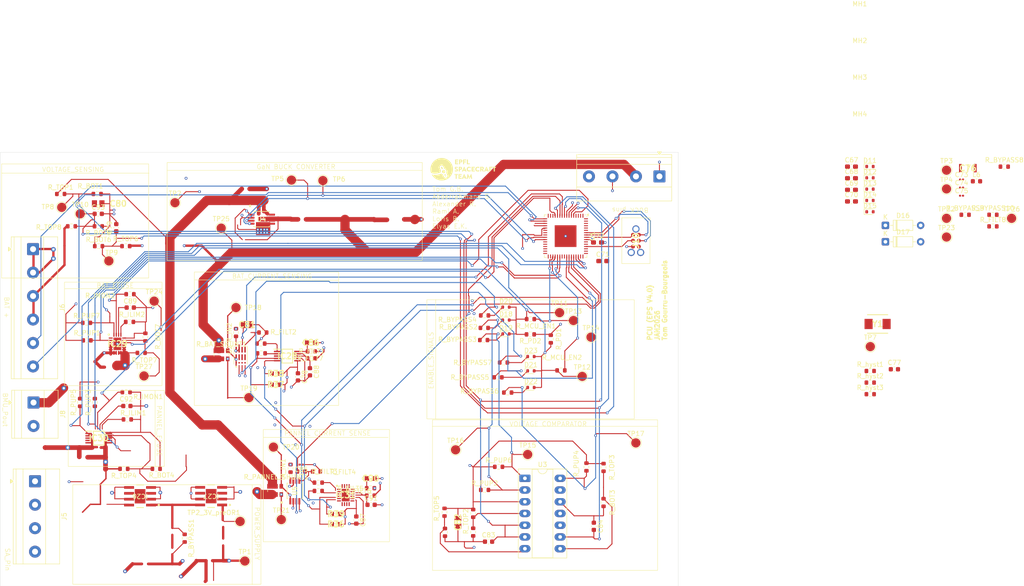
<source format=kicad_pcb>
(kicad_pcb (version 20241229) (generator "pcbnew") (generator_version "9.0")
  (layers (0 "F.Cu" signal) (4 "In1.Cu" signal) (6 "In2.Cu" signal) (2 "B.Cu" signal) (13 "F.Paste" user) (15 "B.Paste" user) (5 "F.SilkS" user "F.Silkscreen") (7 "B.SilkS" user "B.Silkscreen") (1 "F.Mask" user) (3 "B.Mask" user) (25 "Edge.Cuts" user))
  (net 0 "")
  (net 1 "GND")
  (net 2 "/Vout_BUCK")
  (net 3 "/VCHG_RAIL_SENSE")
  (net 4 "/VPANNEL_SENSE")
  (net 5 "/VBAT_SENSE")
  (net 6 "/TEST_Pin_SA")
  (net 7 "/EPS_Power_Supply/3V3_LDO")
  (net 8 "/TEST_3V_PDU")
  (net 9 "/EPS_Power_Supply/5V_LDO")
  (net 10 "/5V")
  (net 11 "/TEST_5V_PDU")
  (net 12 "/BAT_EFUSE_EN")
  (net 13 "/BAT_OVP_FLAG")
  (net 14 "/BAT_UVP_FLAG")
  (net 15 "/PCU_Control/BAT_OVC")
  (net 16 "/PANNEL_EFUSE_EN")
  (net 17 "/PANNEL_OVP_FLAG")
  (net 18 "/PCU_Control/PANNEL_OVC")
  (net 19 "SCL2")
  (net 20 "SDA2")
  (net 21 "/UART1_RX")
  (net 22 "/UART1_TX")
  (net 23 "Net-(IC28-IN-)")
  (net 24 "Net-(IC28-IN+)")
  (net 26 "Net-(IC28-A0)")
  (net 27 "Net-(IC28-A1)")
  (net 28 "/Battery_protection_and_sensing/P_Vout_Protected")
  (net 29 "Net-(IC29-ILIM)")
  (net 31 "Net-(IC29-DVDT)")
  (net 32 "/BAT_EFUSE_PGOOD")
  (net 33 "/BAT_EFUSE_FLT")
  (net 34 "/BAT_EFUSE_IMON")
  (net 35 "Net-(IC29-OVP)")
  (net 37 "/PAN_EFUSE_PGOOD")
  (net 38 "/Pannel_protection_and_sensing/PV_protected")
  (net 39 "/PAN_EFUSE_FLT")
  (net 40 "/PAN_EFUSE_IMON")
  (net 41 "SWDIO")
  (net 42 "SWCLK")
  (net 43 "nRESET")
  (net 44 "/HEATER_SWITCH")
  (net 45 "/Vbat")
  (net 46 "/POWER_SWITCH")
  (net 47 "Net-(U3-2IN-)")
  (net 48 "Net-(U3-3IN-)")
  (net 49 "Net-(U3-1IN+)")
  (net 50 "/BAT_SHUNT_IN")
  (net 51 "/I_PANNEL_ANA")
  (net 52 "Net-(U5-INC)")
  (net 53 "/PANNEL_SHUNT_OUT")
  (net 54 "/PANNEL_SHUNT_IN")
  (net 55 "/BAT_SHUNT_OUT")
  (net 56 "/I_BAT_ANA")
  (net 57 "Net-(U5-SENSEHI)")
  (net 58 "/MCU_BAT_EFUSE_EN")
  (net 59 "/MCU_PANNEL_EFUSE_EN")
  (net 60 "/V_pannel_protected")
  (net 66 "/GAN_PWM_H")
  (net 77 "/GAN_PWM_L")
  (net 92 "12V_1")
  (net 94 "Net-(D18-K)")
  (net 95 "Net-(D19-K)")
  (net 96 "Net-(D20-K)")
  (net 97 "Net-(D21-K)")
  (net 98 "Net-(D22-K)")
  (net 99 "Net-(D23-K)")
  (net 100 "VDDCORE")
  (net 101 "Net-(J11-Pin_3)")
  (net 104 "/3V3")
  (net 105 "Net-(C74-Pad2)")
  (net 106 "Net-(C75-Pad2)")
  (net 107 "Net-(IC30-IN+)")
  (net 108 "Net-(IC30-IN-)")
  (net 109 "Net-(IC31-DVDT)")
  (net 110 "Net-(D11-K)")
  (net 111 "Net-(D12-K)")
  (net 112 "Net-(D14-K)")
  (net 119 "Net-(IC30-A0)")
  (net 120 "Net-(IC30-A1)")
  (net 122 "Net-(IC31-ILIM)")
  (net 123 "Net-(IC31-OVP)")
  (net 127 "Net-(U4-INC)")
  (net 128 "Net-(U4-SENSEHI)")
  (footprint "Capacitor_SMD:C_0603_1608Metric" (layer "F.Cu") (at 109.625 132.5)
    (property "Reference" "C91")
    (property "Value" "100nF" (hide yes))
  )
  (footprint "Capacitor_SMD:C_0603_1608Metric" (layer "F.Cu") (at 57.525 89.8 180)
    (property "Reference" "C89")
    (property "Value" "100nF" (hide yes))
  )
  (footprint "PULSE_Library:CAPC2012X145N" (layer "F.Cu") (at 50.59 67.3)
    (property "Reference" "C80")
    (property "Value" "10nF" (hide yes))
  )
  (footprint "PULSE_Library:SOP50P490X110-10N" (layer "F.Cu") (at 91.5 100.3)
    (property "Reference" "IC28")
    (property "Value" "INA226AIDGSR" (hide yes))
  )
  (footprint "TestPoint:TestPoint_Pad_D2.0mm" (layer "F.Cu") (at 90.2 135.7)
    (property "Reference" "TP21")
    (property "Value" "eFUSE_EN")
  )
  (footprint "MountingHole:MountingHole_3.2mm_M3" (layer "F.Cu") (at 215.345 36.155)
    (property "Reference" "MH2")
    (property "Value" "MountingHole")
  )
  (footprint "Diode_THT:D_DO-35_SOD27_P7.62mm_Horizontal" (layer "F.Cu") (at 220.885 75.555)
    (property "Reference" "D17")
    (property "Value" "1N5711")
  )
  (footprint "PULSE_Library:CAPC3216X180N" (layer "F.Cu") (at 238.715 59.615)
    (property "Reference" "C76")
    (property "Value" "C3216X8L1E106K160AE" (hide yes))
  )
  (footprint "Resistor_SMD:R_0603_1608Metric" (layer "F.Cu") (at 80.4 95.2 90)
    (property "Reference" "R_IN2")
    (property "Value" "100" (hide yes))
  )
  (footprint "Resistor_SMD:R_0603_1608Metric" (layer "F.Cu") (at 56.14522 124.715)
    (property "Reference" "R_TOP4")
    (property "Value" "680k")
  )
  (footprint "TestPoint:TestPoint_Pad_D2.0mm" (layer "F.Cu") (at 127.9 120.6)
    (property "Reference" "TP16")
    (property "Value" "PANNEL_EFUSE_EN")
  )
  (footprint "TestPoint:TestPoint_Pad_D2.0mm" (layer "F.Cu") (at 99.2 62.3)
    (property "Reference" "TP6")
    (property "Value" "Buck_out")
  )
  (footprint "Capacitor_SMD:C_0201_0603Metric" (layer "F.Cu") (at 237.355 65.575)
    (property "Reference" "C75")
    (property "Value" "4.7uF")
  )
  (footprint "Resistor_SMD:R_0603_1608Metric" (layer "F.Cu") (at 131.71 134.355 90)
    (property "Reference" "R_TOP2")
    (property "Value" "147k" (hide yes))
  )
  (footprint "Capacitor_SMD:C_0603_1608Metric_Pad1.08x0.95mm_HandSolder" (layer "F.Cu") (at 213.545 66.815)
    (property "Reference" "C70")
    (property "Value" "100nF")
  )
  (footprint "Capacitor_SMD:C_0603_1608Metric" (layer "F.Cu") (at 54.5 72.5 90)
    (property "Reference" "C79")
    (property "Value" "100nF")
  )
  (footprint "Capacitor_SMD:C_0603_1608Metric" (layer "F.Cu") (at 56.79522 111.115 180)
    (property "Reference" "C92")
    (property "Value" "100nF" (hide yes))
  )
  (footprint "Diode_SMD:D_SOD-523" (layer "F.Cu") (at 144.2 107.1)
    (property "Reference" "D22")
    (property "Value" "1N4148WT" (hide yes))
  )
  (footprint "Package_DFN_QFN:QFN-64-1EP_9x9mm_P0.5mm_EP4.7x4.7mm" (layer "F.Cu") (at 151.7 74.33 -90)
    (property "Reference" "U1")
    (property "Value" "ATSAMD21J17D-M")
  )
  (footprint "Resistor_SMD:R_0603_1608Metric" (layer "F.Cu") (at 57.475 86.9 180)
    (property "Reference" "R_IMON2")
    (property "Value" "4k" (hide yes))
  )
  (footprint "Resistor_SMD:R_0603_1608Metric" (layer "F.Cu") (at 139.175 108.2)
    (property "Reference" "R_BYPASS6")
    (property "Value" "0" (hide yes))
  )
  (footprint "TestPoint:TestPoint_Pad_D2.0mm" (layer "F.Cu") (at 52.9 79.7)
    (property "Reference" "TP9")
    (property "Value" "PANNEL_OVP")
  )
  (footprint "Capacitor_SMD:C_0603_1608Metric_Pad1.08x0.95mm_HandSolder" (layer "F.Cu") (at 159.7375 79.725)
    (property "Reference" "C71")
    (property "Value" "100nF")
  )
  (footprint "TerminalBlock_Phoenix:TerminalBlock_Phoenix_MKDS-1,5-4-5.08_1x04_P5.08mm_Horizontal" (layer "F.Cu") (at 172 61.4 180)
    (property "Reference" "J11" (hide yes))
    (property "Value" "Screw_Terminal_01x04" (hide yes))
  )
  (footprint "TestPoint:TestPoint_Pad_D2.0mm" (layer "F.Cu") (at 67.2 67.1)
    (property "Reference" "TP2")
    (property "Value" "GND")
  )
  (footprint "TestPoint:TestPoint_Pad_D2.0mm" (layer "F.Cu") (at 60.5 104.6)
    (property "Reference" "TP27")
    (property "Value" "P_Vout_Protected")
  )
  (footprint "Capacitor_SMD:C_0201_0603Metric" (layer "F.Cu") (at 237.355 63.825)
    (property "Reference" "C74")
    (property "Value" "100nF")
  )
  (footprint "TestPoint:TestPoint_Pad_D2.0mm" (layer "F.Cu") (at 234.105 74.525)
    (property "Reference" "TP23")
    (property "Value" "Buck_out")
  )
  (footprint "Resistor_SMD:R_0603_1608Metric" (layer "F.Cu") (at 44.825 72.2)
    (property "Reference" "R_TOP8")
    (property "Value" "681" (hide yes))
  )
  (footprint "Resistor_SMD:R_0603_1608Metric" (layer "F.Cu") (at 60.8 96.2 90)
    (property "Reference" "R_BOT7")
    (property "Value" "100k" (hide yes))
  )
  (footprint "PULSE_Library:C0603" (layer "F.Cu") (at 96.6 97.4)
    (property "Reference" "C86")
    (property "Value" "0.1μF" (hide yes))
  )
  (footprint "Diode_SMD:D_SOD-523" (layer "F.Cu") (at 144.2 103.5)
    (property "Reference" "D21")
    (property "Value" "1N4148WT" (hide yes))
  )
  (footprint "Capacitor_SMD:C_0603_1608Metric_Pad1.08x0.95mm_HandSolder" (layer "F.Cu") (at 213.545 64.305)
    (property "Reference" "C69")
    (property "Value" "100nF")
  )
  (footprint "Capacitor_SMD:C_0201_0603Metric" (layer "F.Cu") (at 237.355 62.075)
    (property "Reference" "C73")
    (property "Value" "100nF")
  )
  (footprint "PULSE_Library:EST_logo_footprint" (layer "F.Cu") (at 129.61012 59.842445)
    (property "Reference" "G***" (hide yes))
    (property "Value" "LOGO" (hide yes))
  )
  (footprint "MountingHole:MountingHole_3.2mm_M3" (layer "F.Cu") (at 215.345 52.055)
    (property "Reference" "MH4")
    (property "Value" "MountingHole")
  )
  (footprint "Resistor_SMD:R_0603_1608Metric" (layer "F.Cu") (at 57.375 92.9)
    (property "Reference" "R_ILIM2")
    (property "Value" "24k" (hide yes))
  )
  (footprint "PULSE_Library:INDPM4440X200N" (layer "F.Cu") (at 219.195 93.35)
    (property "Reference" "Y1")
    (property "Value" "AMDLA4020S-220MT" (hide yes))
  )
  (footprint "Resistor_SMD:R_0603_1608Metric" (layer "F.Cu") (at 138.275 101.7)
    (property "Reference" "R_BYPASS7")
    (property "Value" "0" (hide yes))
  )
  (footprint "Resistor_SMD:R_0603_1608Metric" (layer "F.Cu") (at 109.5 128.9 180)
    (property "Reference" "R_FILT5")
    (property "Value" "10" (hide yes))
  )
  (footprint "Capacitor_SMD:C_0201_0603Metric" (layer "F.Cu") (at 94.5 123.8 180)
    (property "Reference" "C85")
    (property "Value" "C")
  )
  (footprint "Resistor_SMD:R_0603_1608Metric" (layer "F.Cu") (at 244.145 72.215)
    (property "Reference" "R_FILT8")
    (property "Value" "10")
  )
  (footprint "Diode_SMD:D_SOD-523" (layer "F.Cu") (at 217.54 61.705)
    (property "Reference" "D12")
    (property "Value" "1N4148WT")
  )
  (footprint "TestPoint:TestPoint_Pad_D2.0mm" (layer "F.Cu") (at 234.105 64.105)
    (property "Reference" "TP4")
    (property "Value" "PWM_H")
  )
  (footprint "Resistor_SMD:R_0603_1608Metric" (layer "F.Cu") (at 63.14522 124.715)
    (property "Reference" "R_BOT4")
    (property "Value" "180k")
  )
  (footprint "Diode_SMD:D_SOD-523" (layer "F.Cu") (at 217.54 59.255)
    (property "Reference" "D11")
    (property "Value" "1N4148WT")
  )
  (footprint "Resistor_SMD:R_0603_1608Metric" (layer "F.Cu") (at 50.375 65.2 180)
    (property "Reference" "R_BOT1")
    (property "Value" "180k" (hide yes))
  )
  (footprint "TestPoint:TestPoint_Pad_D2.0mm" (layer "F.Cu") (at 153.4 92.6)
    (property "Reference" "TP13")
    (property "Value" "VBAT_SENSE")
  )
  (footprint "PULSE_Library:QFN50P300X400X80-21N" (layer "F.Cu") (at 54.75 97.65)
    (property "Reference" "IC29")
    (property "Value" "TPS25940ARVCR" (hide yes))
  )
  (footprint "Resistor_SMD:R_0603_1608Metric" (layer "F.Cu") (at 159.91 124.405 90)
    (property "Reference" "R_TOP3")
    (property "Value" "68k" (hide yes))
  )
  (footprint "Capacitor_SMD:C_0603_1608Metric" (layer "F.Cu") (at 96.4 103.7 -90)
    (property "Reference" "C88")
    (property "Value" "100nF" (hide yes))
  )
  (footprint "TestPoint:TestPoint_Pad_D2.0mm" (layer "F.Cu") (at 83.2 109.3)
    (property "Reference" "TP19")
    (property "Value" "BAT_SHUNT_IN")
  )
  (footprint "Resistor_SMD:R_0603_1608Metric" (layer "F.Cu") (at 96.7 99.3 180)
    (property "Reference" "R_FILT7")
    (property "Value" "10" (hide yes))
  )
  (footprint "Capacitor_SMD:C_0603_1608Metric_Pad1.08x0.95mm_HandSolder" (layer "F.Cu") (at 213.545 59.285)
    (property "Reference" "C67")
    (property "Value" "10uF")
  )
  (footprint "TestPoint:TestPoint_Pad_D2.0mm" (layer "F.Cu") (at 166.9 119.1)
    (property "Reference" "TP17")
    (property "Value" "MCU_BAT_EFUSE_EN")
  )
  (footprint "Resistor_SMD:R_0603_1608Metric" (layer "F.Cu") (at 96.7 100.8 180)
    (property "Reference" "R_FILT1")
    (property "Value" "402" (hide yes))
  )
  (footprint "Diode_SMD:D_SOD-523" (layer "F.Cu") (at 217.54 64.155)
    (property "Reference" "D13")
    (property "Value" "1N4148WT")
  )
  (footprint "Resistor_SMD:R_0603_1608Metric" (layer "F.Cu") (at 50.625 72.2 180)
    (property "Reference" "R_BOT8")
    (property "Value" "100k" (hide yes))
  )
  (footprint "Resistor_SMD:R_0603_1608Metric" (layer "F.Cu") (at 156.21 124.305 90)
    (property "Reference" "R_PUP4")
    (property "Value" "10k" (hide yes))
  )
  (footprint "Resistor_SMD:R_0603_1608Metric" (layer "F.Cu") (at 98.2 127.7)
    (property "Reference" "R_ADD_CONFIG2" (hide yes))
    (property "Value" "0" (hide yes))
  )
  (footprint "Diode_SMD:D_SOD-523" (layer "F.Cu") (at 138.8 89.7)
    (property "Reference" "D20")
    (property "Value" "1N4148WT" (hide yes))
  )
  (footprint "Resistor_SMD:R_0603_1608Metric" (layer "F.Cu") (at 85.875 99.7)
    (property "Reference" "R_ADD_CONFIG1" (hide yes))
    (property "Value" "0" (hide yes))
  )
  (footprint "Resistor_SMD:R_0603_1608Metric" (layer "F.Cu") (at 92.2 124.6 90)
    (property "Reference" "R_IN1")
    (property "Value" "100" (hide yes))
  )
  (footprint "Diode_SMD:D_SOD-523" (layer "F.Cu") (at 217.54 69.055)
    (property "Reference" "D15")
    (property "Value" "1N4148WT")
  )
  (footprint "PULSE_Library:TC2030IDCNL" (layer "F.Cu") (at 166.915 75.32 -90)
    (property "Reference" "J10")
    (property "Value" "TC2030-MCP" (hide yes))
  )
  (footprint "PULSE_Library:RESC1608X55N" (layer "F.Cu") (at 102.025 134.5)
    (property "Reference" "R39")
    (property "Value" "10KΩ" (hide yes))
  )
  (footprint "Capacitor_SMD:C_0603_1608Metric_Pad1.08x0.95mm_HandSolder" (layer "F.Cu") (at 213.545 61.795)
    (property "Reference" "C68")
    (property "Value" "10uF")
  )
  (footprint "Resistor_SMD:R_0603_1608Metric" (layer "F.Cu") (at 131.71 138.405 90)
    (property "Reference" "R_BOT2" (hide yes))
    (property "Value" "180k" (hide yes))
  )
  (footprint "PULSE_Library:RESC1608X55N" (layer "F.Cu") (at 89 106.5)
    (property "Reference" "R37")
    (property "Value" "10KΩ" (hide yes))
  )
  (footprint "Resistor_SMD:R_0603_1608Metric" (layer "F.Cu") (at 137.21 124.28)
    (property "Reference" "R_PUP6")
    (property "Value" "10k" (hide yes))
  )
  (footprint "TestPoint:TestPoint_Pad_D2.0mm" (layer "F.Cu") (at 77.2 72.6)
    (property "Reference" "TP25")
    (property "Value" "eFuse_EN")
  )
  (footprint "Resistor_SMD:R_0603_1608Metric" (layer "F.Cu") (at 59.9 99.6)
    (property "Reference" "R_TOP7")
    (property "Value" "681" (hide yes))
  )
  (footprint "Resistor_SMD:R_0603_1608Metric" (layer "F.Cu") (at 109.5 130.5 180)
    (property "Reference" "R_FILT6")
    (property "Value" "10" (hide yes))
  )
  (footprint "Capacitor_SMD:C_0603_1608Metric" (layer "F.Cu") (at 93.8 104.8 -90)
    (property "Reference" "C78")
    (property "Value" "100nF")
  )
  (footprint "Resistor_SMD:R_0603_1608Metric" (layer "F.Cu") (at 42.475 65.2)
    (property "Reference" "R_TOP1")
    (property "Value" "247k" (hide yes))
  )
  (footprint "PULSE_Library:VREG_EPC2152ENGRT" (layer "F.Cu") (at 81.4 100.1 90)
    (property "Reference" "U2")
    (property "Value" "EPC2152")
  )
  (footprint "TestPoint:TestPoint_Pad_D2.0mm" (layer "F.Cu") (at 88.5 120)
    (property "Reference" "TP20")
    (property "Value" "PANNEL_SHUNT_IN")
  )
  (footprint "Resistor_SMD:R_0603_1608Metric" (layer "F.Cu") (at 238.135 69.705)
    (property "Reference" "R_BYPASS9")
    (property "Value" "0")
  )
  (footprint "TestPoint:TestPoint_Pad_D2.0mm" (layer "F.Cu") (at 155.3 104.7)
    (property "Reference" "TP12")
    (property "Value" "VCHG_RAIL_SENSE")
  )
  (footprint "Resistor_SMD:R_0603_1608Metric" (layer "F.Cu") (at 144.075 95.6 180)
    (property "Reference" "R_PD2")
    (property "Value" "100k" (hide yes))
  )
  (footprint "TestPoint:TestPoint_Pad_D2.0mm" (layer "F.Cu") (at 234.105 70.475)
    (property "Reference" "TP22")
    (property "Value" "eFUSE_OVP")
  )
  (footprint "Capacitor_SMD:C_0603_1608Metric" (layer "F.Cu") (at 106.425 135.8 -90)
    (property "Reference" "C87")
    (property "Value" "100nF")
  )
  (footprint "PULSE_Library:CAPC2012X145N" (layer "F.Cu") (at 82.8 93.5 180)
    (property "Reference" "C81")
    (property "Value" "10nF" (hide yes))
  )
  (footprint "Capacitor_SMD:C_0603_1608Metric" (layer "F.Cu") (at 135.035 140.48)
    (property "Reference" "C83")
    (property "Value" "100nF" (hide yes))
  )
  (footprint "Capacitor_SMD:C_0603_1608Metric" (layer "F.Cu") (at 157.81 137.155 -90)
    (property "Reference" "C84")
    (property "Value" "100nF" (hide yes))
  )
  (footprint "TestPoint:TestPoint_Pad_D2.0mm" (layer "F.Cu") (at 157.2 96.2)
    (property "Reference" "TP14")
    (property "Value" "BAT_SHUNT_OUT")
  )
  (footprint "PULSE_Library:QFN50P300X400X80-21N" (layer "F.Cu") (at 104.125 130.4)
    (property "Reference" "IC31")
    (property "Value" "TPS25940ARVCR" (hide yes))
  )
  (footprint "PULSE_Library:CAPC2012X145N" (layer "F.Cu") (at 128.41 136.28 -90)
    (property "Reference" "C82")
    (property "Value" "10nF" (hide yes))
  )
  (footprint "Resistor_SMD:R_0603_1608Metric" (layer "F.Cu") (at 133.975 96.837258)
    (property "Reference" "R_BYPASS3")
    (property "Value" "0" (hide yes))
  )
  (footprint "Resistor_SMD:R_0603_1608Metric" (layer "F.Cu") (at 85.775 97.6)
    (property "Reference" "R_ADD_CONFIG4" (hide yes))
    (property "Value" "0" (hide yes))
  )
  (footprint "TerminalBlock_Phoenix:TerminalBlock_Phoenix_MKDS-1,5-2-5.08_1x02_P5.08mm_Horizontal" (layer "F.Cu") (at 36.6025 110.355 -90)
    (property "Reference" "J8")
    (property "Value" "Screw_Terminal_01x01")
  )
  (footprint "PULSE_Library:C0603" (layer "F.Cu") (at 109.525 126.8)
    (property "Reference" "C90")
    (property "Value" "0.1μF" (hide yes))
  )
  (footprint "TerminalBlock_Phoenix:TerminalBlock_Phoenix_MKDS-1,5-4-5.08_1x04_P5.08mm_Horizontal" (layer "F.Cu") (at 36.9275 127.405 -90)
    (property "Reference" "J5")
    (property "Value" "Screw_Terminal_01x04")
  )
  (footprint "Diode_SMD:D_SOD-523" (layer "F.Cu") (at 138.8 92.5)
    (property "Reference" "D18")
    (property "Value" "1N4148WT" (hide yes))
  )
  (footprint "Resistor_SMD:R_0603_1608Metric" (layer "F.Cu") (at 134.185 129.28)
    (property "Reference" "R_PUP2")
    (property "Value" "10k" (hide yes))
  )
  (footprint "Resistor_SMD:R_0603_1608Metric" (layer "F.Cu") (at 217.6 106.04)
    (property "Reference" "R_hyst2")
    (property "Value" "1MOhm")
  )
  (footprint "MountingHole:MountingHole_3.2mm_M3" (layer "F.Cu") (at 215.345 28.205)
    (property "Reference" "MH1")
    (property "Value" "MountingHole")
  )
  (footprint "TestPoint:TestPoint_Pad_D2.0mm" (layer "F.Cu") (at 81.3 136.1)
    (property "Reference" "TP2_3V_preOR1")
    (property "Value" "~")
  )
  (footprint "TestPoint:TestPoint_Pad_D2.0mm" (layer "F.Cu") (at 46.7 69.5)
    (property "Reference" "TP10")
    (property "Value" "VPANNEL_SENSE")
  )
  (footprint "Resistor_SMD:R_0603_1608Metric" (layer "F.Cu") (at 217.6 108.55)
    (property "Reference" "R_hyst3")
    (property "Value" "1MOhm")
  )
  (footprint "Resistor_SMD:R_0603_1608Metric" (layer "F.Cu") (at 69.3 139.725 -90)
    (property "Reference" "R_BYPASS1")
    (property "Value" "0")
  )
  (footprint "Resistor_SMD:R_Shunt_Vishay_WSKW0612" (layer "F.Cu") (at 77.2715 100.015)
    (property "Reference" "R_BAT_SHUNT1")
    (property "Value" "20mOhm" (hide yes))
  )
  (footprint "Resistor_SMD:R_0603_1608Metric" (layer "F.Cu") (at 217.6 103.53)
    (property "Reference" "R_hyst1")
    (property "Value" "1MOhm")
  )
  (footprint "TestPoint:TestPoint_Pad_D2.0mm" (layer "F.Cu") (at 143.5 121.6)
    (property "Reference" "TP15")
    (property "Value" "BAT_EFUSE_EN")
  )
  (footprint "TestPoint:TestPoint_Pad_D2.0mm" (layer "F.Cu") (at 92.4 62.2)
    (property "Reference" "TP5")
    (property "Value" "PWM_L")
  )
  (footprint "PULSE_Library:MSOP-8_MS_LIT" (layer "F.Cu") (at 85.935 70.66)
    (property "Reference" "U4")
    (property "Value" "LT6108IMS8-1-TRPBF")
  )
  (footprint "Resistor_SMD:R_0603_1608Metric" (layer "F.Cu") (at 48.175 96.9 180)
    (property "Reference" "R_PUP1")
    (property "Value" "10k" (hide yes))
  )
  (footprint "Resistor_SMD:R_0603_1608Metric" (layer "F.Cu") (at 56.64522 108.115 180)
    (property "Reference" "R_IMON1")
    (property "Value" "4k" (hide yes))
  )
  (footprint "Resistor_SMD:R_0603_1608Metric" (layer "F.Cu") (at 134.1 94.2)
    (property "Reference" "R_BYPASS2")
    (property "Value" "0" (hide yes))
  )
  (footprint "Resistor_SMD:R_0603_1608Metric" (layer "F.Cu") (at 150.7 103.4)
    (property "Reference" "R_MCU_EN2")
    (property "Value" "1k")
  )
  (footprint "Resistor_SMD:R_0603_1608Metric" (layer "F.Cu") (at 144.1 92.3)
    (property "Reference" "R_MCU_EN1")
    (property "Value" "1k" (hide yes))
  )
  (footprint "PULSE_Library:RESC1608X55N" (layer "F.Cu") (at 102.025 136.7)
    (property "Reference" "R36")
    (property "Value" "10KΩ" (hide yes))
  )
  (footprint "Resistor_SMD:R_0603_1608Metric" (layer "F.Cu") (at 56.575 76.5 180)
    (property "Reference" "R_TOP6")
    (property "Value" "680k" (hide yes))
  )
  (footprint "Resistor_SMD:R_0603_1608Metric" (layer "F.Cu") (at 97.8 125.3 180)
    (property "Reference" "R_FILT4")
    (property "Value" "2.61k" (hide yes))
  )
  (footprint "Resistor_SMD:R_0603_1608Metric" (layer "F.Cu") (at 56.89522 114.015)
    (property "Reference" "R_ILIM1")
    (property "Value" "16.9k" (hide yes))
  )
  (footprint "TerminalBlock_Phoenix:TerminalBlock_Phoenix_MKDS-1,5-6-5.08_1x06_P5.08mm_Horizontal" (layer "F.Cu") (at 36.5 77.145 -90)
    (property "Reference" "J6")
    (property "Value" "Screw_Terminal_01x06")
  )
  (footprint "Inductor_SMD:L_0603_1608Metric" (layer "F.Cu") (at 240.585 62.455)
    (property "Reference" "L6")
    (property "Value" "47")
  )
  (footprint "TestPoint:TestPoint_Pad_D2.0mm" (layer "F.Cu") (at 217.62 98.25)
    (property "Reference" "TP7")
    (property "Value" "BAT_OVP")
  )
  (footprint "TestPoint:TestPoint_Pad_D2.0mm" (layer "F.Cu") (at 234.105 60.055)
    (property "Reference" "TP3")
    (property "Value" "12Vin_buck")
  )
  (footprint "TestPoint:TestPoint_Pad_D2.0mm" (layer "F.Cu") (at 82.325 144.675)
    (property "Reference" "TP1")
    (property "Value" "3V3_rail")
  )
  (footprint "Capacitor_SMD:C_0603_1608Metric" (layer "F.Cu") (at 222.83 103.15)
    (property "Reference" "C77")
    (property "Value" "100nF")
  )
  (footprint "Resistor_SMD:R_0603_1608Metric" (layer "F.Cu") (at 94.5 125.3 180)
    (property "Reference" "R_FILT3")
    (property "Value" "402" (hide yes))
  )
  (footprint "Resistor_SMD:R_0603_1608Metric" (layer "F.Cu") (at 46.67022 110.34 90)
    (property "Reference" "R_PUP5")
    (property "Value" "10k" (hide yes))
  )
  (footprint "Resistor_SMD:R_0603_1608Metric" (layer "F.Cu") (at 49.87022 110.34 90)
    (property "Reference" "R_PUP3")
    (property "Value" "10k" (hide yes))
  )
  (footprint "Resistor_SMD:R_0603_1608Metric" (layer "F.Cu") (at 244.145 69.705)
    (property "Reference" "R_BYPASS10")
    (property "Value" "0")
  )
  (footprint "PULSE_Library:DDA0008J-IPC_B" (layer "F.Cu") (at 75.025 130.625 180)
    (property "Reference" "IC27")
    (property "Value" "TPS7B8733QDDARQ1")
  )
  (footprint "Resistor_SMD:R_0603_1608Metric" (layer "F.Cu") (at 246.595 59.285)
    (property "Reference" "R_BYPASS8")
    (property "Value" "0")
  )
  (footprint "TestPoint:TestPoint_Pad_D2.0mm" (layer "F.Cu") (at 80.4 89.8)
    (property "Reference" "TP18")
    (property "Value" "MCU_PANNEL_EFUSE_EN")
  )
  (footprint "Resistor_SMD:R_0603_1608Metric" (layer "F.Cu") (at 159.91 132.005 90)
    (property "Reference" "R_BOT3")
    (property "Value" "180k" (hide yes))
  )
  (footprint "Resistor_SMD:R_0603_1608Metric" (layer "F.Cu") (at 137.075 104.9)
    (property "Reference" "R_BYPASS5")
    (property "Value" "0" (hide yes))
  )
  (footprint "Resistor_SMD:R_0603_1608Metric" (layer "F.Cu") (at 134.175 91.5)
    (property "Reference" "R_BYPASS4")
    (property "Value" "0" (hide yes))
  )
  (footprint "TestPoint:TestPoint_Pad_D2.0mm" (layer "F.Cu") (at 42.7 68.1)
    (property "Reference" "TP8")
    (property "Value" "BAT_UVP")
  )
  (footprint "TestPoint:TestPoint_Pad_D2.0mm" (layer "F.Cu") (at 150.4 90.9)
    (property "Reference" "TP11")
    (property "Value" "PANNEL_SHUNT_OUT")
  )
  (footprint "TestPoint:TestPoint_Pad_D2.0mm" (layer "F.Cu") (at 62.7 88.4)
    (property "Reference" "TP24")
    (property "Value" "eFuse_OVP")
  )
  (footprint "Capacitor_SMD:C_0603_1608Metric_Pad1.08x0.95mm_HandSolder" (layer "F.Cu") (at 158.6 75.7)
    (property "Reference" "C72")
    (property "Value" "1uF")
  )
  (footprint "Resistor_SMD:R_0603_1608Metric" (layer "F.Cu") (at 48.075 93.1 180)
    (property "Reference" "R_PUP7")
    (property "Value" "10k" (hide yes))
  )
  (footprint "Diode_SMD:D_SOD-523" (layer "F.Cu") (at 217.54 66.605)
    (property "Reference" "D14")
    (property "Value" "1N4148WT")
  )
  (footprint "TestPoint:TestPoint_Pad_D2.0mm" (layer "F.Cu") (at 248.175 70.475)
    (property "Reference" "TP26")
    (property "Value" "PVin")
  )
  (footprint "Diode_SMD:D_SOD-523" (layer "F.Cu") (at 144.2 100.4)
    (property "Reference" "D23")
    (property "Value" "1N4148WT" (hide yes))
  )
  (footprint "Resistor_SMD:R_0603_1608Metric" (layer "F.Cu") (at 98.2 129.5)
    (property "Reference" "R_ADD_CONFIG3" (hide yes))
    (property "Value" "0" (hide yes))
  )
  (footprint "Resistor_SMD:R_0603_1608Metric" (layer "F.Cu") (at 125.51 134.105 90)
    (property "Reference" "R_TOP5")
    (property "Value" "680k" (hide yes))
  )
  (footprint "PULSE_Library:RESC1608X55N" (layer "F.Cu") (at 89 104.1)
    (property "Reference" "R38")
    (property "Value" "10KΩ" (hide yes))
  )
  (footprint "Resistor_SMD:R_0603_1608Metric" (layer "F.Cu") (at 148.5 96.6 -90)
    (property "Reference" "R_PD1")
    (property "Value" "100k" (hide yes))
  )
  (footprint "Resistor_SMD:R_0603_1608Metric" (layer "F.Cu") (at 86.2 95.2 180)
    (property "Reference" "R_FILT2")
    (property "Value" "2.61k" (hide yes))
  )
  (footprint "Diode_THT:D_DO-35_SOD27_P7.62mm_Horizontal" (layer "F.Cu") (at 220.885 72.005)
    (property "Reference" "D16")
    (property "Value" "1N5711")
  )
  (footprint "PULSE_Library:SOP50P490X110-10N" (layer "F.Cu") (at 50.72022 118.065)
    (property "Reference" "IC30")
    (property "Value" "INA226AIDGSR" (hide yes))
  )
  (footprint "PULSE_Library:DDA0008J-IPC_B" (layer "F.Cu") (at 59.65 130.65 180)
    (property "Reference" "IC26")
    (property "Value" "TPS7B8750QDDARQ1")
  )
  (footprint "Resistor_SMD:R_0603_1608Metric" (layer "F.Cu") (at 125.61 138.455 90)
    (property "Reference" "R_BOT5" (hide yes))
    (property "Value" "180k" (hide yes))
  )
  (footprint "PULSE_Library:MSOP-8_MS_LIT" (layer "F.Cu") (at 93.125001 129.5 90)
    (property "Reference" "U5")
    (property "Value" "LT6108IMS8-1-TRPBF" (hide yes))
  )
  (footprint "Diode_SMD:D_SOD-523" (layer "F.Cu") (at 138.8 95.5)
    (property "Reference" "D19")
    (property "Value" "1N4148WT" (hide yes))
  )
  (footprint "Resistor_SMD:R_Shunt_Vishay_WSKW0612" (layer "F.Cu") (at 88.866 129.385)
    (property "Reference" "R_PANNEL_SHUNT1")
    (property "Value" "20mOhm" (hide yes))
  )
  (footprint "MountingHole:MountingHole_3.2mm_M3" (layer "F.Cu") (at 215.345 44.105)
    (property "Reference" "MH3")
    (property "Value" "MountingHole")
  )
  (footprint "Package_DIP:CERDIP-14_W7.62mm_SideBrazed_LongPads_Socket" (layer "F.Cu") (at 142.9 126.76)
    (property "Reference" "U3")
    (property "Value" "LM139ADRG4")
  )
  (footprint "Resistor_SMD:R_0603_1608Metric" (layer "F.Cu") (at 50.675 76.5)
    (property "Reference" "R_BOT6")
    (property "Value" "180k" (hide yes))
  )
  (footprint "Capacitor_SMD:C_0603_1608Metric" (layer "F.Cu") (at 50.6 69.5)
    (property "Reference" "C93")
    (property "Value" "100nF")
  )
  (gr_poly (pts (xy 87.72 71.4) (xy 84.82 71.4) (xy 84.82 74) (xy 87.72 74)) (stroke (width 0.2)) (fill yes) (layer "F.Cu"))
  (gr_rect (start 44.1 107.74) (end 64.882478 124.1925) (stroke (width 0.1)) (fill no) (layer "F.SilkS"))
  (gr_line (start 123.6 88.1) (end 123.6 113.9) (stroke (width 0.1)) (layer "F.SilkS"))
  (gr_rect (start 86.3 116.2) (end 113.6 140.5) (stroke (width 0.1)) (fill no) (layer "F.SilkS"))
  (gr_rect (start 65.5 58.4) (end 120.7 79.6) (stroke (width 0.1)) (fill no) (layer "F.SilkS"))
  (gr_line (start 65.5 60.1) (end 120.7 60.1) (stroke (width 0.1)) (layer "F.SilkS"))
  (gr_line (start 29.7 60.7) (end 61.6 60.7) (stroke (width 0.1)) (layer "F.SilkS"))
  (gr_rect (start 45.1 128.15) (end 85.8 149.7) (stroke (width 0.1)) (fill no) (layer "F.SilkS"))
  (gr_line (start 122.9 115.5) (end 171.6 115.5) (stroke (width 0.1)) (layer "F.SilkS"))
  (gr_rect (start 71.4 82.1) (end 102.6 111) (stroke (width 0.1)) (fill no) (layer "F.SilkS"))
  (gr_rect (start 29.7 58.7) (end 61.5 83.4) (stroke (width 0.1)) (fill no) (layer "F.SilkS"))
  (gr_line (start 43.4 85.7) (end 64.4 85.7) (stroke (width 0.1)) (layer "F.SilkS"))
  (gr_line (start 83.9 128.15) (end 83.9 149.8) (stroke (width 0.1)) (layer "F.SilkS"))
  (gr_rect (start 121.7 88.1) (end 166.55 113.9) (stroke (width 0.1)) (fill no) (layer "F.SilkS"))
  (gr_rect (start 43.3 84.3) (end 64.4 106.7) (stroke (width 0.1)) (fill no) (layer "F.SilkS"))
  (gr_rect (start 122.9 114.1) (end 171.6 146.7) (stroke (width 0.1)) (fill no) (layer "F.SilkS"))
  (gr_line (start 62.9 107.74) (end 62.907962 124.1925) (stroke (width 0.1)) (layer "F.SilkS"))
  (gr_line (start 86.4 117.9) (end 113.3 117.9) (stroke (width 0.1)) (layer "F.SilkS"))
  (gr_line (start 71.5 83.8) (end 102.5 83.9) (stroke (width 0.1)) (layer "F.SilkS"))
  (gr_rect (start 29.4 56.2) (end 176.1 150.1) (stroke (width 0.05)) (fill no) (layer "Edge.Cuts"))
  (gr_text "VOLTAGE COMPARATOR\n" (at 139.5 115.6 0) (layer "F.SilkS") (effects (font (size 1 1) (thickness 0.1)) (justify left bottom)))
  (gr_text "BAT_EFUSE\n" (at 50.2 85.6 0) (layer "F.SilkS") (effects (font (size 1 1) (thickness 0.1)) (justify left bottom)))
  (gr_text "VOLTAGE_SENSING\n" (at 38.4 60.5 0) (layer "F.SilkS") (effects (font (size 1 1) (thickness 0.1)) (justify left bottom)))
  (gr_text "GaN BUCK CONVERTER\n" (at 84.8 59.9 0) (layer "F.SilkS") (effects (font (size 1 1) (thickness 0.1)) (justify left bottom)))
  (gr_text "BAT_CURRENT_SENSING\n" (at 79.5 83.6 0) (layer "F.SilkS") (effects (font (size 1 1) (thickness 0.1)) (justify left bottom)))
  (gr_text "POWER_SUPPLY\n" (at 84.4 132.9 270) (layer "F.SilkS") (effects (font (size 1 1) (thickness 0.1)) (justify left bottom)))
  (gr_text "PANNEL_EFUSE\n" (at 63.2 110.9 270) (layer "F.SilkS") (effects (font (size 1 1) (thickness 0.1)) (justify left bottom)))
  (gr_text "Tom G.B.\nAbderrahmane S.\nAlexander R.\nRami A.\nLoris B.\nElyas E.K." (at 122.8 72.775 0) (layer "F.SilkS") (effects (font (size 1 1) (thickness 0.1)) (justify left bottom)))
  (gr_text "PCU (EPS V4.0) \nJAN2026\nTom Gourru-Bourgeois\n" (at 173.725 97.05 90) (layer "F.SilkS") (effects (font (size 1 1) (thickness 0.25) (bold yes)) (justify left bottom)))
  (gr_text "BMU_Pout\n" (at 29.9 108.2 270) (layer "F.SilkS") (effects (font (size 1 1) (thickness 0.1)) (justify left bottom)))
  (gr_text "BUCK pins\n\n" (at 169.7 66.5 180) (layer "F.SilkS") (effects (font (size 1 1) (thickness 0.1)) (justify left bottom)))
  (gr_text "BAT +\n" (at 30.2 87.4 270) (layer "F.SilkS") (effects (font (size 1 1) (thickness 0.1)) (justify left bottom)))
  (gr_text "SA_Pin\n" (at 30.4 141.8 270) (layer "F.SilkS") (effects (font (size 1 1) (thickness 0.1)) (justify left bottom)))
  (gr_text "ENABLE_SIGNALS\n" (at 123.2 107.5 90) (layer "F.SilkS") (effects (font (size 1 1) (thickness 0.1)) (justify left bottom)))
  (gr_text "PANNEL CURRENT SENSE\n" (at 90.8 117.6 0) (layer "F.SilkS") (effects (font (size 1 1) (thickness 0.1)) (justify left bottom)))
  (segment (start 69.7 124.3) (end 69.6 124.2) (width 0.2) (layer "F.Cu") (net 0))
  (segment (start 85.49 70.34) (end 87.12 70.34) (width 0.4) (layer "F.Cu") (net 0))
  (segment (start 86.8 64.1) (end 87.05 64.1) (width 0.2) (layer "F.Cu") (net 0))
  (segment (start 131.71 133.53) (end 131.46 133.28) (width 0.2) (layer "F.Cu") (net 0))
  (segment (start 108.575 130.4) (end 107.8 130.4) (width 0.2) (layer "F.Cu") (net 0))
  (segment (start 53.85132 117.414) (end 52.89622 117.414) (width 0.2) (layer "F.Cu") (net 0))
  (segment (start 108.675 126.875) (end 108.75 126.8) (width 0.2) (layer "F.Cu") (net 0))
  (segment (start 69.7 125) (end 69.7 124.3) (width 0.2) (layer "F.Cu") (net 0))
  (segment (start 67.3 127.4) (end 69.7 125) (width 0.2) (layer "F.Cu") (net 0))
  (segment (start 56.97022 124.715) (end 59.6 124.715) (width 0.2) (layer "F.Cu") (net 0))
  (segment (start 106.325 129.9) (end 107.3 129.9) (width 0.2) (layer "F.Cu") (net 0))
  (segment (start 87.12 70.34) (end 87.12 70.6) (width 0.4) (layer "F.Cu") (net 0))
  (segment (start 77.623418 139.8) (end 77.723418 139.9) (width 0.2) (layer "F.Cu") (net 0))
  (segment (start 59.97022 124.715) (end 62.32022 124.715) (width 0.2) (layer "F.Cu") (net 0))
  (segment (start 69.6 124.2) (end 69.6 121.7) (width 0.2) (layer "F.Cu") (net 0))
  (segment (start 61.8 122.88522) (end 61.8 119.3) (width 0.2) (layer "F.Cu") (net 0))
  (segment (start 85.49 70.34) (end 85.49 70.98) (width 0.4) (layer "F.Cu") (net 0))
  (segment (start 108.675 130.5) (end 108.575 130.4) (width 0.2) (layer "F.Cu") (net 0))
  (segment (start 59.6 125.7) (end 61.3 127.4) (width 0.2) (layer "F.Cu") (net 0))
  (segment (start 87.12 70.6) (end 89.5 70.6) (width 1) (layer "F.Cu") (net 0))
  (segment (start 61.8 119.3) (end 61.5 119) (width 0.2) (layer "F.Cu") (net 0))
  (segment (start 59.6 124.715) (end 59.97022 124.715) (width 0.2) (layer "F.Cu") (net 0))
  (segment (start 82.42 75.1) (end 87.1871 75.1) (width 0.2) (layer "F.Cu") (net 0))
  (segment (start 61.4 119) (end 59.9 117.5) (width 0.2) (layer "F.Cu") (net 0))
  (segment (start 159.91 123.58) (end 156.711 123.58) (width 0.2) (layer "F.Cu") (net 0))
  (segment (start 53.93732 117.5) (end 53.85132 117.414) (width 0.2) (layer "F.Cu") (net 0))
  (segment (start 61.3 127.4) (end 67.3 127.4) (width 0.2) (layer "F.Cu") (net 0))
  (segment (start 108.675 132.325) (end 108.85 132.5) (width 0.2) (layer "F.Cu") (net 0))
  (segment (start 92.22 70.6) (end 92.32 70.7) (width 0.4) (layer "F.Cu") (net 0))
  (segment (start 116.8 70.7) (end 120.5 70.7) (width 1) (layer "F.Cu") (net 0))
  (segment (start 107.3 129.9) (end 107.8 130.4) (width 0.2) (layer "F.Cu") (net 0))
  (segment (start 128.41 133.28) (end 125.51 133.28) (width 0.2) (layer "F.Cu") (net 0))
  (segment (start 92.32 70.7) (end 93.82 70.7) (width 1) (layer "F.Cu") (net 0))
  (segment (start 52.89622 117.414) (end 52.89622 117.389) (width 0.2) (layer "F.Cu") (net 0))
  (segment (start 52.24422 117.389) (end 52.17022 117.315) (width 0.2) (layer "F.Cu") (net 0))
  (segment (start 119.07 70.75) (end 119.12 70.7) (width 2) (layer "F.Cu") (net 0))
  (segment (start 128.41 135.505) (end 128.41 133.28) (width 0.2) (layer "F.Cu") (net 0))
  (segment (start 77.623418 137.3) (end 77.623418 139.8) (width 0.5) (layer "F.Cu") (net 0))
  (segment (start 61.5 119) (end 61.4 119) (width 0.2) (layer "F.Cu") (net 0))
  (segment (start 59.6 124.715) (end 59.6 125.7) (width 0.2) (layer "F.Cu") (net 0))
  (segment (start 108.675 130.5) (end 108.675 132.325) (width 0.2) (layer "F.Cu") (net 0))
  (segment (start 131.46 133.28) (end 128.41 133.28) (width 0.2) (layer "F.Cu") (net 0))
  (segment (start 156.711 123.58) (end 156.611 123.48) (width 0.2) (layer "F.Cu") (net 0))
  (segment (start 120.25 70.7) (end 120.5 70.7) (width 0.2) (layer "F.Cu") (net 0))
  (segment (start 87.12 70.6) (end 87.12 70.98) (width 0.4) (layer "F.Cu") (net 0))
  (segment (start 83.35 64.1) (end 87.05 64.1) (width 1) (layer "F.Cu") (net 0))
  (segment (start 59.9 117.5) (end 53.93732 117.5) (width 0.2) (layer "F.Cu") (net 0))
  (segment (start 89.5 72.7871) (end 89.5 70.6) (width 0.2) (layer "F.Cu") (net 0))
  (segment (start 87.1871 75.1) (end 89.5 72.7871) (width 0.2) (layer "F.Cu") (net 0))
  (segment (start 85.49 70.98) (end 87.12 70.98) (width 0.4) (layer "F.Cu") (net 0))
  (segment (start 59.97022 124.715) (end 61.8 122.88522) (width 0.2) (layer "F.Cu") (net 0))
  (segment (start 52.89622 117.389) (end 52.24422 117.389) (width 0.2) (layer "F.Cu") (net 0))
  (segment (start 66.623418 139) (end 66.623418 141.8) (width 0.5) (layer "F.Cu") (net 0))
  (segment (start 108.675 128.9) (end 108.675 126.875) (width 0.2) (layer "F.Cu") (net 0))
  (segment (start 107.8 130.4) (end 106.325 130.4) (width 0.2) (layer "F.Cu") (net 0))
  (segment (start 89.5 70.6) (end 92.22 70.6) (width 1) (layer "F.Cu") (net 0))
  (via (at 120.5 70.7) (size 0.6) (drill 0.3) (layers "F.Cu" "B.Cu") (net 0))
  (via (at 87.05 64.1) (size 0.6) (drill 0.3) (layers "F.Cu" "B.Cu") (net 0))
  (via (at 87.05 64.1) (size 0.6) (drill 0.3) (layers "F.Cu" "B.Cu") (net 0))
  (segment (start 87.12 72.9) (end 86.52 72.9) (width 0.2) (layer "F.Cu") (net 1))
  (segment (start 85.12 72.9) (end 85.12 73.6) (width 0.2) (layer "F.Cu") (net 1))
  (segment (start 70.676599 130) (end 70.676599 129.9) (width 0.2) (layer "F.Cu") (net 1))
  (segment (start 164.835 76.59) (end 164.825 76.6) (width 0.2) (layer "F.Cu") (net 1))
  (segment (start 60.9 92.9) (end 60.8 93) (width 0.2) (layer "F.Cu") (net 1))
  (segment (start 148.5 95.775) (end 148.5 95.5) (width 0.2) (layer "F.Cu") (net 1))
  (segment (start 59.77022 114.115) (end 59.77022 116.815) (width 0.2) (layer "F.Cu") (net 1))
  (segment (start 59.77022 111.015) (end 59.77022 111.1) (width 0.2) (layer "F.Cu") (net 1))
  (segment (start 61.976599 131.235) (end 62.016599 131.195) (width 0.2) (layer "F.Cu") (net 1))
  (segment (start 106.325 130.9) (end 107.1 130.9) (width 0.2) (layer "F.Cu") (net 1))
  (segment (start 152.45 69.9175) (end 152.45 69.15) (width 0.2) (layer "F.Cu") (net 1))
  (segment (start 82.374999 104.574999) (end 82.4 104.6) (width 0.2) (layer "F.Cu") (net 1))
  (segment (start 70.776599 128.695) (end 72.776599 128.695) (width 0.2) (layer "F.Cu") (net 1))
  (segment (start 110.4 132.5) (end 112 132.5) (width 0.2) (layer "F.Cu") (net 1))
  (segment (start 94.6 100.8) (end 95.2715 101.4715) (width 0.2) (layer "F.Cu") (net 1))
  (segment (start 70.676599 128.795) (end 70.776599 128.695) (width 0.2) (layer "F.Cu") (net 1))
  (segment (start 53.1 69.5) (end 54 69.5) (width 0.2) (layer "F.Cu") (net 1))
  (segment (start 63.976599 129.795) (end 64.076599 129.895) (width 0.2) (layer "F.Cu") (net 1))
  (segment (start 87.12 73.6) (end 87.12 72.9) (width 0.2) (layer "F.Cu") (net 1))
  (segment (start 159.81 134.88) (end 159.91 134.78) (width 0.2) (layer "F.Cu") (net 1))
  (segment (start 84.95 97.6) (end 84.95 97.45) (width 0.2) (layer "F.Cu") (net 1))
  (segment (start 59.67022 114.015) (end 57.72022 114.015) (width 0.2) (layer "F.Cu") (net 1))
  (segment (start 58.2 92.9) (end 60.9 92.9) (width 0.2) (layer "F.Cu") (net 1))
  (segment (start 63.97022 118.915) (end 61.87022 116.815) (width 0.2) (layer "F.Cu") (net 1))
  (segment (start 49.85 76.5) (end 49.85 74.55) (width 0.2) (layer "F.Cu") (net 1))
  (segment (start 94.9565 105.6) (end 93.8 105.6) (width 0.2) (layer "F.Cu") (net 1))
  (segment (start 98.625 125.3) (end 98.625 125.025) (width 0.2) (layer "F.Cu") (net 1))
  (segment (start 61 89.8) (end 61 92.8) (width 0.2) (layer "F.Cu") (net 1))
  (segment (start 40.9 77.2) (end 40.9 79.2) (width 0.5) (layer "F.Cu") (net 1))
  (segment (start 53.1 68.7) (end 53.1 67.3) (width 0.2) (layer "F.Cu") (net 1))
  (segment (start 47.3 127.5) (end 44.3 127.5) (width 0.2) (layer "F.Cu") (net 1))
  (segment (start 148.5 95.5) (end 150.6 93.4) (width 0.2) (layer "F.Cu") (net 1))
  (segment (start 79.936599 131.235) (end 79.976599 131.195) (width 0.2) (layer "F.Cu") (net 1))
  (segment (start 59.75522 111.115) (end 59.77022 111.1) (width 0.2) (layer "F.Cu") (net 1))
  (segment (start 97.375 97.4) (end 99.1 97.4) (width 0.2) (layer "F.Cu") (net 1))
  (segment (start 160.225 75.7) (end 160.25 75.725) (width 0.2) (layer "F.Cu") (net 1))
  (segment (start 70.676599 129.9) (end 70.676599 128.795) (width 0.2) (layer "F.Cu") (net 1))
  (segment (start 166.28 76.59) (end 164.9 76.59) (width 0.2) (layer "F.Cu") (net 1))
  (segment (start 72.776599 131.235) (end 70.816599 131.235) (width 0.2) (layer "F.Cu") (net 1))
  (segment (start 94.1 133.6) (end 94.3 133.8) (width 0.2) (layer "F.Cu") (net 1))
  (segment (start 131.72 141.88) (end 130.11 141.88) (width 0.2) (layer "F.Cu") (net 1))
  (segment (start 85.82 72.9) (end 85.42 72.9) (width 0.2) (layer "F.Cu") (net 1))
  (segment (start 53.1 65.2) (end 51.2 65.2) (width 0.2) (layer "F.Cu") (net 1))
  (segment (start 50.97022 116.115) (end 50.97022 115.204064) (width 0.2) (layer "F.Cu") (net 1))
  (segment (start 53.22022 116.765) (end 53.17022 116.815) (width 0.2) (layer "F.Cu") (net 1))
  (segment (start 99.1 97.4) (end 99.2 97.4) (width 0.2) (layer "F.Cu") (net 1))
  (segment (start 129.81 140.48) (end 131.71 140.48) (width 0.2) (layer "F.Cu") (net 1))
  (segment (start 85.325 93.5) (end 83.575 93.5) (width 0.2) (layer "F.Cu") (net 1))
  (segment (start 81.02 72.9) (end 80.755 72.635) (width 0.2) (layer "F.Cu") (net 1))
  (segment (start 85.12 73.6) (end 85.82 73.6) (width 0.2) (layer "F.Cu") (net 1))
  (segment (start 93.7 100.8) (end 94.6 100.8) (width 0.2) (layer "F.Cu") (net 1))
  (segment (start 107.925 131.725) (end 107.925 136.6) (width 0.2) (layer "F.Cu") (net 1))
  (segment (start 150.52 131.84) (end 153.56 134.88) (width 0.2) (layer "F.Cu") (net 1))
  (segment (start 54.97022 111.115) (end 56.02022 111.115) (width 0.2) (layer "F.Cu") (net 1))
  (segment (start 36.6 82.2) (end 37.9 82.2) (width 0.2) (layer "F.Cu") (net 1))
  (segment (start 130.11 141.88) (end 129.81 141.58) (width 0.2) (layer "F.Cu") (net 1))
  (segment (start 131.71 139.23) (end 131.71 140.38) (width 0.2) (layer "F.Cu") (net 1))
  (segment (start 49.85 74.55) (end 49.9 74.5) (width 0.2) (layer "F.Cu") (net 1))
  (segment (start 96.4 104.475) (end 96.4 104.5865) (width 0.2) (layer "F.Cu") (net 1))
  (segment (start 96.4 104.5865) (end 95.2715 105.715) (width 0.2) (layer "F.Cu") (net 1))
  (segment (start 57.223401 131.235) (end 57.183401 131.195) (width 0.2) (layer "F.Cu") (net 1))
  (segment (start 61 92.8) (end 60.9 92.9) (width 0.2) (layer "F.Cu") (net 1))
  (segment (start 57.57022 111.115) (end 59.75522 111.115) (width 0.2) (layer "F.Cu") (net 1))
  (segment (start 36.6 77.12) (end 40.82 77.12) (width 0.5) (layer "F.Cu") (net 1))
  (segment (start 98.625 125.025) (end 97.4 123.8) (width 0.2) (layer "F.Cu") (net 1))
  (segment (start 59.77022 114.115) (end 59.67022 114.015) (width 0.2) (layer "F.Cu") (net 1))
  (segment (start 87.025 95.2) (end 85.325 93.5) (width 0.2) (layer "F.Cu") (net 1))
  (segment (start 58.4 96.4) (end 56.2 96.4) (width 0.2) (layer "F.Cu") (net 1))
  (segment (start 95.2715 101.4715) (end 95.2715 105.715) (width 0.2) (layer "F.Cu") (net 1))
  (segment (start 54.176599 131.195) (end 54.176599 129.895) (width 0.2) (layer "F.Cu") (net 1))
  (segment (start 82.374999 102.32885) (end 82.374999 104.574999) (width 0.2) (layer "F.Cu") (net 1))
  (segment (start 128.41 137.055) (end 128.41 140.38) (width 0.2) (layer "F.Cu") (net 1))
  (segment (start 70.816599 131.235) (end 70.676599 131.095) (width 0.2) (layer "F.Cu") (net 1))
  (segment (start 53.1 68.7) (end 54 68.7) (width 0.2) (layer "F.Cu") (net 1))
  (segment (start 157.81 134.88) (end 159.81 134.88) (width 0.2) (layer "F.Cu") (net 1))
  (segment (start 59.77022 111.1) (end 59.77022 114.115) (width 0.2) (layer "F.Cu") (net 1))
  (segment (start 79.976599 128.595) (end 79.876599 128.695) (width 0.2) (layer "F.Cu") (net 1))
  (segment (start 61 89.8) (end 62.4 89.8) (width 0.2) (layer "F.Cu") (net 1))
  (segment (start 53.1 69.7) (end 53.1 69.5) (width 0.2) (layer "F.Cu") (net 1))
  (segment (start 53.1 72.2) (end 53.1 69.7) (width 0.2) (layer "F.Cu") (net 1))
  (segment (start 49.9 74.5) (end 50.8 74.5) (width 0.2) (layer "F.Cu") (net 1))
  (segment (start 85.42 72.8) (end 85.49 72.73) (width 0.2) (layer "F.Cu") (net 1))
  (segment (start 93.7865 105.6) (end 92.3715 107.015) (width 0.2) (layer "F.Cu") (net 1))
  (segment (start 51.41 69.5) (end 53.1 69.5) (width 0.2) (layer "F.Cu") (net 1))
  (segment (start 86.52 72.9) (end 85.82 72.9) (width 0.2) (layer "F.Cu") (net 1))
  (segment (start 64.076599 131.195) (end 64.076599 129.895) (width 0.2) (layer "F.Cu") (net 1))
  (segment (start 54.5 71.1) (end 53.1 69.7) (width 0.2) (layer "F.Cu") (net 1))
  (segment (start 57.47022 108.115) (end 59.77022 108.115) (width 0.2) (layer "F.Cu") (net 1))
  (segment (start 107.925 136.6) (end 106.425 136.6) (width 0.2) (layer "F.Cu") (net 1))
  (segment (start 77.529797 131.235) (end 79.936599 131.235) (width 0.2) (layer "F.Cu") (net 1))
  (segment (start 131.9 141.7) (end 131.72 141.88) (width 0.2) (layer "F.Cu") (net 1))
  (segment (start 61 89.6) (end 61 89.8) (width 0.2) (layer "F.Cu") (net 1))
  (segment (start 58.425 95.375) (end 58.4 95.4) (width 0.2) (layer "F.Cu") (net 1))
  (segment (start 86.52 73.6) (end 87.12 73.6) (width 0.2) (layer "F.Cu") (net 1))
  (segment (start 95.275 123.8) (end 97.4 123.8) (width 0.2) (layer "F.Cu") (net 1))
  (segment (start 70.676599 131.095) (end 70.676599 130) (width 0.2) (layer "F.Cu") (net 1))
  (segment (start 107.1 130.9) (end 107.925 131.725) (width 0.2) (layer "F.Cu") (net 1))
  (segment (start 85.42 72.9) (end 85.12 72.9) (width 0.2) (layer "F.Cu") (net 1))
  (segment (start 159.91 134.78) (end 159.91 132.83) (width 0.2) (layer "F.Cu") (net 1))
  (segment (start 157.81 134.88) (end 157.81 136.38) (width 0.2) (layer "F.Cu") (net 1))
  (segment (start 153.56 134.88) (end 157.81 134.88) (width 0.2) (layer "F.Cu") (net 1))
  (segment (start 159.4625 75.7) (end 160.225 75.7) (width 0.2) (layer "F.Cu") (net 1))
  (segment (start 60.8 93) (end 60.8 95.375) (width 0.2) (layer "F.Cu") (net 1))
  (segment (start 85.42 72.9) (end 85.42 72.8) (width 0.2) (layer "F.Cu") (net 1))
  (segment (start 79.976599 131.195) (end 79.976599 129.8) (width 0.2) (layer "F.Cu") (net 1))
  (segment (start 164.9 76.59) (end 164.835 76.59) (width 0.2) (layer "F.Cu") (net 1))
  (segment (start 95.2715 105.715) (end 95.0715 105.715) (width 0.2) (layer "F.Cu") (net 1))
  (segment (start 59.77022 108.115) (end 59.77022 111.015) (width 0.2) (layer "F.Cu") (net 1))
  (segment (start 134.26 140.48) (end 131.81 140.48) (width 0.2) (layer "F.Cu") (net 1))
  (segment (start 84.95 97.45) (end 85.9 96.5) (width 0.2) (layer "F.Cu") (net 1))
  (segment (start 87.025 95.2) (end 87.025 95.375) (width 0.2) (layer "F.Cu") (net 1))
  (segment (start 61.87022 116.815) (end 53.17022 116.815) (width 0.2) (layer "F.Cu") (net 1))
  (segment (start 62.016599 131.195) (end 64.076599 131.195) (width 0.2) (layer "F.Cu") (net 1))
  (segment (start 80.755 72.635) (end 80.755 71.9) (width 0.2) (layer "F.Cu") (net 1))
  (segment (start 95.0715 105.715) (end 94.9565 105.6) (width 0.2) (layer "F.Cu") (net 1))
  (segment (start 79.976599 129.8) (end 81.223418 129.8) (width 0.2) (layer "F.Cu") (net 1))
  (segment (start 63.976599 128.695) (end 61.976599 128.695) (width 0.2) (layer "F.Cu") (net 1))
  (segment (start 81.223418 129.8) (end 81.323418 129.7) (width 0.2) (layer "F.Cu") (net 1))
  (segment (start 60.8 95.375) (end 58.425 95.375) (width 0.2) (layer "F.Cu") (net 1))
  (segment (start 58.3 86.9) (end 61 89.6) (width 0.2) (layer "F.Cu") (net 1))
  (segment (start 128.41 140.38) (end 128.51 140.48) (width 0.2) (layer "F.Cu") (net 1))
  (segment (start 57.183401 131.195) (end 54.176599 131.195) (width 0.2) (layer "F.Cu") (net 1))
  (segment (start 85.12 72.9) (end 81.02 72.9) (width 0.2) (layer "F.Cu") (net 1))
  (segment (start 40.82 77.12) (end 40.9 77.2) (width 0.2) (layer "F.Cu") (net 1))
  (segment (start 94.1 131.72885) (end 94.1 133.6) (width 0.2) (layer "F.Cu") (net 1))
  (segment (start 104.925 136.6) (end 104.825 136.6) (width 0.2) (layer "F.Cu") (net 1))
  (segment (start 54.5 71.69) (end 54.5 71.1) (width 0.2) (layer "F.Cu") (net 1))
  (segment (start 63.976599 128.695) (end 63.976599 129.795) (width 0.2) (layer "F.Cu") (net 1))
  (segment (start 54.176599 128.795) (end 54.276599 128.695) (width 0.2) (layer "F.Cu") (net 1))
  (segment (start 37.9 82.2) (end 40.9 79.2) (width 0.5) (layer "F.Cu") (net 1))
  (segment (start 53.17022 116.815) (end 52.17022 116.815) (width 0.2) (layer "F.Cu") (net 1))
  (segment (start 50.97022 115.115) (end 54.97022 111.115) (width 0.2) (layer "F.Cu") (net 1))
  (segment (start 50.97022 115.204064) (end 50.97022 115.115) (width 0.2) (layer "F.Cu") (net 1))
  (segment (start 131.71 140.38) (end 131.71 140.48) (width 0.2) (layer "F.Cu") (net 1))
  (segment (start 79.976599 129.8) (end 79.976599 128.595) (width 0.2) (layer "F.Cu") (net 1))
  (segment (start 85.49 72.73) (end 85.49 71.62) (width 0.2) (layer "F.Cu") (net 1))
  (segment (start 79.876599 128.695) (end 77.529797 128.695) (width 0.2) (layer "F.Cu") (net 1))
  (segment (start 51.4 67.3) (end 53.1 67.3) (width 0.2) (layer "F.Cu") (net 1))
  (segment (start 50.8 74.5) (end 53.1 72.2) (width 0.2) (layer "F.Cu") (net 1))
  (segment (start 53.1 67.3) (end 53.1 65.2) (width 0.2) (layer "F.Cu") (net 1))
  (segment (start 93.8 105.6) (end 93.7865 105.6) (width 0.2) (layer "F.Cu") (net 1))
  (segment (start 129.81 141.58) (end 129.81 140.48) (width 0.2) (layer "F.Cu") (net 1))
  (segment (start 106.425 136.6) (end 104.925 136.6) (width 0.2) (layer "F.Cu") (net 1))
  (segment (start 131.81 140.48) (end 131.71 140.38) (width 0.2) (layer "F.Cu") (net 1))
  (segment (start 144.9 95.6) (end 148.6 95.6) (width 0.2) (layer "F.Cu") (net 1))
  (segment (start 63.97022 124.715) (end 63.97022 118.915) (width 0.2) (layer "F.Cu") (net 1))
  (segment (start 87.12 71.62) (end 87.12 72.9) (width 0.2) (layer "F.Cu") (net 1))
  (segment (start 54.176599 129.895) (end 53.576599 129.895) (width 0.2) (layer "F.Cu") (net 1))
  (segment (start 54.176599 129.895) (end 54.176599 128.795) (width 0.2) (layer "F.Cu") (net 1))
  (segment (start 128.51 140.48) (end 129.81 140.48) (width 0.2) (layer "F.Cu") (net 1))
  (segment (start 54.276599 128.695) (end 57.223401 128.695) (width 0.2) (layer "F.Cu") (net 1))
  (segment (start 53.1 69.5) (end 53.1 68.7) (width 0.2) (layer "F.Cu") (net 1))
  (segment (start 128.51 140.48) (end 125.61 140.48) (width 0.2) (layer "F.Cu") (net 1))
  (segment (start 85.82 73.6) (end 86.52 73.6) (width 0.2) (layer "F.Cu") (net 1))
  (segment (start 125.61 140.48) (end 125.61 139.28) (width 0.2) (layer "F.Cu") (net 1))
  (segment (start 152.45 69.15) (end 154.4 67.2) (width 0.2) (layer "F.Cu") (net 1))
  (segment (start 59.77022 111.1) (end 61 111.1) (width 0.2) (layer "F.Cu") (net 1))
  (segment (start 58.4 95.4) (end 58.4 96.4) (width 0.2) (layer "F.Cu") (net 1))
  (segment (start 110.3 126.8) (end 112 126.8) (width 0.2) (layer "F.Cu") (net 1))
  (segment (start 87.025 95.375) (end 85.9 96.5) (width 0.2) (layer "F.Cu") (net 1))
  (segment (start 51.45 72.2) (end 53.1 72.2) (width 0.2) (layer "F.Cu") (net 1))
  (segment (start 55.47022 111.115) (end 56.02022 111.115) (width 0.2) (layer "F.Cu") (net 1))
  (segment (start 58.3 89.8) (end 61 89.8) (width 0.2) (layer "F.Cu") (net 1))
  (segment (start 36.6 82.2) (end 36.6 77.12) (width 0.5) (layer "F.Cu") (net 1))
  (via (at 85.12 73.6) (size 0.6) (drill 0.3) (layers "F.Cu" "B.Cu") (net 1))
  (via (at 131.5 88.3) (size 0.6) (drill 0.3) (layers "F.Cu" "B.Cu") (net 1))
  (via (at 85.12 72.9) (size 0.6) (drill 0.3) (layers "F.Cu" "B.Cu") (net 1))
  (via (at 54 69.5) (size 0.6) (drill 0.3) (layers "F.Cu" "B.Cu") (net 1))
  (via (at 54 68.7) (size 0.6) (drill 0.3) (layers "F.Cu" "B.Cu") (net 1))
  (via (at 104.925 136.6) (size 0.6) (drill 0.3) (layers "F.Cu" "B.Cu") (net 1))
  (via (at 44.3 127.5) (size 0.6) (drill 0.3) (layers "F.Cu" "B.Cu") (net 1))
  (via (at 88.8 115.2) (size 0.6) (drill 0.3) (layers "F.Cu" "B.Cu") (net 1))
  (via (at 86.52 72.9) (size 0.6) (drill 0.3) (layers "F.Cu" "B.Cu") (net 1))
  (via (at 85.9 96.5) (size 0.6) (drill 0.3) (layers "F.Cu" "B.Cu") (net 1))
  (via (at 40.9 79.2) (size 1) (drill 0.5) (layers "F.Cu" "B.Cu") (net 1))
  (via (at 96.4 115.5) (size 0.6) (drill 0.3) (layers "F.Cu" "B.Cu") (net 1))
  (via (at 151.7 74.33) (size 0.6) (drill 0.3) (layers "F.Cu" "B.Cu") (net 1))
  (via (at 93.3 119.5) (size 0.6) (drill 0.3) (layers "F.Cu" "B.Cu") (net 1))
  (via (at 154.4 67.2) (size 0.6) (drill 0.3) (layers "F.Cu" "B.Cu") (net 1))
  (via (at 94.3 133.8) (size 0.6) (drill 0.3) (layers "F.Cu" "B.Cu") (net 1))
  (via (at 164.9 76.59) (size 0.6) (drill 0.3) (layers "F.Cu" "B.Cu") (net 1))
  (via (at 64.0283 129.8467) (size 0.8) (drill 0.4) (layers "F.Cu" "B.Cu") (net 1))
  (via (at 131.9 91.1) (size 0.6) (drill 0.3) (layers "F.Cu" "B.Cu") (net 1))
  (via (at 160.25 75.725) (size 0.6) (drill 0.3) (layers "F.Cu" "B.Cu") (net 1))
  (via (at 85.82 73.6) (size 0.6) (drill 0.3) (layers "F.Cu" "B.Cu") (net 1))
  (via (at 54.75 97.65) (size 0.6) (drill 0.3) (layers "F.Cu" "B.Cu") (net 1))
  (via (at 85.1 102.8) (size 0.6) (drill 0.3) (layers "F.Cu" "B.Cu") (net 1))
  (via (at 61 111.1) (size 0.8) (drill 0.4) (layers "F.Cu" "B.Cu") (net 1))
  (via (at 87.12 72.9) (size 0.6) (drill 0.3) (layers "F.Cu" "B.Cu") (net 1))
  (via (at 70.676599 130) (size 0.6) (drill 0.3) (layers "F.Cu" "B.Cu") (net 1))
  (via (at 112 132.5) (size 0.6) (drill 0.3) (layers "F.Cu" "B.Cu") (net 1))
  (via (at 99.1 97.4) (size 0.6) (drill 0.3) (layers "F.Cu" "B.Cu") (net 1))
  (via (at 53.576599 129.895) (size 0.8) (drill 0.4) (layers "F.Cu" "B.Cu") (net 1))
  (via (at 81.323418 129.7) (size 0.8) (drill 0.4) (layers "F.Cu" "B.Cu") (net 1))
  (via (at 92.3715 107.015) (size 0.6) (drill 0.3) (layers "F.Cu" "B.Cu") (net 1))
  (via (at 87.12 73.6) (size 0.6) (drill 0.3) (layers "F.Cu" "B.Cu") (net 1))
  (via (at 131.9 141.7) (size 0.6) (drill 0.3) (layers "F.Cu" "B.Cu") (net 1))
  (via (at 97.1 132.1) (size 0.6) (drill 0.3) (layers "F.Cu" "B.Cu") (net 1))
  (via (at 112 126.8) (size 0.6) (drill 0.3) (layers "F.Cu" "B.Cu") (net 1))
  (via (at 86.52 73.6) (size 0.6) (drill 0.3) (layers "F.Cu" "B.Cu") (net 1))
  (via (at 40.9 77.2) (size 1) (drill 0.5) (layers "F.Cu" "B.Cu") (net 1))
  (via (at 82.4 104.6) (size 0.6) (drill 0.3) (layers "F.Cu" "B.Cu") (net 1))
  (via (at 150.6 93.4) (size 0.6) (drill 0.3) (layers "F.Cu" "B.Cu") (net 1))
  (via (at 62.4 89.8) (size 0.6) (drill 0.3) (layers "F.Cu" "B.Cu") (net 1))
  (via (at 89 110.4) (size 0.6) (drill 0.3) (layers "F.Cu" "B.Cu") (net 1))
  (via (at 85.82 72.9) (size 0.6) (drill 0.3) (layers "F.Cu" "B.Cu") (net 1))
  (via (at 97.4 123.8) (size 0.6) (drill 0.3) (layers "F.Cu" "B.Cu") (net 1))
  (segment (start 79.5 77.8) (end 79.6 77.8) (width 2) (layer "F.Cu") (net 2))
  (segment (start 79.6 77.8) (end 108.8 77.8) (width 2) (layer "F.Cu") (net 2))
  (segment (start 103.98 72.98) (end 103.98 70.7) (width 2) (layer "F.Cu") (net 2))
  (segment (start 108.8 77.8) (end 119.3 77.8) (width 2) (layer "F.Cu") (net 2))
  (segment (start 76.1 79.5) (end 76.1 81.2) (width 0.5) (layer "F.Cu") (net 2))
  (segment (start 73 76.4) (end 76.1 79.5) (width 0.5) (layer "F.Cu") (net 2))
  (segment (start 57.5 76.4) (end 57.4 76.5) (width 0.5) (layer "F.Cu") (net 2))
  (segment (start 108.8 77.8) (end 103.98 72.98) (width 2) (layer "F.Cu") (net 2))
  (segment (start 56.4 102.3) (end 54.7 102.3) (width 2) (layer "F.Cu") (net 2))
  (segment (start 95.56 70.7) (end 104.04 70.7) (width 1) (layer "F.Cu") (net 2))
  (segment (start 76.7 96.9) (end 73.3 93.5) (width 2) (layer "F.Cu") (net 2))
  (segment (start 73.3 84) (end 76.1 81.2) (width 2) (layer "F.Cu") (net 2))
  (segment (start 54.7 102.3) (end 54.6 102.4) (width 2) (layer "F.Cu") (net 2))
  (segment (start 60.1 76.4) (end 57.5 76.4) (width 0.5) (layer "F.Cu") (net 2))
  (segment (start 138.3 58.8) (end 164.32 58.8) (width 2) (layer "F.Cu") (net 2))
  (segment (start 77.1 72.8) (end 79.5 75.2) (width 0.2) (layer "F.Cu") (net 2))
  (segment (start 56.4 102.3) (end 56.4 102.4) (width 2) (layer "F.Cu") (net 2))
  (segment (start 119.3 77.8) (end 138.3 58.8) (width 2) (layer "F.Cu") (net 2))
  (segment (start 110.35 70.8) (end 110.25 70.7) (width 1) (layer "F.Cu") (net 2))
  (segment (start 73.3 93.5) (end 73.3 84) (width 2) (layer "F.Cu") (net 2))
  (segment (start 76.1 81.2) (end 79.5 77.8) (width 2) (layer "F.Cu") (net 2))
  (segment (start 56.2 99.6) (end 56.2 99.95) (width 0.6) (layer "F.Cu") (net 2))
  (segment (start 110.25 70.7) (end 103.98 70.7) (width 1) (layer "F.Cu") (net 2))
  (segment (start 79.5 75.2) (end 79.5 77.8) (width 0.2) (layer "F.Cu") (net 2))
  (segment (start 76.7 98.7) (end 76.7 96.9) (width 2) (layer "F.Cu") (net 2))
  (segment (start 55.2 99.6) (end 56.4 99.6) (width 0.6) (layer "F.Cu") (net 2))
  (segment (start 59.075 99.6) (end 56.4 99.6) (width 0.2) (layer "F.Cu") (net 2))
  (segment (start 69.2 76.4) (end 73 76.4) (width 0.5) (layer "F.Cu") (net 2))
  (segment (start 110.35 70.8) (end 113.05 70.8) (width 1) (layer "F.Cu") (net 2))
  (segment (start 164.32 58.8) (end 166.92 61.4) (width 2) (layer "F.Cu") (net 2))
  (segment (start 56.4 100.15) (end 56.4 102.3) (width 2) (layer "F.Cu") (net 2))
  (segment (start 56.2 98.05) (end 56.2 99.6) (width 0.6) (layer "F.Cu") (net 2))
  (via (at 76.7 96.9) (size 1) (drill 0.5) (layers "F.Cu" "B.Cu") (net 2))
  (via (at 56.4 102.3) (size 1) (drill 0.5) (layers "F.Cu" "B.Cu") (net 2))
  (via (at 69.2 76.4) (size 0.6) (drill 0.3) (layers "F.Cu" "B.Cu") (net 2))
  (via (at 60.1 76.4) (size 0.6) (drill 0.3) (layers "F.Cu" "B.Cu") (net 2))
  (segment (start 160.7 112.6) (end 134.8 112.6) (width 0.2) (layer "F.Cu") (net 3))
  (segment (start 54.5 73.31) (end 54.5 74.8) (width 0.2) (layer "F.Cu") (net 3))
  (segment (start 51.5 78.3) (end 52.9 79.7) (width 0.2) (layer "F.Cu") (net 3))
  (segment (start 129.299 107.216043) (end 129.299 107.099) (width 0.2) (layer "F.Cu") (net 3))
  (segment (start 149.95 68.75) (end 149.5 68.3) (width 0.2) (layer "F.Cu") (net 3))
  (segment (start 54.5 74.8) (end 54.5 75.6) (width 0.2) (layer "F.Cu") (net 3))
  (segment (start 134.083957 112.001) (end 129.299 107.216043) (width 0.2) (layer "F.Cu") (net 3))
  (segment (start 54.5 74.8) (end 60 74.8) (width 0.2) (layer "F.Cu") (net 3))
  (segment (start 54.5 75.6) (end 53.6 76.5) (width 0.2) (layer "F.Cu") (net 3))
  (segment (start 149.95 69.9175) (end 149.95 68.75) (width 0.2) (layer "F.Cu") (net 3))
  (segment (start 53.6 76.5) (end 51.5 76.5) (width 0.2) (layer "F.Cu") (net 3))
  (segment (start 134.8 112.6) (end 134.201 112.001) (width 0.2) (layer "F.Cu") (net 3))
  (segment (start 128.95 106.75) (end 128.95 75.05) (width 0.2) (layer "F.Cu") (net 3))
  (segment (start 129.299 107.099) (end 128.95 106.75) (width 0.2) (layer "F.Cu") (net 3))
  (segment (start 55.75 76.5) (end 53.6 76.5) (width 0.2) (layer "F.Cu") (net 3))
  (segment (start 134.201 112.001) (end 134.083957 112.001) (width 0.2) (layer "F.Cu") (net 3))
  (segment (start 60 74.8) (end 60.1 74.8) (width 0.2) (layer "F.Cu") (net 3))
  (segment (start 128.95 75.05) (end 128.9 75) (width 0.2) (layer "F.Cu") (net 3))
  (segment (start 51.5 76.5) (end 51.5 78.3) (width 0.2) (layer "F.Cu") (net 3))
  (via (at 60 74.8) (size 0.6) (drill 0.3) (layers "F.Cu" "B.Cu") (net 3))
  (via (at 128.95 74.95) (size 0.6) (drill 0.3) (layers "F.Cu" "B.Cu") (net 3))
  (via (at 149.5 68.3) (size 0.6) (drill 0.3) (layers "F.Cu" "B.Cu") (net 3))
  (via (at 160.7 112.6) (size 0.6) (drill 0.3) (layers "F.Cu" "B.Cu") (net 3))
  (segment (start 162.1 72.5) (end 162.1 111.2) (width 0.2) (layer "B.Cu") (net 3))
  (segment (start 149.5 68.3) (end 152 65.8) (width 0.2) (layer "B.Cu") (net 3))
  (segment (start 60.5 74.3) (end 128.3 74.3) (width 0.2) (layer "B.Cu") (net 3))
  (segment (start 155.4 65.8) (end 162.1 72.5) (width 0.2) (layer "B.Cu") (net 3))
  (segment (start 152 65.8) (end 155.4 65.8) (width 0.2) (layer "B.Cu") (net 3))
  (segment (start 160.7 112.6) (end 160.6 112.7) (width 0.2) (layer "B.Cu") (net 3))
  (segment (start 162.1 111.2) (end 160.7 112.6) (width 0.2) (layer "B.Cu") (net 3))
  (segment (start 60 74.8) (end 60.5 74.3) (width 0.2) (layer "B.Cu") (net 3))
  (segment (start 128.3 74.3) (end 128.95 74.95) (width 0.2) (layer "B.Cu") (net 3))
  (segment (start 128.95 74.95) (end 129 75) (width 0.2) (layer "B.Cu") (net 3))
  (segment (start 157.81 137.93) (end 157.81 139.68) (width 0.2) (layer "F.Cu") (net 4))
  (segment (start 130.601 74.899) (end 130.2339 74.899) (width 0.2) (layer "F.Cu") (net 4))
  (segment (start 157.76 139.63) (end 157.59 139.46) (width 0.2) (layer "F.Cu") (net 4))
  (segment (start 131.4 74.1) (end 130.601 74.899) (width 0.2) (layer "F.Cu") (net 4))
  (segment (start 157.81 139.68) (end 157.76 139.63) (width 0.2) (layer "F.Cu") (net 4))
  (segment (start 42.7 68.1) (end 45.1 65.7) (width 0.2) (layer "F.Cu") (net 4))
  (segment (start 46.4 65.2) (end 49.55 65.2) (width 0.2) (layer "F.Cu") (net 4))
  (segment (start 129.798 75.3349) (end 129.798 75.702) (width 0.2) (layer "F.Cu") (net 4))
  (segment (start 130.2339 74.899) (end 129.798 75.3349) (width 0.2) (layer "F.Cu") (net 4))
  (segment (start 45.1 65.7) (end 45.1 65.2) (width 0.2) (layer "F.Cu") (net 4))
  (segment (start 131.4 73.9) (end 131.4 74.1) (width 0.2) (layer "F.Cu") (net 4))
  (segment (start 157.76 139.63) (end 158.01 139.88) (width 0.2) (layer "F.Cu") (net 4))
  (segment (start 134.250057 111.6) (end 159 111.6) (width 0.2) (layer "F.Cu") (net 4))
  (segment (start 46.4 65.2) (end 46.4 67.6) (width 0.2) (layer "F.Cu") (net 4))
  (segment (start 45.1 65.2) (end 46.4 65.2) (width 0.2) (layer "F.Cu") (net 4))
  (segment (start 129.7 75.8) (end 129.7 107.049943) (width 0.2) (layer "F.Cu") (net 4))
  (segment (start 151.45 69.9175) (end 151.45 68.15) (width 0.2) (layer "F.Cu") (net 4))
  (segment (start 43.3 65.2) (end 45.1 65.2) (width 0.2) (layer "F.Cu") (net 4))
  (segment (start 151.45 68.15) (end 151.7 67.9) (width 0.2) (layer "F.Cu") (net 4))
  (segment (start 129.798 75.702) (end 129.7 75.8) (width 0.2) (layer "F.Cu") (net 4))
  (segment (start 129.7 107.049943) (end 134.250057 111.6) (width 0.2) (layer "F.Cu") (net 4))
  (segment (start 158.01 139.88) (end 159.01 139.88) (width 0.2) (layer "F.Cu") (net 4))
  (segment (start 157.59 139.46) (end 150.52 139.46) (width 0.2) (layer "F.Cu") (net 4))
  (via (at 151.7 67.9) (size 0.6) (drill 0.3) (layers "F.Cu" "B.Cu") (net 4))
  (via (at 46.4 67.6) (size 0.6) (drill 0.3) (layers "F.Cu" "B.Cu") (net 4))
  (via (at 131.4 73.9) (size 0.6) (drill 0.3) (layers "F.Cu" "B.Cu") (net 4))
  (via (at 159.01 139.88) (size 0.6) (drill 0.3) (layers "F.Cu" "B.Cu") (net 4))
  (via (at 159.01 111.5) (size 0.6) (drill 0.3) (layers "F.Cu" "B.Cu") (net 4))
  (segment (start 52.1 73.3) (end 46.4 67.6) (width 0.2) (layer "B.Cu") (net 4))
  (segment (start 152.499 66.201) (end 155.001 66.201) (width 0.2) (layer "B.Cu") (net 4))
  (segment (start 155.001 66.201) (end 161 72.2) (width 0.2) (layer "B.Cu") (net 4))
  (segment (start 131.4 73.9) (end 130.8 73.3) (width 0.2) (layer "B.Cu") (net 4))
  (segment (start 130.8 73.3) (end 52.1 73.3) (width 0.2) (layer "B.Cu") (net 4))
  (segment (start 151.7 67.9) (end 151.7 67) (width 0.2) (layer "B.Cu") (net 4))
  (segment (start 159.01 114.1) (end 159.01 111.5) (width 0.2) (layer "B.Cu") (net 4))
  (segment (start 161 109.51) (end 159.01 111.5) (width 0.2) (layer "B.Cu") (net 4))
  (segment (start 161 72.2) (end 161 109.51) (width 0.2) (layer "B.Cu") (net 4))
  (segment (start 151.7 67) (end 152.499 66.201) (width 0.2) (layer "B.Cu") (net 4))
  (segment (start 159.01 139.88) (end 159.01 114.1) (width 0.2) (layer "B.Cu") (net 4))
  (segment (start 159.01 114.1) (end 159.01 113.98) (width 0.2) (layer "B.Cu") (net 4))
  (segment (start 47.8 72.2) (end 49.8 72.2) (width 0.2) (layer "F.Cu") (net 5))
  (segment (start 49.79 69.5) (end 49.79 70.8) (width 0.2) (layer "F.Cu") (net 5))
  (segment (start 136.93 139.46) (end 138.61 139.46) (width 0.2) (layer "F.Cu") (net 5))
  (segment (start 154 68.2) (end 154.4 68.2) (width 0.2) (layer "F.Cu") (net 5))
  (segment (start 47.7 72.2) (end 47.8 72.2) (width 0.2) (layer "F.Cu") (net 5))
  (segment (start 133.3 109.8) (end 133.6 110.1) (width 0.2) (layer "F.Cu") (net 5))
  (segment (start 135.91 140.48) (end 136.93 139.46) (width 0.2) (layer "F.Cu") (net 5))
  (segment (start 49.79 70.8) (end 49.1 70.8) (width 0.2) (layer "F.Cu") (net 5))
  (segment (start 138.61 139.46) (end 142.9 139.46) (width 0.2) (layer "F.Cu") (net 5))
  (segment (start 49.1 70.8) (end 47.7 72.2) (width 0.2) (layer "F.Cu") (net 5))
  (segment (start 49.79 70.8) (end 49.79 72.19) (width 0.2) (layer "F.Cu") (net 5))
  (segment (start 130.199 75.501) (end 130.199 106.699) (width 0.2) (layer "F.Cu") (net 5))
  (segment (start 152.95 69.9175) (end 152.95 69.25) (width 0.2) (layer "F.Cu") (net 5))
  (segment (start 159 110.1) (end 159.3 109.8) (width 0.2) (layer "F.Cu") (net 5))
  (segment (start 131.9 75.3) (end 130.4 75.3) (width 0.2) (layer "F.Cu") (net 5))
  (segment (start 138.61 136.92) (end 135.85 136.92) (width 0.2) (layer "F.Cu") (net 5))
  (segment (start 130.199 106.699) (end 133.3 109.8) (width 0.2) (layer "F.Cu") (net 5))
  (segment (start 46.7 69.5) (end 49.79 69.5) (width 0.2) (layer "F.Cu") (net 5))
  (segment (start 47.7 72.2) (end 45.65 72.2) (width 0.2) (layer "F.Cu") (net 5))
  (segment (start 49.79 72.19) (end 49.8 72.2) (width 0.2) (layer "F.Cu") (net 5))
  (segment (start 133.6 110.1) (end 159 110.1) (width 0.2) (layer "F.Cu") (net 5))
  (segment (start 135.85 136.92) (end 135.01 136.08) (width 0.2) (layer "F.Cu") (net 5))
  (segment (start 138.61 136.92) (end 138.61 139.46) (width 0.2) (layer "F.Cu") (net 5))
  (segment (start 135.81 140.48) (end 135.91 140.48) (width 0.2) (layer "F.Cu") (net 5))
  (segment (start 142.9 136.92) (end 138.61 136.92) (width 0.2) (layer "F.Cu") (net 5))
  (segment (start 152.95 69.25) (end 154 68.2) (width 0.2) (layer "F.Cu") (net 5))
  (segment (start 47.3 72.7) (end 47.3 73.9) (width 0.2) (layer "F.Cu") (net 5))
  (segment (start 130.4 75.3) (end 130.199 75.501) (width 0.2) (layer "F.Cu") (net 5))
  (segment (start 132 75.2) (end 131.9 75.3) (width 0.2) (layer "F.Cu") (net 5))
  (segment (start 47.8 72.2) (end 47.3 72.7) (width 0.2) (layer "F.Cu") (net 5))
  (via (at 154.4 68.2) (size 0.6) (drill 0.3) (layers "F.Cu" "B.Cu") (net 5))
  (via (at 135.01 136.08) (size 0.6) (drill 0.3) (layers "F.Cu" "B.Cu") (net 5))
  (via (at 132 75.2) (size 0.6) (drill 0.3) (layers "F.Cu" "B.Cu") (net 5))
  (via (at 47.3 73.9) (size 0.6) (drill 0.3) (layers "F.Cu" "B.Cu") (net 5))
  (via (at 159.3 109.8) (size 0.6) (drill 0.3) (layers "F.Cu" "B.Cu") (net 5))
  (via (at 133.3 109.8) (size 0.6) (drill 0.3) (layers "F.Cu" "B.Cu") (net 5))
  (segment (start 156.2 68.2) (end 159.5 71.5) (width 0.2) (layer "B.Cu") (net 5))
  (segment (start 131.9 75.3) (end 130.6 75.3) (width 0.2) (layer "B.Cu") (net 5))
  (segment (start 133.32 116.68) (end 133.3 116.66) (width 0.2) (layer "B.Cu") (net 5))
  (segment (start 130.6 75.3) (end 129.1 73.8) (width 0.2) (layer "B.Cu") (net 5))
  (segment (start 135.01 136.08) (end 133.32 134.39) (width 0.2) (layer "B.Cu") (net 5))
  (segment (start 133.32 134.39) (end 133.32 116.68) (width 0.2) (layer "B.Cu") (net 5))
  (segment (start 159.5 71.5) (end 159.5 109.6) (width 0.2) (layer "B.Cu") (net 5))
  (segment (start 47.4 73.8) (end 47.3 73.9) (width 0.2) (layer "B.Cu") (net 5))
  (segment (start 129.1 73.8) (end 47.4 73.8) (width 0.2) (layer "B.Cu") (net 5))
  (segment (start 132 75.2) (end 131.9 75.3) (width 0.2) (layer "B.Cu") (net 5))
  (segment (start 154.4 68.2) (end 156.2 68.2) (width 0.2) (layer "B.Cu") (net 5))
  (segment (start 159.5 109.6) (end 159.3 109.8) (width 0.2) (layer "B.Cu") (net 5))
  (segment (start 133.3 116.66) (end 133.3 109.8) (width 0.2) (layer "B.Cu") (net 5))
  (segment (start 36.6 92.36) (end 36.6 87.28) (width 0.5) (layer "F.Cu") (net 6))
  (segment (start 43.3 80.58) (end 43.3 76.4) (width 0.5) (layer "F.Cu") (net 6))
  (segment (start 52.27022 124.715) (end 55.32022 124.715) (width 0.3) (layer "F.Cu") (net 6))
  (segment (start 36.6 87.28) (end 43.3 80.58) (width 0.5) (layer "F.Cu") (net 6))
  (segment (start 43.3 72.7) (end 43.8 72.2) (width 0.5) (layer "F.Cu") (net 6))
  (segment (start 52.27022 126.82978) (end 51 128.1) (width 0.3) (layer "F.Cu") (net 6))
  (segment (start 52.17022 122.2) (end 48.3 122.2) (width 1) (layer "F.Cu") (net 6))
  (segment (start 52.17022 120.015) (end 52.17022 122.2) (width 1) (layer "F.Cu") (net 6))
  (segment (start 48.905 132.395) (end 47.2 134.1) (width 0.3) (layer "F.Cu") (net 6))
  (segment (start 52.17022 118.815) (end 52.17022 118.441) (width 0.6) (layer "F.Cu") (net 6))
  (segment (start 52.17022 122.2) (end 52.17022 124.815) (width 1) (layer "F.Cu") (net 6))
  (segment (start 52.17022 124.815) (end 52.27022 124.715) (width 1) (layer "F.Cu") (net 6))
  (segment (start 43.3 76.4) (end 43.3 72.7) (width 0.5) (layer "F.Cu") (net 6))
  (segment (start 51.076599 128.176599) (end 51.076599 132.395) (width 0.3) (layer "F.Cu") (net 6))
  (segment (start 51.076599 132.395) (end 48.905 132.395) (width 0.3) (layer "F.Cu") (net 6))
  (segment (start 51 128.1) (end 51.076599 128.176599) (width 0.3) (layer "F.Cu") (net 6))
  (segment (start 52.24422 120.1) (end 51.17022 120.1) (width 0.6) (layer "F.Cu") (net 6))
  (segment (start 52.17022 120.015) (end 52.17022 118.815) (width 0.6) (layer "F.Cu") (net 6))
  (segment (start 52.27022 124.715) (end 52.27022 126.82978) (width 0.3) (layer "F.Cu") (net 6))
  (via (at 52.2 123.2) (size 1) (drill 0.5) (layers "F.Cu" "B.Cu") (net 6))
  (segment (start 77.529797 135.806379) (end 77.623418 135.9) (width 0.2) (layer "F.Cu") (net 7))
  (segment (start 77.823418 136.1) (end 77.623418 135.9) (width 0.2) (layer "F.Cu") (net 7))
  (segment (start 77.529797 132.505) (end 77.529797 135.806379) (width 0.5) (layer "F.Cu") (net 7))
  (segment (start 81.3 136.1) (end 77.823418 136.1) (width 0.2) (layer "F.Cu") (net 7))
  (segment (start 73.923418 148.926582) (end 73.75 149.1) (width 0.7) (layer "F.Cu") (net 8))
  (segment (start 73.923418 144.6) (end 73.923418 148.926582) (width 0.7) (layer "F.Cu") (net 8))
  (segment (start 68.6 148) (end 68.423418 148) (width 0.8) (layer "F.Cu") (net 8))
  (segment (start 71.823418 144.776582) (end 68.6 148) (width 0.8) (layer "F.Cu") (net 8))
  (segment (start 71.823418 144.6) (end 71.823418 144.776582) (width 0.8) (layer "F.Cu") (net 8))
  (segment (start 73.923418 144.6) (end 71.823418 144.6) (width 0.7) (layer "F.Cu") (net 8))
  (via (at 68.5 148) (size 0.8) (drill 0.4) (layers "F.Cu" "B.Cu") (net 8))
  (segment (start 66.623418 137.6) (end 68 137.6) (width 0.2) (layer "F.Cu") (net 9))
  (segment (start 61.976599 132.505) (end 66.623418 132.505) (width 0.5) (layer "F.Cu") (net 9))
  (segment (start 66.623418 137.5) (end 66.623418 132.505) (width 0.5) (layer "F.Cu") (net 9))
  (segment (start 68 137.6) (end 69.3 138.9) (width 0.2) (layer "F.Cu") (net 9))
  (segment (start 66.623418 132.505) (end 72.776599 132.505) (width 0.5) (layer "F.Cu") (net 9))
  (segment (start 66.623418 145.3) (end 66.623418 143.2) (width 0.5) (layer "F.Cu") (net 10))
  (segment (start 68.2 145.3) (end 68.85 144.65) (width 0.8) (layer "F.Cu") (net 10))
  (segment (start 69.3 140.55) (end 69.273418 140.55) (width 0.2) (layer "F.Cu") (net 10))
  (segment (start 61.423418 145.3) (end 66.623418 145.3) (width 0.6) (layer "F.Cu") (net 10))
  (segment (start 68.85 144.65) (end 68.9 144.6) (width 0.5) (layer "F.Cu") (net 10))
  (segment (start 69.273418 140.55) (end 66.623418 143.2) (width 0.2) (layer "F.Cu") (net 10))
  (segment (start 66.623418 145.3) (end 68.2 145.3) (width 0.6) (layer "F.Cu") (net 10))
  (via (at 68.85 144.65) (size 0.8) (drill 0.4) (layers "F.Cu" "B.Cu") (net 10))
  (segment (start 56.4 146.9) (end 56.423418 146.9) (width 0.5) (layer "F.Cu") (net 11))
  (segment (start 58.023418 145.3) (end 60.023418 145.3) (width 0.6) (layer "F.Cu") (net 11))
  (segment (start 56.423418 146.9) (end 58.023418 145.3) (width 0.8) (layer "F.Cu") (net 11))
  (via (at 56.4 146.9) (size 0.8) (drill 0.4) (layers "F.Cu" "B.Cu") (net 11))
  (segment (start 56.2 97.4) (end 57.6 97.4) (width 0.2) (layer "F.Cu") (net 12))
  (segment (start 140.9 92.5) (end 141 92.6) (width 0.2) (layer "F.Cu") (net 12))
  (segment (start 57.95 97.75) (end 58 97.8) (width 0.2) (layer "F.Cu") (net 12))
  (segment (start 140.9 92.5) (end 141.1 92.3) (width 0.2) (layer "F.Cu") (net 12))
  (segment (start 141 92.6) (end 141 89.7) (width 0.2) (layer "F.Cu") (net 12))
  (segment (start 64.2 89.9) (end 64.2 94.2) (width 0.2) (layer "F.Cu") (net 12))
  (segment (start 141 95.5) (end 141.1 95.6) (width 0.2) (layer "F.Cu") (net 12))
  (segment (start 62.7 88.4) (end 64.2 89.9) (width 0.2) (layer "F.Cu") (net 12))
  (segment (start 143.275 90.325) (end 143.3 90.3) (width 0.2) (layer "F.Cu") (net 12))
  (segment (start 64.2 94.2) (end 64.2 94.7) (width 0.2) (layer "F.Cu") (net 12))
  (segment (start 139.5 95.5) (end 141 95.5) (width 0.2) (layer "F.Cu") (net 12))
  (segment (start 64.2 94.2) (end 64.2 94.8) (width 0.2) (layer "F.Cu") (net 12))
  (segment (start 141 95.5) (end 141 92.6) (width 0.2) (layer "F.Cu") (net 12))
  (segment (start 57.6 97.4) (end 57.95 97.75) (width 0.2) (layer "F.Cu") (net 12))
  (segment (start 143.9 90.9) (end 143.3 90.3) (width 0.2) (layer "F.Cu") (net 12))
  (segment (start 141.1 95.6) (end 143.25 95.6) (width 0.2) (layer "F.Cu") (net 12))
  (segment (start 143.275 92.3) (end 143.275 90.325) (width 0.2) (layer "F.Cu") (net 12))
  (segment (start 139.5 92.5) (end 140.9 92.5) (width 0.2) (layer "F.Cu") (net 12))
  (segment (start 141.1 92.3) (end 143.275 92.3) (width 0.2) (layer "F.Cu") (net 12))
  (segment (start 150.4 90.9) (end 143.9 90.9) (width 0.2) (layer "F.Cu") (net 12))
  (segment (start 141 89.7) (end 139.5 89.7) (width 0.2) (layer "F.Cu") (net 12))
  (via (at 143.3 90.3) (size 0.6) (drill 0.3) (layers "F.Cu" "B.Cu") (net 12))
  (via (at 64.2 94) (size 0.6) (drill 0.3) (layers "F.Cu" "B.Cu") (net 12))
  (via (at 57.95 97.75) (size 0.6) (drill 0.3) (layers "F.Cu" "B.Cu") (net 12))
  (segment (start 64.2 94) (end 76.701 81.499) (width 0.2) (layer "B.Cu") (net 12))
  (segment (start 57.95 97.75) (end 60.45 97.75) (width 0.2) (layer "B.Cu") (net 12))
  (segment (start 76.701 81.499) (end 134.499 81.499) (width 0.2) (layer "B.Cu") (net 12))
  (segment (start 134.499 81.499) (end 143.3 90.3) (width 0.2) (layer "B.Cu") (net 12))
  (segment (start 60.45 97.75) (end 64.2 94) (width 0.2) (layer "B.Cu") (net 12))
  (segment (start 156.3 87.7) (end 151.851 83.251) (width 0.2) (layer "F.Cu") (net 13))
  (segment (start 135.11 129.28) (end 135.13 129.3) (width 0.2) (layer "F.Cu") (net 13))
  (segment (start 156.8 87.7) (end 156.3 87.7) (width 0.2) (layer "F.Cu") (net 13))
  (segment (start 132.6 115.9) (end 135 115.9) (width 0.2) (layer "F.Cu") (net 13))
  (segment (start 137.65 103.5) (end 142.1 103.5) (width 0.2) (layer "F.Cu") (net 13))
  (segment (start 136.25 104.9) (end 137.65 103.5) (width 0.2) (layer "F.Cu") (net 13))
  (segment (start 135.13 129.3) (end 138.01 129.3) (width 0.2) (layer "F.Cu") (net 13))
  (segment (start 135.01 129.28) (end 135.11 129.28) (width 0.2) (layer "F.Cu") (net 13))
  (segment (start 151.95 81.101) (end 151.95 78.7425) (width 0.2) (layer "F.Cu") (net 13))
  (segment (start 138.01 129.3) (end 142.9 129.3) (width 0.2) (layer "F.Cu") (net 13))
  (segment (start 151.851 81.2) (end 151.95 81.101) (width 0.2) (layer "F.Cu") (net 13))
  (segment (start 138.01 129.28) (end 135.11 126.38) (width 0.2) (layer "F.Cu") (net 13))
  (segment (start 134.975 92.5) (end 137 92.5) (width 0.2) (layer "F.Cu") (net 13))
  (segment (start 138.01 129.3) (end 138.01 129.28) (width 0.2) (layer "F.Cu") (net 13))
  (segment (start 127.9 120.6) (end 132.6 115.9) (width 0.2) (layer "F.Cu") (net 13))
  (segment (start 133.275 94.2) (end 134.975 92.5) (width 0.2) (layer "F.Cu") (net 13))
  (segment (start 151.851 83.251) (end 151.851 81.2) (width 0.2) (layer "F.Cu") (net 13))
  (via (at 156.8 87.7) (size 0.6) (drill 0.3) (layers "F.Cu" "B.Cu") (net 13))
  (via (at 135.11 115.9) (size 0.6) (drill 0.3) (layers "F.Cu" "B.Cu") (net 13))
  (via (at 137 92.5) (size 0.6) (drill 0.3) (layers "F.Cu" "B.Cu") (net 13))
  (via (at 142.1 103.5) (size 0.6) (drill 0.3) (layers "F.Cu" "B.Cu") (net 13))
  (via (at 135.11 126.38) (size 0.6) (drill 0.3) (layers "F.Cu" "B.Cu") (net 13))
  (segment (start 135.8 115.08) (end 135.8 94.6) (width 0.2) (layer "B.Cu") (net 13))
  (segment (start 135.8 94.6) (end 137 93.4) (width 0.2) (layer "B.Cu") (net 13))
  (segment (start 135.11 115.77) (end 135.8 115.08) (width 0.2) (layer "B.Cu") (net 13))
  (segment (start 139.2 95.8) (end 139.2 103.5) (width 0.2) (layer "B.Cu") (net 13))
  (segment (start 157.5 88.4) (end 157.5 105.1) (width 0.2) (layer "B.Cu") (net 13))
  (segment (start 142.6 105.1) (end 141 103.5) (width 0.2) (layer "B.Cu") (net 13))
  (segment (start 141 103.5) (end 142.1 103.5) (width 0.2) (layer "B.Cu") (net 13))
  (segment (start 137 93.4) (end 137 92.5) (width 0.2) (layer "B.Cu") (net 13))
  (segment (start 135.11 126.38) (end 135.11 115.9) (width 0.2) (layer "B.Cu") (net 13))
  (segment (start 137 92.5) (end 137 93.6) (width 0.2) (layer "B.Cu") (net 13))
  (segment (start 156.8 87.7) (end 157.5 88.4) (width 0.2) (layer "B.Cu") (net 13))
  (segment (start 137 93.6) (end 139.2 95.8) (width 0.2) (layer "B.Cu") (net 13))
  (segment (start 139.2 103.5) (end 141 103.5) (width 0.2) (layer "B.Cu") (net 13))
  (segment (start 135.11 115.9) (end 135.11 115.77) (width 0.2) (layer "B.Cu") (net 13))
  (segment (start 157.5 105.1) (end 142.6 105.1) (width 0.2) (layer "B.Cu") (net 13))
  (segment (start 140.015 121.185) (end 140.01 121.18) (width 0.2) (layer "F.Cu") (net 14))
  (segment (start 142.325 126.78) (end 142.325 126.495) (width 0.2) (layer "F.Cu") (net 14))
  (segment (start 135.15 89.7) (end 133.35 91.5) (width 0.2) (layer "F.Cu") (net 14))
  (segment (start 81.725001 102.32885) (end 81.725001 103.874999) (width 0.2) (layer "F.Cu") (net 14))
  (segment (start 142.88 126.78) (end 142.325 126.78) (width 0.2) (layer "F.Cu") (net 14))
  (segment (start 136.8 89.7) (end 135.15 89.7) (width 0.2) (layer "F.Cu") (net 14))
  (segment (start 140.11 124.28) (end 140.11 121.28) (width 0.2) (layer "F.Cu") (net 14))
  (segment (start 138.035 124.28) (end 140.135 124.28) (width 0.2) (layer "F.Cu") (net 14))
  (segment (start 140.43 121.6) (end 140.015 121.185) (width 0.2) (layer "F.Cu") (net 14))
  (segment (start 142.9 126.76) (end 142.88 126.78) (width 0.2) (layer "F.Cu") (net 14))
  (segment (start 140.11 121.28) (end 140.015 121.185) (width 0.2) (layer "F.Cu") (net 14))
  (segment (start 137.1 95.5) (end 134.487258 95.5) (width 0.2) (layer "F.Cu") (net 14))
  (segment (start 142.325 126.495) (end 140.11 124.28) (width 0.2) (layer "F.Cu") (net 14))
  (segment (start 143.5 121.6) (end 140.43 121.6) (width 0.2) (layer "F.Cu") (net 14))
  (segment (start 134.487258 95.5) (end 133.15 96.837258) (width 0.2) (layer "F.Cu") (net 14))
  (segment (start 81.725001 103.874999) (end 81.7 103.9) (width 0.2) (layer "F.Cu") (net 14))
  (via (at 81.7 103.9) (size 0.6) (drill 0.3) (layers "F.Cu" "B.Cu") (net 14))
  (via (at 136.8 89.7) (size 0.6) (drill 0.3) (layers "F.Cu" "B.Cu") (net 14))
  (via (at 140.015 121.185) (size 0.6) (drill 0.3) (layers "F.Cu" "B.Cu") (net 14))
  (via (at 137.1 95.5) (size 0.6) (drill 0.3) (layers "F.Cu" "B.Cu") (net 14))
  (segment (start 84.7 86.4) (end 87 84.1) (width 0.2) (layer "B.Cu") (net 14))
  (segment (start 137.3 115.2) (end 137.3 97.2) (width 0.2) (layer "B.Cu") (net 14))
  (segment (start 140.015 117.915) (end 137.3 115.2) (width 0.2) (layer "B.Cu") (net 14))
  (segment (start 136.3 89.5) (end 136.6 89.5) (width 0.2) (layer "B.Cu") (net 14))
  (segment (start 81.7 103.9) (end 84.7 100.9) (width 0.2) (layer "B.Cu") (net 14))
  (segment (start 100.775 84.375) (end 133.275 84.375) (width 0.2) (layer "B.Cu") (net 14))
  (segment (start 133.275 84.375) (end 136.3 87.4) (width 0.2) (layer "B.Cu") (net 14))
  (segment (start 136.8 96.7) (end 136.8 95.8) (width 0.2) (layer "B.Cu") (net 14))
  (segment (start 136.8 95.8) (end 137.1 95.5) (width 0.2) (layer "B.Cu") (net 14))
  (segment (start 136.3 87.4) (end 136.3 89.5) (width 0.2) (layer "B.Cu") (net 14))
  (segment (start 84.7 100.9) (end 84.7 86.4) (width 0.2) (layer "B.Cu") (net 14))
  (segment (start 100.5 84.1) (end 100.775 84.375) (width 0.2) (layer "B.Cu") (net 14))
  (segment (start 87 84.1) (end 100.5 84.1) (width 0.2) (layer "B.Cu") (net 14))
  (segment (start 140.015 121.185) (end 140.015 117.915) (width 0.2) (layer "B.Cu") (net 14))
  (segment (start 136.6 89.5) (end 136.8 89.7) (width 0.2) (layer "B.Cu") (net 14))
  (segment (start 137.3 97.2) (end 136.8 96.7) (width 0.2) (layer "B.Cu") (net 14))
  (segment (start 149.875 103.4) (end 146.6 103.4) (width 0.2) (layer "F.Cu") (net 16))
  (segment (start 53.68522 117.815) (end 54.17022 118.3) (width 0.2) (layer "F.Cu") (net 16))
  (segment (start 146.5 107) (end 146.5 100.3) (width 0.2) (layer "F.Cu") (net 16))
  (segment (start 54.27022 119.57022) (end 54.7 120) (width 0.2) (layer "F.Cu") (net 16))
  (segment (start 52.17022 117.815) (end 53.68522 117.815) (width 0.2) (layer "F.Cu") (net 16))
  (segment (start 54.27022 118.4) (end 54.27022 119.57022) (width 0.2) (layer "F.Cu") (net 16))
  (segment (start 146.4 100.4) (end 146.5 100.3) (width 0.2) (layer "F.Cu") (net 16))
  (segment (start 54.17022 118.3) (end 54.27022 118.4) (width 0.2) (layer "F.Cu") (net 16))
  (segment (start 155.3 104.7) (end 151.175 104.7) (width 0.2) (layer "F.Cu") (net 16))
  (segment (start 148.5 98.3) (end 148.5 97.425) (width 0.2) (layer "F.Cu") (net 16))
  (segment (start 146.4 107.1) (end 146.5 107) (width 0.2) (layer "F.Cu") (net 16))
  (segment (start 151.175 104.7) (end 149.875 103.4) (width 0.2) (layer "F.Cu") (net 16))
  (segment (start 144.9 100.4) (end 146.4 100.4) (width 0.2) (layer "F.Cu") (net 16))
  (segment (start 55.5 120.8) (end 54.7 120) (width 0.2) (layer "F.Cu") (net 16))
  (segment (start 144.9 107.1) (end 146.4 107.1) (width 0.2) (layer "F.Cu") (net 16))
  (segment (start 146.6 103.4) (end 146.5 103.5) (width 0.2) (layer "F.Cu") (net 16))
  (segment (start 144.9 103.5) (end 146.5 103.5) (width 0.2) (layer "F.Cu") (net 16))
  (segment (start 146.5 100.3) (end 147.25 99.55) (width 0.2) (layer "F.Cu") (net 16))
  (segment (start 57.6 120.8) (end 55.5 120.8) (width 0.2) (layer "F.Cu") (net 16))
  (segment (start 147.25 99.55) (end 148.5 98.3) (width 0.2) (layer "F.Cu") (net 16))
  (via (at 147.25 99.55) (size 0.6) (drill 0.3) (layers "F.Cu" "B.Cu") (net 16))
  (via (at 54.7 120) (size 0.6) (drill 0.3) (layers "F.Cu" "B.Cu") (net 16))
  (segment (start 49.9 89.4) (end 49.9 115.2) (width 0.2) (layer "B.Cu") (net 16))
  (segment (start 147.25 99.55) (end 147.25 93.35) (width 0.2) (layer "B.Cu") (net 16))
  (segment (start 52.2329 85.5) (end 49.9 87.8329) (width 0.2) (layer "B.Cu") (net 16))
  (segment (start 137 76.9) (end 73 76.9) (width 0.2) (layer "B.Cu") (net 16))
  (segment (start 147.25 93.35) (end 139.4 85.5) (width 0.2) (layer "B.Cu") (net 16))
  (segment (start 71.403 78.497) (end 61.0017 78.497) (width 0.2) (layer "B.Cu") (net 16))
  (segment (start 49.9 87.8329) (end 49.9 89.4) (width 0.2) (layer "B.Cu") (net 16))
  (segment (start 61.0017 78.497) (end 53.9987 85.5) (width 0.2) (layer "B.Cu") (net 16))
  (segment (start 53.9987 85.5) (end 52.2329 85.5) (width 0.2) (layer "B.Cu") (net 16))
  (segment (start 139.4 85.5) (end 139.4 79.3) (width 0.2) (layer "B.Cu") (net 16))
  (segment (start 73 76.9) (end 71.403 78.497) (width 0.2) (layer "B.Cu") (net 16))
  (segment (start 49.9 115.2) (end 54.7 120) (width 0.2) (layer "B.Cu") (net 16))
  (segment (start 139.4 79.3) (end 137 76.9) (width 0.2) (layer "B.Cu") (net 16))
  (segment (start 164.9 117.1) (end 166.9 119.1) (width 0.2) (layer "F.Cu") (net 17))
  (segment (start 156.95 86.65) (end 152.385 82.085) (width 0.2) (layer "F.Cu") (net 17))
  (segment (start 155.73 128.8) (end 155.91 128.98) (width 0.2) (layer "F.Cu") (net 17))
  (segment (start 152.45 78.7425) (end 152.45 81.12) (width 0.2) (layer "F.Cu") (net 17))
  (segment (start 155.73 126.76) (end 156.21 126.28) (width 0.2) (layer "F.Cu") (net 17))
  (segment (start 155.73 126.76) (end 155.73 128.8) (width 0.2) (layer "F.Cu") (net 17))
  (segment (start 152.45 81.12) (end 152.385 81.185) (width 0.2) (layer "F.Cu") (net 17))
  (segment (start 152.385 82.085) (end 152.385 81.185) (width 0.2) (layer "F.Cu") (net 17))
  (segment (start 158.4 117.1) (end 164.9 117.1) (width 0.2) (layer "F.Cu") (net 17))
  (segment (start 155.73 126.76) (end 150.52 126.76) (width 0.2) (layer "F.Cu") (net 17))
  (segment (start 139.45 107.1) (end 138.35 108.2) (width 0.2) (layer "F.Cu") (net 17))
  (segment (start 158.2 117.3) (end 158.4 117.1) (width 0.2) (layer "F.Cu") (net 17))
  (segment (start 152.385 81.185) (end 152.37 81.2) (width 0.2) (layer "F.Cu") (net 17))
  (segment (start 142.3 107.1) (end 142.2 107.2) (width 0.2) (layer "F.Cu") (net 17))
  (segment (start 156.21 126.28) (end 156.21 125.13) (width 0.2) (layer "F.Cu") (net 17))
  (segment (start 142.3 107.1) (end 139.45 107.1) (width 0.2) (layer "F.Cu") (net 17))
  (via (at 142.3 107.1) (size 0.6) (drill 0.3) (layers "F.Cu" "B.Cu") (net 17))
  (via (at 155.91 128.98) (size 0.6) (drill 0.3) (layers "F.Cu" "B.Cu") (net 17))
  (via (at 156.95 86.65) (size 0.6) (drill 0.3) (layers "F.Cu" "B.Cu") (net 17))
  (via (at 158.2 117.5) (size 0.6) (drill 0.3) (layers "F.Cu" "B.Cu") (net 17))
  (segment (start 142.3 107.1) (end 142.3 115.37) (width 0.2) (layer "B.Cu") (net 17))
  (segment (start 158.2 126.69) (end 155.91 128.98) (width 0.2) (layer "B.Cu") (net 17))
  (segment (start 156.95 86.65) (end 158.2 87.9) (width 0.2) (layer "B.Cu") (net 17))
  (segment (start 158.2 87.9) (end 158.2 117.5) (width 0.2) (layer "B.Cu") (net 17))
  (segment (start 155.91 128.98) (end 149.515 122.585) (width 0.2) (layer "B.Cu") (net 17))
  (segment (start 142.3 115.37) (end 149.515 122.585) (width 0.2) (layer "B.Cu") (net 17))
  (segment (start 158.2 117.5) (end 158.2 126.69) (width 0.2) (layer "B.Cu") (net 17))
  (segment (start 142.1 100.4) (end 142 100.3) (width 0.2) (layer "F.Cu") (net 18))
  (segment (start 93.450002 131.72885) (end 93.450002 134.150002) (width 0.2) (layer "F.Cu") (net 18))
  (segment (start 93.450002 134.150002) (end 93.5 134.2) (width 0.2) (layer "F.Cu") (net 18))
  (segment (start 138.85 100.3) (end 137.45 101.7) (width 0.2) (layer "F.Cu") (net 18))
  (segment (start 142 100.3) (end 138.85 100.3) (width 0.2) (layer "F.Cu") (net 18))
  (via (at 142 100.3) (size 0.6) (drill 0.3) (layers "F.Cu" "B.Cu") (net 18))
  (via (at 93.5 134.1) (size 0.6) (drill 0.3) (layers "F.Cu" "B.Cu") (net 18))
  (segment (start 134.4 89.050058) (end 134.4 88.050057) (width 0.2) (layer "B.Cu") (net 18))
  (segment (start 90.1 87.1) (end 90.1 116.3) (width 0.2) (layer "B.Cu") (net 18))
  (segment (start 93.5 122.3) (end 93.5 134.1) (width 0.2) (layer "B.Cu") (net 18))
  (segment (start 134.4 89.050057) (end 134.549971 89.200029) (width 0.2) (layer "B.Cu") (net 18))
  (segment (start 141.7 100.3) (end 142 100.3) (width 0.2) (layer "B.Cu") (net 18))
  (segment (start 132.849943 86.5) (end 90.7 86.5) (width 0.2) (layer "B.Cu") (net 18))
  (segment (start 90.7 86.5) (end 90.1 87.1) (width 0.2) (layer "B.Cu") (net 18))
  (segment (start 134.549971 89.200029) (end 140.5 95.150057) (width 0.2) (layer "B.Cu") (net 18))
  (segment (start 134.4 88.050057) (end 132.849943 86.5) (width 0.2) (layer "B.Cu") (net 18))
  (segment (start 140.5 95.150057) (end 140.5 99.1) (width 0.2) (layer "B.Cu") (net 18))
  (segment (start 93.4 122.2) (end 93.5 122.3) (width 0.2) (layer "B.Cu") (net 18))
  (segment (start 90.1 116.3) (end 90.1 118.9) (width 0.2) (layer "B.Cu") (net 18))
  (segment (start 140.5 99.1) (end 141.7 100.3) (width 0.2) (layer "B.Cu") (net 18))
  (segment (start 90.1 118.9) (end 93.4 122.2) (width 0.2) (layer "B.Cu") (net 18))
  (segment (start 93.5 134.1) (end 93.5 134.3) (width 0.2) (layer "B.Cu") (net 18))
  (segment (start 90.1 116.3) (end 90.1 116.9) (width 0.2) (layer "B.Cu") (net 18))
  (segment (start 134.549971 89.200029) (end 134.4 89.050058) (width 0.2) (layer "B.Cu") (net 18))
  (segment (start 101.225 134.5) (end 100.025 134.5) (width 0.2) (layer "F.Cu") (net 19))
  (segment (start 89 111.8) (end 92.65 115.45) (width 0.2) (layer "F.Cu") (net 19))
  (segment (start 100.025 134.5) (end 100.025 133) (width 0.2) (layer "F.Cu") (net 19))
  (segment (start 133.251 89.049) (end 131.9 90.4) (width 0.2) (layer "F.Cu") (net 19))
  (segment (start 100.025 133) (end 100.825 133) (width 0.2) (layer "F.Cu") (net 19))
  (segment (start 86.6 102.8) (end 86.6 101.5) (width 0.2) (layer "F.Cu") (net 19))
  (segment (start 131.9 90.4) (end 131.5 90.4) (width 0.2) (layer "F.Cu") (net 19))
  (segment (start 86.6 101.5) (end 86.8 101.3) (width 0.2) (layer "F.Cu") (net 19))
  (segment (start 159.202 88.615043) (end 159.158522 88.658522) (width 0.2) (layer "F.Cu") (net 19))
  (segment (start 100.025 131.4) (end 101.925 131.4) (width 0.2) (layer "F.Cu") (net 19))
  (segment (start 100.025 133) (end 100.025 131.4) (width 0.2) (layer "F.Cu") (net 19))
  (segment (start 97.375 129.5) (end 96.125 129.5) (width 0.2) (layer "F.Cu") (net 19))
  (segment (start 153.45 81.02) (end 159.202 86.772) (width 0.2) (layer "F.Cu") (net 19))
  (segment (start 86.7 104.1) (end 86.6 104) (width 0.2) (layer "F.Cu") (net 19))
  (segment (start 88.2 104.1) (end 86.7 104.1) (width 0.2) (layer "F.Cu") (net 19))
  (segment (start 157.915043 89.902) (end 157.084957 89.902) (width 0.2) (layer "F.Cu") (net 19))
  (segment (start 156.231958 89.049) (end 133.251 89.049) (width 0.2) (layer "F.Cu") (net 19))
  (segment (start 153.45 78.7425) (end 153.45 81.02) (width 0.2) (layer "F.Cu") (net 19))
  (segment (start 159.158522 88.658522) (end 157.915043 89.902) (width 0.2) (layer "F.Cu") (net 19))
  (segment (start 157.084957 89.902) (end 156.231958 89.049) (width 0.2) (layer "F.Cu") (net 19))
  (segment (start 92.65 115.45) (end 95.25 115.45) (width 0.2) (layer "F.Cu") (net 19))
  (segment (start 86.6 104) (end 86.6 102.8) (width 0.2) (layer "F.Cu") (net 19))
  (segment (start 159.202 86.772) (end 159.202 88.615043) (width 0.2) (layer "F.Cu") (net 19))
  (segment (start 96.125 129.5) (end 96.125 131.4) (width 0.2) (layer "F.Cu") (net 19))
  (segment (start 86.8 101.3) (end 89.3 101.3) (width 0.2) (layer "F.Cu") (net 19))
  (via (at 96.125 131.4) (size 0.6) (drill 0.3) (layers "F.Cu" "B.Cu") (net 19))
  (via (at 89 111.8) (size 0.6) (drill 0.3) (layers "F.Cu" "B.Cu") (net 19))
  (via (at 95.25 115.45) (size 0.6) (drill 0.3) (layers "F.Cu" "B.Cu") (net 19))
  (via (at 131.5 90.4) (size 0.6) (drill 0.3) (layers "F.Cu" "B.Cu") (net 19))
  (via (at 86.6 102.8) (size 0.6) (drill 0.3) (layers "F.Cu" "B.Cu") (net 19))
  (via (at 100.825 133) (size 0.6) (drill 0.3) (layers "F.Cu" "B.Cu") (net 19))
  (segment (start 100.825 133) (end 99.225 131.4) (width 0.2) (layer "B.Cu") (net 19))
  (segment (start 99.225 131.4) (end 96.125 131.4) (width 0.2) (layer "B.Cu") (net 19))
  (segment (start 95.2 130.475) (end 95.2 115.5) (width 0.2) (layer "B.Cu") (net 19))
  (segment (start 96.125 131.4) (end 95.2 130.475) (width 0.2) (layer "B.Cu") (net 19))
  (segment (start 95.2 115.5) (end 95.25 115.45) (width 0.2) (layer "B.Cu") (net 19))
  (segment (start 95.25 115.45) (end 120.3 90.4) (width 0.2) (layer "B.Cu") (net 19))
  (segment (start 86.6 102.8) (end 86.6 109.4) (width 0.2) (layer "B.Cu") (net 19))
  (segment (start 120.3 90.4) (end 131.5 90.4) (width 0.2) (layer "B.Cu") (net 19))
  (segment (start 86.6 109.4) (end 89 111.8) (width 0.2) (layer "B.Cu") (net 19))
  (segment (start 158.801 88.448943) (end 158.801 87.071) (width 0.2) (layer "F.Cu") (net 20))
  (segment (start 98.525 130.9) (end 101.925 130.9) (width 0.2) (layer "F.Cu") (net 20))
  (segment (start 98.525 136.7) (end 98.525 133.4) (width 0.2) (layer "F.Cu") (net 20))
  (segment (start 101.225 136.7) (end 98.525 136.7) (width 0.2) (layer "F.Cu") (net 20))
  (segment (start 85.05 99.7) (end 85.05 100.75) (width 0.2) (layer "F.Cu") (net 20))
  (segment (start 158.801 87.071) (end 152.95 81.22) (width 0.2) (layer "F.Cu") (net 20))
  (segment (start 94.6 119.5) (end 88.8 113.7) (width 0.2) (layer "F.Cu") (net 20))
  (segment (start 157.748943 89.501) (end 158.801 88.448943) (width 0.2) (layer "F.Cu") (net 20))
  (segment (start 85.1 100.8) (end 89.3 100.8) (width 0.2) (layer "F.Cu") (net 20))
  (segment (start 155.350057 87.6) (end 157.251057 89.501) (width 0.2) (layer "F.Cu") (net 20))
  (segment (start 97.375 127.7) (end 97.025 127.7) (width 0.2) (layer "F.Cu") (net 20))
  (segment (start 83.6 106.5) (end 83.6 102.8) (width 0.2) (layer "F.Cu") (net 20))
  (segment (start 84.9 100.8) (end 84.9 101.5) (width 0.2) (layer "F.Cu") (net 20))
  (segment (start 133.1 87.6) (end 155.350057 87.6) (width 0.2) (layer "F.Cu") (net 20))
  (segment (start 84.9 101.5) (end 83.6 102.8) (width 0.2) (layer "F.Cu") (net 20))
  (segment (start 97.025 127.7) (end 96.225 126.9) (width 0.2) (layer "F.Cu") (net 20))
  (segment (start 84.9 100.8) (end 85.1 100.8) (width 0.2) (layer "F.Cu") (net 20))
  (segment (start 157.251057 89.501) (end 157.748943 89.501) (width 0.2) (layer "F.Cu") (net 20))
  (segment (start 85.05 100.75) (end 85.1 100.8) (width 0.2) (layer "F.Cu") (net 20))
  (segment (start 152.95 81.22) (end 152.95 78.7425) (width 0.2) (layer "F.Cu") (net 20))
  (segment (start 131.5 89.2) (end 133.1 87.6) (width 0.2) (layer "F.Cu") (net 20))
  (segment (start 98.525 133.4) (end 96.8 133.4) (width 0.2) (layer "F.Cu") (net 20))
  (segment (start 88.2 106.5) (end 83.6 106.5) (width 0.2) (layer "F.Cu") (net 20))
  (segment (start 98.525 133.4) (end 98.525 130.9) (width 0.2) (layer "F.Cu") (net 20))
  (segment (start 96.8 133.4) (end 96.1 132.7) (width 0.2) (layer "F.Cu") (net 20))
  (via (at 88.8 113.7) (size 0.6) (drill 0.3) (layers "F.Cu" "B.Cu") (net 20))
  (via (at 83.6 102.8) (size 0.6) (drill 0.3) (layers "F.Cu" "B.Cu") (net 20))
  (via (at 96.225 126.9) (size 0.6) (drill 0.3) (layers "F.Cu" "B.Cu") (net 20))
  (via (at 131.5 89.2) (size 0.6) (drill 0.3) (layers "F.Cu" "B.Cu") (net 20))
  (via (at 96.1 132.7) (size 0.6) (drill 0.3) (layers "F.Cu" "B.Cu") (net 20))
  (via (at 94.6 119.5) (size 0.6) (drill 0.3) (layers "F.Cu" "B.Cu") (net 20))
  (segment (start 83.6 108.5) (end 88.8 113.7) (width 0.2) (layer "B.Cu") (net 20))
  (segment (start 94.7 114.1) (end 94.6 114.2) (width 0.2) (layer "B.Cu") (net 20))
  (segment (start 119.6 89.2) (end 94.7 114.1) (width 0.2) (layer "B.Cu") (net 20))
  (segment (start 83.6 108.2) (end 83.6 108.5) (width 0.2) (layer "B.Cu") (net 20))
  (segment (start 94.6 114.2) (end 94.6 131.2) (width 0.2) (layer "B.Cu") (net 20))
  (segment (start 94.6 131.2) (end 96.1 132.7) (width 0.2) (layer "B.Cu") (net 20))
  (segment (start 83.6 102.8) (end 83.6 108.2) (width 0.2) (layer "B.Cu") (net 20))
  (segment (start 131.5 89.2) (end 119.6 89.2) (width 0.2) (layer "B.Cu") (net 20))
  (segment (start 144.98 72.08) (end 144.9 72) (width 0.2) (layer "F.Cu") (net 21))
  (segment (start 147.2875 72.08) (end 144.98 72.08) (width 0.2) (layer "F.Cu") (net 21))
  (segment (start 147.2875 71.58) (end 145.12 71.58) (width 0.2) (layer "F.Cu") (net 22))
  (segment (start 145.12 71.58) (end 145.1 71.6) (width 0.2) (layer "F.Cu") (net 22))
  (segment (start 95.875 100.8) (end 95.375 100.3) (width 0.2) (layer "F.Cu") (net 23))
  (segment (start 95.375 100.3) (end 93.7 100.3) (width 0.2) (layer "F.Cu") (net 23))
  (segment (start 93.7 99.8) (end 94.875 99.8) (width 0.2) (layer "F.Cu") (net 23))
  (segment (start 96.4 101.325) (end 95.875 100.8) (width 0.2) (layer "F.Cu") (net 23))
  (segment (start 96.4 102.925) (end 96.4 101.325) (width 0.2) (layer "F.Cu") (net 23))
  (segment (start 94.875 99.8) (end 95.375 100.3) (width 0.2) (layer "F.Cu") (net 23))
  (segment (start 95.825 99.25) (end 95.875 99.3) (width 0.2) (layer "F.Cu") (net 24))
  (segment (start 95.875 99.3) (end 93.7 99.3) (width 0.2) (layer "F.Cu") (net 24))
  (segment (start 95.825 97.4) (end 95.825 99.25) (width 0.2) (layer "F.Cu") (net 24))
  (segment (start 101.925 129.4) (end 101.925 128.9) (width 0.2) (layer "F.Cu") (net 26))
  (segment (start 89.3 99.8) (end 86.8 99.8) (width 0.2) (layer "F.Cu") (net 26))
  (segment (start 101.925 128.9) (end 100.725 127.7) (width 0.2) (layer "F.Cu") (net 26))
  (segment (start 86.8 99.8) (end 86.7 99.7) (width 0.2) (layer "F.Cu") (net 26))
  (segment (start 100.725 127.7) (end 99.025 127.7) (width 0.2) (layer "F.Cu") (net 26))
  (segment (start 89.3 99.3) (end 89.3 97.9) (width 0.2) (layer "F.Cu") (net 27))
  (segment (start 89.3 97.9) (end 89 97.6) (width 0.2) (layer "F.Cu") (net 27))
  (segment (start 89 97.6) (end 86.6 97.6) (width 0.2) (layer "F.Cu") (net 27))
  (segment (start 53.3 99.6) (end 53.3 99.9) (width 0.6) (layer "F.Cu") (net 28))
  (segment (start 49.9 101.5) (end 51.8 99.6) (width 0.7) (layer "F.Cu") (net 28))
  (segment (start 39.9 110.4) (end 43.1 107.2) (width 2) (layer "F.Cu") (net 28))
  (segment (start 54.3 99.6) (end 53.1 99.6) (width 0.6) (layer "F.Cu") (net 28))
  (segment (start 51.95 102.7) (end 51.1 102.7) (width 0.7) (layer "F.Cu") (net 28))
  (segment (start 51.8 99.6) (end 51.9 99.6) (width 0.2) (layer "F.Cu") (net 28))
  (segment (start 36.6 110.4) (end 39.9 110.4) (width 2) (layer "F.Cu") (net 28))
  (segment (start 53.3 99.6) (end 51.9 99.6) (width 0.6) (layer "F.Cu") (net 28))
  (segment (start 51.1 102.7) (end 49.9 101.5) (width 0.7) (layer "F.Cu") (net 28))
  (segment (start 53.3 98.1) (end 53.3 99.6) (width 0.6) (layer "F.Cu") (net 28))
  (via (at 43.15 107.25) (size 1) (drill 0.5) (layers "F.Cu" "B.Cu") (net 28))
  (via (at 51.9 99.6) (size 0.6) (drill 0.3) (layers "F.Cu" "B.Cu") (net 28))
  (segment (start 55.5 93.95) (end 56.55 92.9) (width 0.2) (layer "F.Cu") (net 29))
  (segment (start 51.47022 115.215) (end 52.67022 114.015) (width 0.2) (layer "F.Cu") (net 29))
  (segment (start 55.5 95.7) (end 55.5 93.95) (width 0.2) (layer "F.Cu") (net 29))
  (segment (start 51.47022 116.115) (end 51.47022 115.215) (width 0.2) (layer "F.Cu") (net 29))
  (segment (start 52.67022 114.015) (end 56.07022 114.015) (width 0.2) (layer "F.Cu") (net 29))
  (segment (start 55 95.7) (end 55 89.8) (width 0.2) (layer "F.Cu") (net 31))
  (segment (start 55 89.8) (end 56.75 89.8) (width 0.2) (layer "F.Cu") (net 31))
  (segment (start 150.45 81.201) (end 150.45 78.7425) (width 0.2) (layer "F.Cu") (net 32))
  (segment (start 150.351 81.3) (end 150.45 81.201) (width 0.2) (layer "F.Cu") (net 32))
  (segment (start 51 96.9) (end 51 95.3) (width 0.2) (layer "F.Cu") (net 32))
  (segment (start 137.9 80.1) (end 140.601 82.801) (width 0.2) (layer "F.Cu") (net 32))
  (segment (start 51 95.3) (end 51.2 95.1) (width 0.2) (layer "F.Cu") (net 32))
  (segment (start 51 96.9) (end 53.3 96.9) (width 0.2) (layer "F.Cu") (net 32))
  (segment (start 49 96.9) (end 51 96.9) (width 0.2) (layer "F.Cu") (net 32))
  (segment (start 149.499 82.801) (end 150.351 81.949) (width 0.2) (layer "F.Cu") (net 32))
  (segment (start 140.601 82.801) (end 149.499 82.801) (width 0.2) (layer "F.Cu") (net 32))
  (segment (start 150.351 81.949) (end 150.351 81.3) (width 0.2) (layer "F.Cu") (net 32))
  (via (at 51.2 95.1) (size 0.6) (drill 0.3) (layers "F.Cu" "B.Cu") (net 32))
  (via (at 137.9 80.1) (size 0.6) (drill 0.3) (layers "F.Cu" "B.Cu") (net 32))
  (segment (start 54.0658 86) (end 61.1678 78.898) (width 0.2) (layer "B.Cu") (net 32))
  (segment (start 135.3651 78.898) (end 136.5671 80.1) (width 0.2) (layer "B.Cu") (net 32))
  (segment (start 51.2 95.1) (end 51.2 87.1) (width 0.2) (layer "B.Cu") (net 32))
  (segment (start 52.3 86) (end 54.0658 86) (width 0.2) (layer "B.Cu") (net 32))
  (segment (start 61.1678 78.898) (end 135.3651 78.898) (width 0.2) (layer "B.Cu") (net 32))
  (segment (start 136.5671 80.1) (end 137.9 80.1) (width 0.2) (layer "B.Cu") (net 32))
  (segment (start 51.2 87.1) (end 52.3 86) (width 0.2) (layer "B.Cu") (net 32))
  (segment (start 54 93.1) (end 53.1 93.1) (width 0.2) (layer "F.Cu") (net 33))
  (segment (start 53.1 93.1) (end 53.1 91.8) (width 0.2) (layer "F.Cu") (net 33))
  (segment (start 136.9 81) (end 138.2329 81) (width 0.2) (layer "F.Cu") (net 33))
  (segment (start 54 95.7) (end 54 93.1) (width 0.2) (layer "F.Cu") (net 33))
  (segment (start 140.6 83.3671) (end 140.6 83.4) (width 0.2) (layer "F.Cu") (net 33))
  (segment (start 149.95 78.7425) (end 149.95 81.22) (width 0.2) (layer "F.Cu") (net 33))
  (segment (start 140.6 83.4) (end 150 83.4) (width 0.2) (layer "F.Cu") (net 33))
  (segment (start 149.77 81.4) (end 149.6 81.4) (width 0.2) (layer "F.Cu") (net 33))
  (segment (start 150 83.4) (end 150.5 82.9) (width 0.2) (layer "F.Cu") (net 33))
  (segment (start 53.1 91.8) (end 53.1 91) (width 0.2) (layer "F.Cu") (net 33))
  (segment (start 53.1 93.1) (end 48.9 93.1) (width 0.2) (layer "F.Cu") (net 33))
  (segment (start 138.2329 81) (end 140.6 83.3671) (width 0.2) (layer "F.Cu") (net 33))
  (segment (start 149.95 81.22) (end 149.77 81.4) (width 0.2) (layer "F.Cu") (net 33))
  (segment (start 53.1 91) (end 52.4 90.3) (width 0.2) (layer "F.Cu") (net 33))
  (via (at 52.4 90.3) (size 0.6) (drill 0.3) (layers "F.Cu" "B.Cu") (net 33))
  (via (at 150.5 82.9) (size 0.6) (drill 0.3) (layers "F.Cu" "B.Cu") (net 33))
  (via (at 149.6 81.4) (size 0.6) (drill 0.3) (layers "F.Cu" "B.Cu") (net 33))
  (via (at 136.9 81) (size 0.6) (drill 0.3) (layers "F.Cu" "B.Cu") (net 33))
  (segment (start 51.7 87.7) (end 52.5 86.9) (width 0.2) (layer "B.Cu") (net 33))
  (segment (start 61.3339 79.299) (end 133.299 79.299) (width 0.2) (layer "B.Cu") (net 33))
  (segment (start 52.4 90.3) (end 51.7 89.6) (width 0.2) (layer "B.Cu") (net 33))
  (segment (start 149.6 82) (end 150.5 82.9) (width 0.2) (layer "B.Cu") (net 33))
  (segment (start 51.7 89.6) (end 51.7 87.7) (width 0.2) (layer "B.Cu") (net 33))
  (segment (start 136.7 80.8) (end 136.9 81) (width 0.2) (layer "B.Cu") (net 33))
  (segment (start 134.8 80.8) (end 136.7 80.8) (width 0.2) (layer "B.Cu") (net 33))
  (segment (start 133.299 79.299) (end 134.8 80.8) (width 0.2) (layer "B.Cu") (net 33))
  (segment (start 52.5 86.9) (end 53.7329 86.9) (width 0.2) (layer "B.Cu") (net 33))
  (segment (start 149.6 81.4) (end 149.6 82) (width 0.2) (layer "B.Cu") (net 33))
  (segment (start 53.7329 86.9) (end 61.3339 79.299) (width 0.2) (layer "B.Cu") (net 33))
  (segment (start 155.2 69.075) (end 156.55 67.725) (width 0.2) (layer "F.Cu") (net 34))
  (segment (start 156.55 67.725) (end 156.55 66.3) (width 0.2) (layer "F.Cu") (net 34))
  (segment (start 132.9 79.3) (end 132.9 75.1) (width 0.2) (layer "F.Cu") (net 34))
  (segment (start 153.855 69.075) (end 155.2 69.075) (width 0.2) (layer "F.Cu") (net 34))
  (segment (start 153.855 69.075) (end 153.45 69.48) (width 0.2) (layer "F.Cu") (net 34))
  (segment (start 53.1 88.3) (end 53 88.2) (width 0.2) (layer "F.Cu") (net 34))
  (segment (start 54.5 95.7) (end 54.5 88.3) (width 0.2) (layer "F.Cu") (net 34))
  (segment (start 54.5 88.3) (end 54.5 86.9) (width 0.2) (layer "F.Cu") (net 34))
  (segment (start 54.5 86.9) (end 56.65 86.9) (width 0.2) (layer "F.Cu") (net 34))
  (segment (start 132.9 75.1) (end 143.6 64.4) (width 0.2) (layer "F.Cu") (net 34))
  (segment (start 143.6 64.4) (end 154.65 64.4) (width 0.2) (layer "F.Cu") (net 34))
  (segment (start 153.45 69.48) (end 153.45 69.9175) (width 0.2) (layer "F.Cu") (net 34))
  (segment (start 131.5 80.7) (end 132.9 79.3) (width 0.2) (layer "F.Cu") (net 34))
  (segment (start 54.5 88.3) (end 53.1 88.3) (width 0.2) (layer "F.Cu") (net 34))
  (segment (start 156.55 66.3) (end 154.65 64.4) (width 0.2) (layer "F.Cu") (net 34))
  (via (at 53 88.2) (size 0.6) (drill 0.3) (layers "F.Cu" "B.Cu") (net 34))
  (via (at 131.5 80.7) (size 0.6) (drill 0.3) (layers "F.Cu" "B.Cu") (net 34))
  (segment (start 61.5 79.7) (end 53 88.2) (width 0.2) (layer "B.Cu") (net 34))
  (segment (start 130.5 79.7) (end 61.5 79.7) (width 0.2) (layer "B.Cu") (net 34))
  (segment (start 131.5 80.7) (end 130.5 79.7) (width 0.2) (layer "B.Cu") (net 34))
  (segment (start 60.725 99.6) (end 60.725 97.1) (width 0.2) (layer "F.Cu") (net 35))
  (segment (start 56.2 96.9) (end 60.675 96.9) (width 0.2) (layer "F.Cu") (net 35))
  (segment (start 60.675 96.9) (end 60.8 97.025) (width 0.2) (layer "F.Cu") (net 35))
  (segment (start 63 104.6) (end 60.5 104.6) (width 0.2) (layer "F.Cu") (net 35))
  (segment (start 63.8 103.8) (end 63 104.6) (width 0.2) (layer "F.Cu") (net 35))
  (segment (start 62.5 99.6) (end 63.8 100.9) (width 0.2) (layer "F.Cu") (net 35))
  (segment (start 60.725 97.1) (end 60.8 97.025) (width 0.2) (layer "F.Cu") (net 35))
  (segment (start 63.8 100.9) (end 63.8 103.8) (width 0.2) (layer "F.Cu") (net 35))
  (segment (start 60.725 99.6) (end 62.5 99.6) (width 0.2) (layer "F.Cu") (net 35))
  (segment (start 48.61822 117.315) (end 46.67022 115.367) (width 0.2) (layer "F.Cu") (net 37))
  (segment (start 155.5 80.3) (end 155.7 80.3) (width 0.2) (layer "F.Cu") (net 37))
  (segment (start 44.767 115.367) (end 44.7 115.3) (width 0.2) (layer "F.Cu") (net 37))
  (segment (start 49.27022 117.315) (end 49.25522 117.3) (width 0.2) (layer "F.Cu") (net 37))
  (segment (start 49.27022 117.315) (end 48.61822 117.315) (width 0.2) (layer "F.Cu") (net 37))
  (segment (start 46.67022 115.367) (end 44.767 115.367) (width 0.2) (layer "F.Cu") (net 37))
  (segment (start 154.45 78.7425) (end 154.45 79.25) (width 0.2) (layer "F.Cu") (net 37))
  (segment (start 154.45 79.25) (end 155.5 80.3) (width 0.2) (layer "F.Cu") (net 37))
  (segment (start 46.67022 115.367) (end 46.67022 111.165) (width 0.2) (layer "F.Cu") (net 37))
  (via (at 44.7 115.3) (size 0.6) (drill 0.3) (layers "F.Cu" "B.Cu") (net 37))
  (via (at 155.7 80.3) (size 0.6) (drill 0.3) (layers "F.Cu" "B.Cu") (net 37))
  (segment (start 44.7 115.3) (end 47.1 112.9) (width 0.2) (layer "B.Cu") (net 37))
  (segment (start 47.1 89.4987) (end 47.1 90.2) (width 0.2) (layer "B.Cu") (net 37))
  (segment (start 47.1 112.9) (end 47.1 90.2) (width 0.2) (layer "B.Cu") (net 37))
  (segment (start 71.9 75.9) (end 70.105 77.695) (width 0.2) (layer "B.Cu") (net 37))
  (segment (start 139 75.9) (end 142.9 79.8) (width 0.2) (layer "B.Cu") (net 37))
  (segment (start 155.2 79.8) (end 155.7 80.3) (width 0.2) (layer "B.Cu") (net 37))
  (segment (start 91.6 75.9) (end 91.7 75.9) (width 0.2) (layer "B.Cu") (net 37))
  (segment (start 60.6695 77.695) (end 53.6665 84.698) (width 0.2) (layer "B.Cu") (net 37))
  (segment (start 91.6 75.9) (end 71.9 75.9) (width 0.2) (layer "B.Cu") (net 37))
  (segment (start 70.105 77.695) (end 60.6695 77.695) (width 0.2) (layer "B.Cu") (net 37))
  (segment (start 53.6665 84.698) (end 51.9007 84.698) (width 0.2) (layer "B.Cu") (net 37))
  (segment (start 142.9 79.8) (end 155.2 79.8) (width 0.2) (layer "B.Cu") (net 37))
  (segment (start 91.6 75.9) (end 139 75.9) (width 0.2) (layer "B.Cu") (net 37))
  (segment (start 51.9007 84.698) (end 47.1 89.4987) (width 0.2) (layer "B.Cu") (net 37))
  (segment (start 46.5 122.1175) (end 46.5 120.0825) (width 1) (layer "F.Cu") (net 38))
  (segment (start 49.27022 118.95) (end 49.27022 118.45) (width 0.5) (layer "F.Cu") (net 38))
  (segment (start 44 120.115) (end 39.115 120.115) (width 1) (layer "F.Cu") (net 38))
  (segment (start 49.27022 120.115) (end 46.6 120.115) (width 1) (layer "F.Cu") (net 38))
  (segment (start 85.57 130.27) (end 84.95 129.65) (width 2) (layer "F.Cu") (net 38))
  (segment (start 49.27022 118.915) (end 49.27022 120.115) (width 0.5) (layer "F.Cu") (net 38))
  (segment (start 46.6 120.115) (end 44 120.115) (width 1) (layer "F.Cu") (net 38))
  (segment (start 88.23 130.27) (end 85.57 130.27) (width 2) (layer "F.Cu") (net 38))
  (segment (start 46.65 120.165) (end 46.6 120.115) (width 0.2) (layer "F.Cu") (net 38))
  (segment (start 49.37022 120.015) (end 50.34522 120.015) (width 0.5) (layer "F.Cu") (net 38))
  (segment (start 39.115 120.115) (end 39.1 120.1) (width 1) (layer "F.Cu") (net 38))
  (segment (start 49.27022 120.115) (end 49.37022 120.015) (width 0.5) (layer "F.Cu") (net 38))
  (via (at 44 120.115) (size 1) (drill 0.5) (layers "F.Cu" "B.Cu") (net 38))
  (via (at 84.95 129.65) (size 1) (drill 0.5) (layers "F.Cu" "B.Cu") (net 38))
  (segment (start 155.750057 81.2) (end 156 81.2) (width 0.2) (layer "F.Cu") (net 39))
  (segment (start 153.95 79.399943) (end 155.750057 81.2) (width 0.2) (layer "F.Cu") (net 39))
  (segment (start 49.97022 116.115) (end 49.97022 115.015) (width 0.2) (layer "F.Cu") (net 39))
  (segment (start 49.97022 115.015) (end 48.47022 115.015) (width 0.2) (layer "F.Cu") (net 39))
  (segment (start 153.95 78.7425) (end 153.95 79.399943) (width 0.2) (layer "F.Cu") (net 39))
  (segment (start 49.97022 115.015) (end 49.97022 111.265) (width 0.2) (layer "F.Cu") (net 39))
  (segment (start 49.97022 111.265) (end 49.87022 111.165) (width 0.2) (layer "F.Cu") (net 39))
  (via (at 48.47022 115.015) (size 0.6) (drill 0.3) (layers "F.Cu" "B.Cu") (net 39))
  (via (at 156 81.2) (size 0.6) (drill 0.3) (layers "F.Cu" "B.Cu") (net 39))
  (segment (start 53.8326 85.099) (end 52.0668 85.099) (width 0.2) (layer "B.Cu") (net 39))
  (segment (start 154.1 80.5) (end 142 80.5) (width 0.2) (layer "B.Cu") (net 39))
  (segment (start 48.47022 88.69558) (end 48.47022 89.4) (width 0.2) (layer "B.Cu") (net 39))
  (segment (start 48.47022 89.4) (end 48.47022 115.015) (width 0.2) (layer "B.Cu") (net 39))
  (segment (start 60.8356 78.096) (end 53.8326 85.099) (width 0.2) (layer "B.Cu") (net 39))
  (segment (start 52.0668 85.099) (end 48.47022 88.69558) (width 0.2) (layer "B.Cu") (net 39))
  (segment (start 72.5 76.4) (end 70.804 78.096) (width 0.2) (layer "B.Cu") (net 39))
  (segment (start 142 80.5) (end 137.9 76.4) (width 0.2) (layer "B.Cu") (net 39))
  (segment (start 156 81.2) (end 154.8 81.2) (width 0.2) (layer "B.Cu") (net 39))
  (segment (start 154.8 81.2) (end 154.1 80.5) (width 0.2) (layer "B.Cu") (net 39))
  (segment (start 137.9 76.4) (end 72.5 76.4) (width 0.2) (layer "B.Cu") (net 39))
  (segment (start 70.804 78.096) (end 60.8356 78.096) (width 0.2) (layer "B.Cu") (net 39))
  (segment (start 52.94261 110.04261) (end 50.47022 112.515) (width 0.2) (layer "F.Cu") (net 40))
  (segment (start 149.351 69.8185) (end 149.45 69.9175) (width 0.2) (layer "F.Cu") (net 40))
  (segment (start 134.949943 83.3) (end 136.201 82.048942) (width 0.2) (layer "F.Cu") (net 40))
  (segment (start 148.753226 69.179) (end 149.146774 69.179) (width 0.2) (layer "F.Cu") (net 40))
  (segment (start 52.94261 110.04261) (end 52.94261 109.84261) (width 0.2) (layer "F.Cu") (net 40))
  (segment (start 149.146774 69.179) (end 149.351 69.383226) (width 0.2) (layer "F.Cu") (net 40))
  (segment (start 148.3 68.7675) (end 148.732363 69.199863) (width 0.2) (layer "F.Cu") (net 40))
  (segment (start 148.732363 69.199863) (end 148.753226 69.179) (width 0.2) (layer "F.Cu") (net 40))
  (segment (start 136.201 74.699) (end 144.8 66.1) (width 0.2) (layer "F.Cu") (net 40))
  (segment (start 55.82022 108.115) (end 54.87022 108.115) (width 0.2) (layer "F.Cu") (net 40))
  (segment (start 52.94261 109.84261) (end 51.4 108.3) (width 0.2) (layer "F.Cu") (net 40))
  (segment (start 54.87022 108.115) (end 52.94261 110.04261) (width 0.2) (layer "F.Cu") (net 40))
  (segment (start 136.201 82.048942) (end 136.201 74.699) (width 0.2) (layer "F.Cu") (net 40))
  (segment (start 144.8 66.1) (end 148.3 66.1) (width 0.2) (layer "F.Cu") (net 40))
  (segment (start 148.3 66.1) (end 148.3 68.7675) (width 0.2) (layer "F.Cu") (net 40))
  (segment (start 134.4 83.3) (end 134.949943 83.3) (width 0.2) (layer "F.Cu") (net 40))
  (segment (start 149.351 69.383226) (end 149.351 69.8185) (width 0.2) (layer "F.Cu") (net 40))
  (segment (start 50.47022 112.515) (end 50.47022 116.115) (width 0.2) (layer "F.Cu") (net 40))
  (via (at 51.4 108.3) (size 0.6) (drill 0.3) (layers "F.Cu" "B.Cu") (net 40))
  (via (at 134.4 83.3) (size 0.6) (drill 0.3) (layers "F.Cu" "B.Cu") (net 40))
  (segment (start 56.731786 103.101) (end 56.599 103.101) (width 0.2) (layer "B.Cu") (net 40))
  (segment (start 57.201 102.499) (end 57.201 102.631786) (width 0.2) (layer "B.Cu") (net 40))
  (segment (start 57.201 102.631786) (end 56.731786 103.101) (width 0.2) (layer "B.Cu") (net 40))
  (segment (start 77.8 81.9) (end 57.201 102.499) (width 0.2) (layer "B.Cu") (net 40))
  (segment (start 134.4 83.3) (end 133 81.9) (width 0.2) (layer "B.Cu") (net 40))
  (segment (start 133 81.9) (end 77.8 81.9) (width 0.2) (layer "B.Cu") (net 40))
  (segment (start 56.599 103.101) (end 51.4 108.3) (width 0.2) (layer "B.Cu") (net 40))
  (segment (start 162.625 70.475) (end 159.52 73.58) (width 0.2) (layer "F.Cu") (net 41))
  (segment (start 169.075 74.05) (end 169.08 74.045) (width 0.2) (layer "F.Cu") (net 41))
  (segment (start 167.55 74.05) (end 169.075 74.05) (width 0.2) (layer "F.Cu") (net 41))
  (segment (start 159.52 73.58) (end 156.1125 73.58) (width 0.2) (layer "F.Cu") (net 41))
  (via (at 169.075 74.05) (size 0.6) (drill 0.3) (layers "F.Cu" "B.Cu") (net 41))
  (via (at 162.625 70.475) (size 0.6) (drill 0.3) (layers "F.Cu" "B.Cu") (net 41))
  (segment (start 167.925 69.625) (end 163.525 69.625) (width 0.2) (layer "B.Cu") (net 41))
  (segment (start 169.5 73.625) (end 169.5 71.65) (width 0.2) (layer "B.Cu") (net 41))
  (segment (start 168.075 69.775) (end 167.925 69.625) (width 0.2) (layer "B.Cu") (net 41))
  (segment (start 162.675 70.475) (end 162.625 70.475) (width 0.2) (layer "B.Cu") (net 41))
  (segment (start 169.075 74.05) (end 169.5 73.625) (width 0.2) (layer "B.Cu") (net 41))
  (segment (start 169.5 71.2) (end 168.075 69.775) (width 0.2) (layer "B.Cu") (net 41))
  (segment (start 169.5 71.65) (end 169.5 71.2) (width 0.2) (layer "B.Cu") (net 41))
  (segment (start 163.525 69.625) (end 162.675 70.475) (width 0.2) (layer "B.Cu") (net 41))
  (segment (start 167.55 75.32) (end 169.005 75.32) (width 0.2) (layer "F.Cu") (net 42))
  (segment (start 163.226 70.723943) (end 159.869943 74.08) (width 0.2) (layer "F.Cu") (net 42))
  (segment (start 159.869943 74.08) (end 156.1125 74.08) (width 0.2) (layer "F.Cu") (net 42))
  (segment (start 163.952 68.975) (end 163.226 69.701) (width 0.2) (layer "F.Cu") (net 42))
  (segment (start 164.325 68.975) (end 163.952 68.975) (width 0.2) (layer "F.Cu") (net 42))
  (segment (start 163.226 69.701) (end 163.226 70.723943) (width 0.2) (layer "F.Cu") (net 42))
  (via (at 164.325 68.975) (size 0.6) (drill 0.3) (layers "F.Cu" "B.Cu") (net 42))
  (via (at 169.005 75.32) (size 0.6) (drill 0.3) (layers "F.Cu" "B.Cu") (net 42))
  (segment (start 164.325 68.975) (end 168 68.975) (width 0.2) (layer "B.Cu") (net 42))
  (segment (start 170.05 74.275) (end 169.005 75.32) (width 0.2) (layer "B.Cu") (net 42))
  (segment (start 170.05 71.025) (end 170.05 74.275) (width 0.2) (layer "B.Cu") (net 42))
  (segment (start 168 68.975) (end 170.05 71.025) (width 0.2) (layer "B.Cu") (net 42))
  (segment (start 163.895 76.58) (end 156.1125 76.58) (width 0.2) (layer "F.Cu") (net 43))
  (segment (start 165.155 75.32) (end 163.895 76.58) (width 0.2) (layer "F.Cu") (net 43))
  (segment (start 166.28 75.32) (end 165.155 75.32) (width 0.2) (layer "F.Cu") (net 43))
  (segment (start 144.275 69.925) (end 144.275 69.935) (width 0.2) (layer "F.Cu") (net 44))
  (segment (start 144.94 70.6) (end 144.92 70.58) (width 0.2) (layer "F.Cu") (net 44))
  (segment (start 144.275 69.935) (end 144.92 70.58) (width 0.2) (layer "F.Cu") (net 44))
  (segment (start 147.2675 70.6) (end 144.94 70.6) (width 0.2) (layer "F.Cu") (net 44))
  (segment (start 147.2875 70.58) (end 147.2675 70.6) (width 0.2) (layer "F.Cu") (net 44))
  (via (at 144.275 69.925) (size 0.6) (drill 0.3) (layers "F.Cu" "B.Cu") (net 44))
  (segment (start 87.403957 64.899) (end 139.249 64.899) (width 0.2) (layer "B.Cu") (net 44))
  (segment (start 47.750057 65.4) (end 86.902957 65.4) (width 0.2) (layer "B.Cu") (net 44))
  (segment (start 45.799 67.351057) (end 47.750057 65.4) (width 0.2) (layer "B.Cu") (net 44))
  (segment (start 46.4339 92.6861) (end 46.4339 68.483843) (width 0.2) (layer "B.Cu") (net 44))
  (segment (start 86.902957 65.4) (end 87.403957 64.899) (width 0.2) (layer "B.Cu") (net 44))
  (segment (start 46.4339 68.483843) (end 45.799 67.848943) (width 0.2) (layer "B.Cu") (net 44))
  (segment (start 139.249 64.899) (end 144.275 69.925) (width 0.2) (layer "B.Cu") (net 44))
  (segment (start 36.6 102.52) (end 46.4339 92.6861) (width 0.2) (layer "B.Cu") (net 44))
  (segment (start 45.799 67.848943) (end 45.799 67.351057) (width 0.2) (layer "B.Cu") (net 44))
  (segment (start 76.7 100.9) (end 73.5865 100.9) (width 1.5) (layer "F.Cu") (net 45))
  (via (at 73.725001 100.92885) (size 1) (drill 0.5) (layers "F.Cu" "B.Cu") (net 45))
  (segment (start 147.2875 71.08) (end 144.205 71.08) (width 0.2) (layer "F.Cu") (net 46))
  (segment (start 144.205 71.08) (end 143.925 70.8) (width 0.2) (layer "F.Cu") (net 46))
  (via (at 143.925 70.8) (size 0.6) (drill 0.3) (layers "F.Cu" "B.Cu") (net 46))
  (segment (start 49.083957 63.499) (end 38.201 74.381957) (width 0.2) (layer "B.Cu") (net 46))
  (segment (start 145.371 70.171057) (end 138.698943 63.499) (width 0.2) (layer "B.Cu") (net 46))
  (segment (start 138.698943 63.499) (end 49.083957 63.499) (width 0.2) (layer "B.Cu") (net 46))
  (segment (start 38.201 74.381957) (end 38.201 95.839) (width 0.2) (layer "B.Cu") (net 46))
  (segment (start 144.742057 70.8) (end 145.371 70.171057) (width 0.2) (layer "B.Cu") (net 46))
  (segment (start 143.925 70.8) (end 144.742057 70.8) (width 0.2) (layer "B.Cu") (net 46))
  (segment (start 38.201 95.839) (end 36.6 97.44) (width 0.2) (layer "B.Cu") (net 46))
  (segment (start 131.91 135.18) (end 132.71 134.38) (width 0.2) (layer "F.Cu") (net 47))
  (segment (start 132.71 134.38) (end 142.9 134.38) (width 0.2) (layer "F.Cu") (net 47))
  (segment (start 131.71 135.18) (end 131.71 137.58) (width 0.2) (layer "F.Cu") (net 47))
  (segment (start 131.71 135.18) (end 131.91 135.18) (width 0.2) (layer "F.Cu") (net 47))
  (segment (start 160.69 142) (end 161.7325 140.9575) (width 0.2) (layer "F.Cu") (net 48))
  (segment (start 161.7325 133.0025) (end 161.7325 140.9575) (width 0.2) (layer "F.Cu") (net 48))
  (segment (start 159.91 125.23) (end 159.91 128.68) (width 0.2) (layer "F.Cu") (net 48))
  (segment (start 159.91 131.18) (end 161.7325 133.0025) (width 0.2) (layer "F.Cu") (net 48))
  (segment (start 159.91 128.78) (end 159.91 131.18) (width 0.2) (layer "F.Cu") (net 48))
  (segment (start 150.52 142) (end 160.69 142) (width 0.2) (layer "F.Cu") (net 48))
  (segment (start 159.91 128.68) (end 159.91 128.78) (width 0.2) (layer "F.Cu") (net 48))
  (segment (start 124.6 140.85) (end 126.425 142.675) (width 0.2) (layer "F.Cu") (net 49))
  (segment (start 126.425 142.675) (end 142.225 142.675) (width 0.2) (layer "F.Cu") (net 49))
  (segment (start 142.225 142.675) (end 142.9 142) (width 0.2) (layer "F.Cu") (net 49))
  (segment (start 125.51 136.28) (end 125.51 137.53) (width 0.2) (layer "F.Cu") (net 49))
  (segment (start 125.61 137.63) (end 124.6 138.64) (width 0.2) (layer "F.Cu") (net 49))
  (segment (start 124.6 138.64) (end 124.6 140.85) (width 0.2) (layer "F.Cu") (net 49))
  (segment (start 125.51 137.53) (end 125.61 137.63) (width 0.2) (layer "F.Cu") (net 49))
  (segment (start 125.51 134.93) (end 125.51 136.28) (width 0.2) (layer "F.Cu") (net 49))
  (segment (start 125.56 137.53) (end 125.66 137.63) (width 0.2) (layer "F.Cu") (net 49))
  (segment (start 78.6055 100.9) (end 78.6055 109.4055) (width 0.25) (layer "F.Cu") (net 50))
  (segment (start 80.35275 99.15275) (end 80.722849 99.15275) (width 0.25) (layer "F.Cu") (net 50))
  (segment (start 81.074999 98.8006) (end 81.074999 97.87115) (width 0.25) (layer "F.Cu") (net 50))
  (segment (start 99.4 98.5) (end 99.426 98.526) (width 0.25) (layer "F.Cu") (net 50))
  (segment (start 78.6055 109.4055) (end 78.611 109.4) (width 0.25) (layer "F.Cu") (net 50))
  (segment (start 99.426 99.359298) (end 97.985298 100.8) (width 0.25) (layer "F.Cu") (net 50))
  (segment (start 83.2 109.3) (end 78.711 109.3) (width 0.2) (layer "F.Cu") (net 50))
  (segment (start 78.711 109.3) (end 78.6055 109.4055) (width 0.2) (layer "F.Cu") (net 50))
  (segment (start 99.426 98.526) (end 99.426 99.359298) (width 0.25) (layer "F.Cu") (net 50))
  (segment (start 80.722849 99.15275) (end 81.074999 98.8006) (width 0.25) (layer "F.Cu") (net 50))
  (segment (start 97.985298 100.8) (end 97.525 100.8) (width 0.25) (layer "F.Cu") (net 50))
  (via (at 80.35275 99.15275) (size 0.6) (drill 0.3) (layers "F.Cu" "B.Cu") (net 50))
  (via (at 80.4 94.4) (size 0.6) (drill 0.3) (layers "F.Cu" "B.Cu") (net 50))
  (via (at 78.6055 100.9) (size 0.6) (drill 0.3) (layers "F.Cu" "B.Cu") (net 50))
  (via (at 99.4 98.5) (size 0.6) (drill 0.3) (layers "F.Cu" "B.Cu") (net 50))
  (segment (start 135.8 80.8) (end 135.8 74.5329) (width 0.2) (layer "F.Cu") (net 51))
  (segment (start 150.5 66.7) (end 150.5 69.8675) (width 0.2) (layer "F.Cu") (net 51))
  (segment (start 149.499 65.699) (end 150.5 66.7) (width 0.2) (layer "F.Cu") (net 51))
  (segment (start 93.450002 127.27115) (end 93.450002 125.524998) (width 0.2) (layer "F.Cu") (net 51))
  (segment (start 93.725 125.25) (end 93.675 125.3) (width 0.2) (layer "F.Cu") (net 51))
  (segment (start 130.7 85.9) (end 135.8 80.8) (width 0.2) (layer "F.Cu") (net 51))
  (segment (start 150.5 69.8675) (end 150.45 69.9175) (width 0.2) (layer "F.Cu") (net 51))
  (segment (start 130.8 91.1) (end 130.8 87.3) (width 0.2) (layer "F.Cu") (net 51))
  (segment (start 93.725 123.8) (end 93.725 125.25) (width 0.2) (layer "F.Cu") (net 51))
  (segment (start 93.725 122.375) (end 101.2 114.9) (width 0.2) (layer "F.Cu") (net 51))
  (segment (start 130.7 87.2) (end 130.7 85.9) (width 0.2) (layer "F.Cu") (net 51))
  (segment (start 93.450002 125.524998) (end 93.675 125.3) (width 0.2) (layer "F.Cu") (net 51))
  (segment (start 130.8 87.3) (end 130.7 87.2) (width 0.2) (layer "F.Cu") (net 51))
  (segment (start 144.6339 65.699) (end 149.499 65.699) (width 0.2) (layer "F.Cu") (net 51))
  (segment (start 93.725 123.8) (end 93.725 122.375) (width 0.2) (layer "F.Cu") (net 51))
  (segment (start 135.8 74.5329) (end 144.6339 65.699) (width 0.2) (layer "F.Cu") (net 51))
  (via (at 130.8 91.1) (size 0.6) (drill 0.3) (layers "F.Cu" "B.Cu") (net 51))
  (via (at 101.2 114.9) (size 0.6) (drill 0.3) (layers "F.Cu" "B.Cu") (net 51))
  (segment (start 101.2 114.9) (end 106.999999 114.9) (width 0.2) (layer "B.Cu") (net 51))
  (segment (start 106.999999 114.9) (end 130.8 91.1) (width 0.2) (layer "B.Cu") (net 51))
  (segment (start 95.325 125.3) (end 96.1 125.3) (width 0.2) (layer "F.Cu") (net 52))
  (segment (start 96.1 125.3) (end 96.975 125.3) (width 0.2) (layer "F.Cu") (net 52))
  (segment (start 94.92885 127.27115) (end 94.1 127.27115) (width 0.2) (layer "F.Cu") (net 52))
  (segment (start 96.1 125.3) (end 96.1 126.1) (width 0.2) (layer "F.Cu") (net 52))
  (segment (start 96.1 126.1) (end 94.92885 127.27115) (width 0.2) (layer "F.Cu") (net 52))
  (segment (start 88.5 120) (end 89.65 121.15) (width 0.2) (layer "F.Cu") (net 53))
  (segment (start 90.2 128.5) (end 92.1 130.4) (width 0.25) (layer "F.Cu") (net 53))
  (segment (start 90.2 125) (end 90.2 123.5) (width 0.25) (layer "F.Cu") (net 53))
  (segment (start 90.2 125) (end 90.2 121.7) (width 0.25) (layer "F.Cu") (net 53))
  (segment (start 92.1 130.4) (end 92.150002 130.450002) (width 0.25) (layer "F.Cu") (net 53))
  (segment (start 90.2 128.5) (end 90.2 125) (width 0.25) (layer "F.Cu") (net 53))
  (segment (start 92.150002 130.450002) (end 92.150002 131.72885) (width 0.25) (layer "F.Cu") (net 53))
  (segment (start 90.2 121.7) (end 89.65 121.15) (width 0.25) (layer "F.Cu") (net 53))
  (via (at 92.1 130.4) (size 0.6) (drill 0.3) (layers "F.Cu" "B.Cu") (net 53))
  (via (at 110.4 128.9) (size 0.6) (drill 0.3) (layers "F.Cu" "B.Cu") (net 53))
  (segment (start 90.2 130.27) (end 90.2 135.7) (width 0.25) (layer "F.Cu") (net 54))
  (segment (start 111.6 129.225) (end 110.325 130.5) (width 0.25) (layer "F.Cu") (net 54))
  (segment (start 92.8 128.2006) (end 92.8 127.27115) (width 0.25) (layer "F.Cu") (net 54))
  (segment (start 91.985 128.485) (end 92.5156 128.485) (width 0.25) (layer "F.Cu") (net 54))
  (segment (start 92.5156 128.485) (end 92.8 128.2006) (width 0.25) (layer "F.Cu") (net 54))
  (segment (start 111.6 127.8) (end 111.6 129.225) (width 0.25) (layer "F.Cu") (net 54))
  (via (at 91.985 128.485) (size 0.6) (drill 0.3) (layers "F.Cu" "B.Cu") (net 54))
  (via (at 92.2 123.8) (size 0.6) (drill 0.3) (layers "F.Cu" "B.Cu") (net 54))
  (via (at 111.6 127.8) (size 0.6) (drill 0.3) (layers "F.Cu" "B.Cu") (net 54))
  (via (at 90.2 130.27) (size 0.6) (drill 0.3) (layers "F.Cu" "B.Cu") (net 54))
  (segment (start 80.425001 101) (end 80.425001 102.32885) (width 0.25) (layer "F.Cu") (net 55))
  (segment (start 78.6055 99.13) (end 78.6055 91.5945) (width 0.25) (layer "F.Cu") (net 55))
  (segment (start 78.6055 91.5945) (end 80.4 89.8) (width 0.25) (layer "F.Cu") (net 55))
  (segment (start 98.6 99.3) (end 98.8 99.1) (width 0.2) (layer "F.Cu") (net 55))
  (segment (start 80.425001 100.949501) (end 80.425001 101) (width 0.25) (layer "F.Cu") (net 55))
  (segment (start 78.6055 99.13) (end 80.425001 100.949501) (width 0.25) (layer "F.Cu") (net 55))
  (segment (start 97.525 99.3) (end 98.6 99.3) (width 0.2) (layer "F.Cu") (net 55))
  (via (at 80.425001 101) (size 0.6) (drill 0.3) (layers "F.Cu" "B.Cu") (net 55))
  (via (at 98.8 99.1) (size 0.6) (drill 0.3) (layers "F.Cu" "B.Cu") (net 55))
  (segment (start 150.4 65.2) (end 151 65.8) (width 0.2) (layer "F.Cu") (net 56))
  (segment (start 81.8 96.3) (end 81.8 95.375) (width 0.2) (layer "F.Cu") (net 56))
  (segment (start 81.8 97.796151) (end 81.725001 97.87115) (width 0.2) (layer "F.Cu") (net 56))
  (segment (start 81.8 95.375) (end 81.975 95.2) (width 0.2) (layer "F.Cu") (net 56))
  (segment (start 81.975 95.2) (end 81.975 93.55) (width 0.2) (layer "F.Cu") (net 56))
  (segment (start 151 65.8) (end 151 67.351) (width 0.2) (layer "F.Cu") (net 56))
  (segment (start 135 80.5) (end 135 74.5) (width 0.2) (layer "F.Cu") (net 56))
  (segment (start 150.95 67.499) (end 150.95 69.9175) (width 0.2) (layer "F.Cu") (net 56))
  (segment (start 132.3 83.2) (end 135 80.5) (width 0.2) (layer "F.Cu") (net 56))
  (segment (start 135 74.5) (end 144.3 65.2) (width 0.2) (layer "F.Cu") (net 56))
  (segment (start 151.049 67.4) (end 150.95 67.499) (width 0.2) (layer "F.Cu") (net 56))
  (segment (start 144.3 65.2) (end 150.4 65.2) (width 0.2) (layer "F.Cu") (net 56))
  (segment (start 151 67.351) (end 151.049 67.4) (width 0.2) (layer "F.Cu") (net 56))
  (segment (start 81.8 96.3) (end 81.8 97.796151) (width 0.2) (layer "F.Cu") (net 56))
  (segment (start 81.975 93.55) (end 82.025 93.5) (width 0.2) (layer "F.Cu") (net 56))
  (via (at 132.3 83.2) (size 0.6) (drill 0.3) (layers "F.Cu" "B.Cu") (net 56))
  (via (at 81.8 96.3) (size 0.6) (drill 0.3) (layers "F.Cu" "B.Cu") (net 56))
  (segment (start 82.7 85) (end 84.5 83.2) (width 0.2) (layer "B.Cu") (net 56))
  (segment (start 82.7 94.6) (end 81.8 95.5) (width 0.2) (layer "B.Cu") (net 56))
  (segment (start 81.8 95.5) (end 81.8 96.3) (width 0.2) (layer "B.Cu") (net 56))
  (segment (start 82.7 94.6) (end 82.7 85) (width 0.2) (layer "B.Cu") (net 56))
  (segment (start 84.5 83.2) (end 132.3 83.2) (width 0.2) (layer "B.Cu") (net 56))
  (segment (start 80.4 97.846149) (end 80.425001 97.87115) (width 0.2) (layer "F.Cu") (net 57))
  (segment (start 80.4 96.025) (end 80.4 97.846149) (width 0.2) (layer "F.Cu") (net 57))
  (segment (start 148.27 79.481) (end 148.646774 79.481) (width 0.2) (layer "F.Cu") (net 58))
  (segment (start 145.9 92.3) (end 144.925 92.3) (width 0.2) (layer "F.Cu") (net 58))
  (segment (start 148.4 92.6) (end 148.3 92.7) (width 0.2) (layer "F.Cu") (net 58))
  (segment (start 146.3 92.7) (end 145.9 92.3) (width 0.2) (layer "F.Cu") (net 58))
  (segment (start 148.851 79.276774) (end 148.851 78.8415) (width 0.2) (layer "F.Cu") (net 58))
  (segment (start 148.646774 79.481) (end 148.851 79.276774) (width 0.2) (layer "F.Cu") (net 58))
  (segment (start 148.851 78.8415) (end 148.95 78.7425) (width 0.2) (layer "F.Cu") (net 58))
  (segment (start 148.3 92.7) (end 146.3 92.7) (width 0.2) (layer "F.Cu") (net 58))
  (segment (start 148.27 81.3) (end 148.27 79.481) (width 0.2) (layer "F.Cu") (net 58))
  (segment (start 153.4 92.6) (end 148.4 92.6) (width 0.2) (layer "F.Cu") (net 58))
  (via (at 148.27 81.3) (size 0.6) (drill 0.3) (layers "F.Cu" "B.Cu") (net 58))
  (via (at 148.3 92.7) (size 0.6) (drill 0.3) (layers "F.Cu" "B.Cu") (net 58))
  (segment (start 148.27 92.67) (end 148.27 81.3) (width 0.2) (layer "B.Cu") (net 58))
  (segment (start 148.3 92.7) (end 148.27 92.67) (width 0.2) (layer "B.Cu") (net 58))
  (segment (start 148.871 81.799) (end 148.871 82.199) (width 0.2) (layer "F.Cu") (net 59))
  (segment (start 148.77 80.699) (end 148.871 80.8) (width 0.2) (layer "F.Cu") (net 59))
  (segment (start 148.871 80.8) (end 148.871 81.799) (width 0.2) (layer "F.Cu") (net 59))
  (segment (start 148.871 82.199) (end 148.87 82.2) (width 0.2) (layer "F.Cu") (net 59))
  (segment (start 149.252 79.375774) (end 149.252 79.442874) (width 0.2) (layer "F.Cu") (net 59))
  (segment (start 149.351 79.276774) (end 149.252 79.375774) (width 0.2) (layer "F.Cu") (net 59))
  (segment (start 148.812874 79.882) (end 148.77 79.882) (width 0.2) (layer "F.Cu") (net 59))
  (segment (start 151.525 99.175) (end 154.3 96.4) (width 0.2) (layer "F.Cu") (net 59))
  (segment (start 151.525 103.4) (end 151.525 99.175) (width 0.2) (layer "F.Cu") (net 59))
  (segment (start 149.252 79.442874) (end 148.812874 79.882) (width 0.2) (layer "F.Cu") (net 59))
  (segment (start 149.351 78.8415) (end 149.351 79.276774) (width 0.2) (layer "F.Cu") (net 59))
  (segment (start 148.77 79.882) (end 148.77 80.699) (width 0.2) (layer "F.Cu") (net 59))
  (segment (start 149.45 78.7425) (end 149.351 78.8415) (width 0.2) (layer "F.Cu") (net 59))
  (via (at 154.3 96.4) (size 0.6) (drill 0.3) (layers "F.Cu" "B.Cu") (net 59))
  (via (at 148.87 82.2) (size 0.6) (drill 0.3) (layers "F.Cu" "B.Cu") (net 59))
  (segment (start 154.3 96.4) (end 154.3 87.63) (width 0.2) (layer "B.Cu") (net 59))
  (segment (start 154.3 87.63) (end 148.87 82.2) (width 0.2) (layer "B.Cu") (net 59))
  (segment (start 74.075 66.6) (end 78.92 66.6) (width 2) (layer "F.Cu") (net 60))
  (segment (start 85.49 69.7) (end 85.32 69.53) (width 0.2) (layer "F.Cu") (net 60))
  (segment (start 66.1 108.225) (end 73.075 115.2) (width 2) (layer "F.Cu") (net 60))
  (segment (start 85.32 69.5) (end 85.32 66.57) (width 0.8) (layer "F.Cu") (net 60))
  (segment (start 73.075 115.2) (end 76.525 115.2) (width 2) (layer "F.Cu") (net 60))
  (segment (start 78.92 66.6) (end 86.42 66.6) (width 2) (layer "F.Cu") (net 60))
  (segment (start 66.1 74.6) (end 66.1 75.9) (width 2) (layer "F.Cu") (net 60))
  (segment (start 44.8 62.05) (end 52.75 62.05) (width 0.2) (layer "F.Cu") (net 60))
  (segment (start 66.1 75.9) (end 66.1 74.575) (width 2) (layer "F.Cu") (net 60))
  (segment (start 79.25 66.27) (end 78.92 66.6) (width 1) (layer "F.Cu") (net 60))
  (segment (start 79.15 66.6) (end 81.65 64.1) (width 1) (layer "F.Cu") (net 60))
  (segment (start 78.92 66.6) (end 79.15 66.6) (width 1) (layer "F.Cu") (net 60))
  (segment (start 41.65 65.2) (end 44.8 62.05) (width 0.2) (layer "F.Cu") (net 60))
  (segment (start 52.75 62.05) (end 65.3 74.6) (width 0.2) (layer "F.Cu") (net 60))
  (segment (start 66.1 74.575) (end 74.075 66.6) (width 2) (layer "F.Cu") (net 60))
  (segment (start 87.22 69.5) (end 86.52 68.8) (width 0.8) (layer "F.Cu") (net 60))
  (segment (start 88.294 126.925) (end 88.294 128) (width 2) (layer "F.Cu") (net 60))
  (segment (start 76.525 115.2) (end 88.294 126.969) (width 2) (layer "F.Cu") (net 60))
  (segment (start 85.92 66.9) (end 86.22 66.6) (width 0.5) (layer "F.Cu") (net 60))
  (segment (start 65.3 74.6) (end 66.1 74.6) (width 0.2) (layer "F.Cu") (net 60))
  (segment (start 66.1 75.9) (end 66.1 108.225) (width 2) (layer "F.Cu") (net 60))
  (segment (start 86.42 69) (end 86.42 66.6) (width 0.8) (layer "F.Cu") (net 60))
  (segment (start 88.294 126.969) (end 88.294 126.994) (width 2) (layer "F.Cu") (net 60))
  (segment (start 86.42 66.6) (end 86.22 66.6) (width 2) (layer "F.Cu") (net 60))
  (segment (start 144.79 74.58) (end 147.2875 74.58) (width 0.2) (layer "F.Cu") (net 66))
  (segment (start 92.4 62.2) (end 95.1 62.2) (width 0.2) (layer "F.Cu") (net 66))
  (segment (start 95.1 62.2) (end 95.9 63) (width 0.2) (layer "F.Cu") (net 66))
  (segment (start 82.72 71) (end 82.74 70.98) (width 0.2) (layer "F.Cu") (net 66))
  (segment (start 143.799 74.701) (end 144.669 74.701) (width 0.2) (layer "F.Cu") (net 66))
  (segment (start 143.2 75.3) (end 143.799 74.701) (width 0.2) (layer "F.Cu") (net 66))
  (segment (start 84.285 70.98) (end 82.74 70.98) (width 0.2) (layer "F.Cu") (net 66))
  (segment (start 95.9 63) (end 95.9 66.2) (width 0.2) (layer "F.Cu") (net 66))
  (segment (start 144.669 74.701) (end 144.79 74.58) (width 0.2) (layer "F.Cu") (net 66))
  (via (at 143.2 75.3) (size 0.6) (drill 0.3) (layers "F.Cu" "B.Cu") (net 66))
  (via (at 95.9 66.2) (size 0.6) (drill 0.3) (layers "F.Cu" "B.Cu") (net 66))
  (via (at 82.72 71) (size 0.6) (drill 0.3) (layers "F.Cu" "B.Cu") (net 66))
  (segment (start 87.52 66.2) (end 95.9 66.2) (width 0.2) (layer "B.Cu") (net 66))
  (segment (start 143.2 75.3) (end 135.8 67.9) (width 0.2) (layer "B.Cu") (net 66))
  (segment (start 134.1 66.2) (end 135.8 67.9) (width 0.2) (layer "B.Cu") (net 66))
  (segment (start 82.72 71) (end 87.52 66.2) (width 0.2) (layer "B.Cu") (net 66))
  (segment (start 95.9 66.2) (end 134.1 66.2) (width 0.2) (layer "B.Cu") (net 66))
  (segment (start 83.24 71.62) (end 83.22 71.6) (width 0.2) (layer "F.Cu") (net 77))
  (segment (start 83.32 71.614579) (end 83.325421 71.62) (width 0.2) (layer "F.Cu") (net 77))
  (segment (start 83.32 71.614579) (end 83.314579 71.62) (width 0.2) (layer "F.Cu") (net 77))
  (segment (start 144.77 75.5) (end 144.92 75.35) (width 0.2) (layer "F.Cu") (net 77))
  (segment (start 83.314579 71.62) (end 83.24 71.62) (width 0.2) (layer "F.Cu") (net 77))
  (segment (start 147.2875 75.08) (end 145.19 75.08) (width 0.2) (layer "F.Cu") (net 77))
  (segment (start 99.2 62.3) (end 99.2 65.5) (width 0.2) (layer "F.Cu") (net 77))
  (segment (start 145.19 75.08) (end 144.77 75.5) (width 0.2) (layer "F.Cu") (net 77))
  (segment (start 83.325421 71.62) (end 84.285 71.62) (width 0.2) (layer "F.Cu") (net 77))
  (via (at 99.2 65.5) (size 0.6) (drill 0.3) (layers "F.Cu" "B.Cu") (net 77))
  (via (at 83.32 71.614579) (size 0.6) (drill 0.3) (layers "F.Cu" "B.Cu") (net 77))
  (via (at 144.77 75.5) (size 0.6) (drill 0.3) (layers "F.Cu" "B.Cu") (net 77))
  (segment (start 83.32 71.614579) (end 82.484636 71.614579) (width 0.2) (layer "B.Cu") (net 77))
  (segment (start 83.32 71.62) (end 83.32 71.614579) (width 0.2) (layer "B.Cu") (net 77))
  (segment (start 83.32 71.62) (end 83.42 71.72) (width 0.2) (layer "B.Cu") (net 77))
  (segment (start 82.119 71.248943) (end 82.119 70.751057) (width 0.2) (layer "B.Cu") (net 77))
  (segment (start 83.24 71.7) (end 83.32 71.62) (width 0.2) (layer "B.Cu") (net 77))
  (segment (start 87.355057 65.515) (end 134.785 65.515) (width 0.2) (layer "B.Cu") (net 77))
  (segment (start 82.484636 71.614579) (end 82.119 71.248943) (width 0.2) (layer "B.Cu") (net 77))
  (segment (start 134.785 65.515) (end 144.77 75.5) (width 0.2) (layer "B.Cu") (net 77))
  (segment (start 82.119 70.751057) (end 87.355057 65.515) (width 0.2) (layer "B.Cu") (net 77))
  (segment (start 84.285 70.34) (end 81.7 70.34) (width 0.2) (layer "F.Cu") (net 92))
  (segment (start 81.395 70.645) (end 81.395 71.9) (width 0.2) (layer "F.Cu") (net 92))
  (segment (start 81.7 70.34) (end 81.7 69.8) (width 0.2) (layer "F.Cu") (net 92))
  (segment (start 172 61.4) (end 172 58.3) (width 0.2) (layer "F.Cu") (net 92))
  (segment (start 81.7 70.34) (end 81.395 70.645) (width 0.2) (layer "F.Cu") (net 92))
  (segment (start 81.7 69.8) (end 81.7 69.78) (width 0.2) (layer "F.Cu") (net 92))
  (segment (start 67.2 67.1) (end 69.6 64.7) (width 0.2) (layer "F.Cu") (net 92))
  (segment (start 69.6 64.7) (end 72.5 64.7) (width 0.2) (layer "F.Cu") (net 92))
  (via (at 69.6 61.8) (size 0.6) (drill 0.3) (layers "F.Cu" "B.Cu") (net 92))
  (via (at 72.5 64.7) (size 0.6) (drill 0.3) (layers "F.Cu" "B.Cu") (net 92))
  (via (at 172 58.3) (size 0.6) (drill 0.3) (layers "F.Cu" "B.Cu") (net 92))
  (via (at 81.7 69.8) (size 0.6) (drill 0.3) (layers "F.Cu" "B.Cu") (net 92))
  (segment (start 134.925 94.2) (end 136.4 94.2) (width 0.2) (layer "F.Cu") (net 94))
  (segment (start 136.4 94.2) (end 138.1 92.5) (width 0.2) (layer "F.Cu") (net 94))
  (segment (start 136.762742 96.837258) (end 138.1 95.5) (width 0.2) (layer "F.Cu") (net 95))
  (segment (start 134.8 96.837258) (end 136.762742 96.837258) (width 0.2) (layer "F.Cu") (net 95))
  (segment (start 135 91.5) (end 136.3 91.5) (width 0.2) (layer "F.Cu") (net 96))
  (segment (start 136.3 91.5) (end 138.1 89.7) (width 0.2) (layer "F.Cu") (net 96))
  (segment (start 137.9 104.9) (end 142.1 104.9) (width 0.2) (layer "F.Cu") (net 97))
  (segment (start 142.1 104.9) (end 143.5 103.5) (width 0.2) (layer "F.Cu") (net 97))
  (segment (start 140 108.2) (end 142.4 108.2) (width 0.2) (layer "F.Cu") (net 98))
  (segment (start 142.4 108.2) (end 143.5 107.1) (width 0.2) (layer "F.Cu") (net 98))
  (segment (start 142.2 101.7) (end 143.5 100.4) (width 0.2) (layer "F.Cu") (net 99))
  (segment (start 139.1 101.7) (end 142.2 101.7) (width 0.2) (layer "F.Cu") (net 99))
  (segment (start 157.025057 75.08) (end 157.645057 75.7) (width 0.2) (layer "F.Cu") (net 100))
  (segment (start 157.645057 75.7) (end 157.7375 75.7) (width 0.2) (layer "F.Cu") (net 100))
  (segment (start 156.1125 75.08) (end 157.025057 75.08) (width 0.2) (layer "F.Cu") (net 100))
  (segment (start 82.150057 68.5) (end 82.32 68.5) (width 0.2) (layer "F.Cu") (net 101))
  (segment (start 81.78 75.1) (end 80.224 73.544) (width 0.2) (layer "F.Cu") (net 101))
  (segment (start 82.71 68.89) (end 82.32 68.5) (width 0.2) (layer "F.Cu") (net 101))
  (segment (start 80.224 70.426057) (end 82.150057 68.5) (width 0.2) (layer "F.Cu") (net 101))
  (segment (start 161.84 61.4) (end 161.84 64.5) (width 0.2) (layer "F.Cu") (net 101))
  (segment (start 80.224 73.544) (end 80.224 70.426057) (width 0.2) (layer "F.Cu") (net 101))
  (segment (start 161.84 64.5) (end 161.84 64.54) (width 0.2) (layer "F.Cu") (net 101))
  (segment (start 83.52 69.7) (end 82.71 68.89) (width 0.2) (layer "F.Cu") (net 101))
  (segment (start 84.285 69.7) (end 83.52 69.7) (width 0.2) (layer "F.Cu") (net 101))
  (via (at 82.71 68.89) (size 0.6) (drill 0.3) (layers "F.Cu" "B.Cu") (net 101))
  (via (at 161.84 64.5) (size 0.6) (drill 0.3) (layers "F.Cu" "B.Cu") (net 101))
  (segment (start 43.6 91.2) (end 45.8 89) (width 0.2) (layer "F.Cu") (net 104))
  (segment (start 92.8 133.1) (end 92.7 133.2) (width 0.2) (layer "F.Cu") (net 104))
  (segment (start 155.83 121.3) (end 155.21 120.68) (width 0.2) (layer "F.Cu") (net 104))
  (segment (start 43.6 93.1) (end 43.6 96.9) (width 0.2) (layer "F.Cu") (net 104))
  (segment (start 75.55 144.826582) (end 75.323418 144.6) (width 0.2) (layer "F.Cu") (net 104))
  (segment (start 131.71 133.53) (end 131.71 131.88) (width 0.2) (layer "F.Cu") (net 104))
  (segment (start 77.723418 144.5) (end 77.623418 144.6) (width 0.2) (layer "F.Cu") (net 104))
  (segment (start 93.7 103.8) (end 93.7 102.7) (width 0.2) (layer "F.Cu") (net 104))
  (segment (start 91.45 104.9) (end 91.45 103.35) (width 0.2) (layer "F.Cu") (net 104))
  (segment (start 104.025 136.7) (end 104.025 135.1) (width 0.2) (layer "F.Cu") (net 104))
  (segment (start 81.074999 102.32885) (end 81.074999 104.401727) (width 0.2) (layer "F.Cu") (net 104))
  (segment (start 91 106.5) (end 91 107.6) (width 0.2) (layer "F.Cu") (net 104))
  (segment (start 146.753226 72.679) (end 146.549 72.883226) (width 0.2) (layer "F.Cu") (net 104))
  (segment (start 146.549 72.883226) (end 146.549 74.179) (width 0.2) (layer "F.Cu") (net 104))
  (segment (start 144.979 74.179) (end 144.8 74) (width 0.2) (layer "F.Cu") (net 104))
  (segment (start 91.45 106.05) (end 91.45 104.9) (width 0.2) (layer "F.Cu") (net 104))
  (segment (start 77.623418 144.6) (end 78.9 144.6) (width 0.8) (layer "F.Cu") (net 104))
  (segment (start 142.9 131.84) (end 131.75 131.84) (width 0.2) (layer "F.Cu") (net 104))
  (segment (start 93.7 102.7) (end 93.7 101.3) (width 0.2) (layer "F.Cu") (net 104))
  (segment (start 136.385 124.28) (end 133.31 124.28) (width 0.2) (layer "F.Cu") (net 104))
  (segment (start 147.2875 72.58) (end 147.1885 72.679) (width 0.2) (layer "F.Cu") (net 104))
  (segment (start 137.29 118.7) (end 131.71 124.28) (width 0.2) (layer "F.Cu") (net 104))
  (segment (start 133.31 124.28) (end 133.36 124.33) (width 0.2) (layer "F.Cu") (net 104))
  (segment (start 131.71 131.88) (end 131.71 124.28) (width 0.2) (layer "F.Cu") (net 104))
  (segment (start 106.425 133.3) (end 106.425 135) (width 0.2) (layer "F.Cu") (net 104))
  (segment (start 106.325 131.5) (end 106.425 131.6) (width 0.2) (layer "F.Cu") (net 104))
  (segment (start 104.025 133.7) (end 104.425 133.3) (width 0.2) (layer "F.Cu") (net 104))
  (segment (start 155.21 120.68) (end 153.23 118.7) (width 0.2) (layer "F.Cu") (net 104))
  (segment (start 156.21 123.48) (end 156.21 121.68) (width 0.2) (layer "F.Cu") (net 104))
  (segment (start 47.25 93.1) (end 43.6 93.1) (width 0.2) (layer "F.Cu") (net 104))
  (segment (start 131.31 123.98) (end 131.61 124.28) (width 0.2) (layer "F.Cu") (net 104))
  (segment (start 106.325 131.4) (end 106.325 131.5) (width 0.2) (layer "F.Cu") (net 104))
  (segment (start 131.75 131.84) (end 131.71 131.88) (width 0.2) (layer "F.Cu") (net 104))
  (segment (start 146.549 74.179) (end 144.979 74.179) (width 0.2) (layer "F.Cu") (net 104))
  (segment (start 89.8 104.1) (end 90.7 104.1) (width 0.2) (layer "F.Cu") (net 104))
  (segment (start 90.7 104.1) (end 91.45 103.35) (width 0.2) (layer "F.Cu") (net 104))
  (segment (start 90.75 107.85) (end 90.7 107.9) (width 0.2) (layer "F.Cu") (net 104))
  (segment (start 165.75 74.58) (end 156.1125 74.58) (width 0.2) (layer "F.Cu") (net 104))
  (segment (start 133.36 124.33) (end 133.36 129.28) (width 0.2) (layer "F.Cu") (net 104))
  (segment (start 104.025 135.1) (end 104.025 133.7) (width 0.2) (layer "F.Cu") (net 104))
  (segment (start 91 106.5) (end 91.45 106.05) (width 0.2) (layer "F.Cu") (net 104))
  (segment (start 103.225 134.5) (end 102.825 134.5) (width 0.2) (layer "F.Cu") (net 104))
  (segment (start 49.87022 105.915) (end 46.67022 105.915) (width 0.2) (layer "F.Cu") (net 104))
  (segment (start 77.623418 144.6) (end 75.323418 144.6) (width 0.7) (layer "F.Cu") (net 104))
  (segment (start 104.425 133.3) (end 103.225 134.5) (width 0.2) (layer "F.Cu") (net 104))
  (segment (start 77.623418 141.3) (end 77.623418 144.6) (width 0.5) (layer "F.Cu") (net 104))
  (segment (start 131 123.98) (end 131.31 123.98) (width 0.2) (layer "F.Cu") (net 104))
  (segment (start 156.21 121.68) (end 155.21 120.68) (width 0.2) (layer "F.Cu") (net 104))
  (segment (start 46.67022 105.915) (end 46.67022 109.515) (width 0.2) (layer "F.Cu") (net 104))
  (segment (start 92.1 102.7) (end 93.7 102.7) (width 0.2) (layer "F.Cu") (net 104))
  (segment (start 151.95 69.9175) (end 151.95 68.95) (width 0.2) (layer "F.Cu") (net 104))
  (segment (start 142.4 74) (end 142.4 77) (width 0.2) (layer "F.Cu") (net 104))
  (segment (start 92.8 131.72885) (end 92.8 133.1) (width 0.2) (layer "F.Cu") (net 104))
  (segment (start 106.425 131.6) (end 106.425 133.3) (width 0.2) (layer "F.Cu") (net 104))
  (segment (start 133.31 124.28) (end 131.71 124.28) (width 0.2) (layer "F.Cu") (net 104))
  (segment (start 93.8 104) (end 93.8 103.9) (width 0.2) (layer "F.Cu") (net 104))
  (segment (start 43.6 93.1) (end 43.6 91.2) (width 0.2) (layer "F.Cu") (net 104))
  (segment (start 89.8 106.5) (end 91 106.5) (width 0.2) (layer "F.Cu") (net 104))
  (segment (start 91 107.6) (end 90.75 107.85) (width 0.2) (layer "F.Cu") (net 104))
  (segment (start 166.28 74.05) (end 165.75 74.58) (width 0.2) (layer "F.Cu") (net 104))
  (segment (start 153.2 67.7) (end 153.2 67.1) (width 0.2) (layer "F.Cu") (net 104))
  (segment (start 151.95 68.95) (end 153.2 67.7) (width 0.2) (layer "F.Cu") (net 104))
  (segment (start 93.8 103.9) (end 93.7 103.8) (width 0.2) (layer "F.Cu") (net 104))
  (segment (start 147.1885 72.679) (end 146.753226 72.679) (width 0.2) (layer "F.Cu") (net 104))
  (segment (start 156.547774 74.58) (end 156.1125 74.58) (width 0.2) (layer "F.Cu") (net 104))
  (segment (start 49.87022 109.515) (end 49.87022 105.915) (width 0.2) (layer "F.Cu") (net 104))
  (segment (start 131.61 124.28) (end 131.71 124.28) (width 0.2) (layer "F.Cu") (net 104))
  (segment (start 106.425 133.3) (end 104.425 133.3) (width 0.2) (layer "F.Cu") (net 104))
  (segment (start 75.55 148.9) (end 75.55 144.826582) (width 0.2) (layer "F.Cu") (net 104))
  (segment (start 144.8 74) (end 142.4 74) (width 0.2) (layer "F.Cu") (net 104))
  (segment (start 153.23 118.7) (end 137.29 118.7) (width 0.2) (layer "F.Cu") (net 104))
  (segment (start 49.87022 105.915) (end 50.57022 105.915) (width 0.2) (layer "F.Cu") (net 104))
  (segment (start 78.9 144.6) (end 82.4 144.6) (width 0.5) (layer "F.Cu") (net 104))
  (segment (start 91.45 103.35) (end 92.1 102.7) (width 0.2) (layer "F.Cu") (net 104))
  (segment (start 102.825 136.7) (end 104.025 136.7) (width 0.2) (layer "F.Cu") (net 104))
  (segment (start 43.6 96.9) (end 47.35 96.9) (width 0.2) (layer "F.Cu") (net 104))
  (segment (start 81.074999 104.401727) (end 81.187851 104.514579) (width 0.2) (layer "F.Cu") (net 104))
  (via (at 157.475 74.68) (size 0.6) (drill 0.3) (layers "F.Cu" "B.Cu") (net 104))
  (via (at 81.187851 104.514579) (size 0.6) (drill 0.3) (layers "F.Cu" "B.Cu") (net 104))
  (via (at 104.025 135.1) (size 0.6) (drill 0.3) (layers "F.Cu" "B.Cu") (net 104))
  (via (at 45.8 89) (size 0.6) (drill 0.3) (layers "F.Cu" "B.Cu") (net 104))
  (via (at 131 123.98) (size 0.6) (drill 0.3) (layers "F.Cu" "B.Cu") (net 104))
  (via (at 78.9 144.6) (size 0.8) (drill 0.4) (layers "F.Cu" "B.Cu") (net 104))
  (via (at 153.2 67.1) (size 0.6) (drill 0.3) (layers "F.Cu" "B.Cu") (net 104))
  (via (at 90.75 107.85) (size 0.6) (drill 0.3) (layers "F.Cu" "B.Cu") (net 104))
  (via (at 92.7 133.2) (size 0.6) (drill 0.3) (layers "F.Cu" "B.Cu") (net 104))
  (via (at 50.57022 105.915) (size 0.6) (drill 0.3) (layers "F.Cu" "B.Cu") (net 104))
  (via (at 142.4 77) (size 0.6) (drill 0.3) (layers "F.Cu" "B.Cu") (net 104))
  (via (at 91.45 104.9) (size 0.6) (drill 0.3) (layers "F.Cu" "B.Cu") (net 104))
  (segment (start 57.113401 132.395) (end 57.223401 132.505) (width 0.2) (layer "F.Cu") (net 110))
  (segment (start 52.476599 132.395) (end 57.113401 132.395) (width 0.2) (layer "F.Cu") (net 110))
  (segment (start 101.925 129.9) (end 99.425 129.9) (width 0.2) (layer "F.Cu") (net 120))
  (segment (start 99.425 129.9) (end 99.025 129.5) (width 0.2) (layer "F.Cu") (net 120))
  (segment (start 83.546149 96.7) (end 83.423075 96.823075) (width 0.2) (layer "F.Cu") (net 127))
  (segment (start 84.5 95.2) (end 84.5 95.74615) (width 0.2) (layer "F.Cu") (net 127))
  (segment (start 85.375 95.2) (end 84.5 95.2) (width 0.2) (layer "F.Cu") (net 127))
  (segment (start 83.423075 96.823075) (end 82.374999 97.87115) (width 0.2) (layer "F.Cu") (net 127))
  (segment (start 84.5 95.2) (end 83.625 95.2) (width 0.2) (layer "F.Cu") (net 127))
  (segment (start 84.5 95.74615) (end 83.423075 96.823075) (width 0.2) (layer "F.Cu") (net 127))
)
</source>
